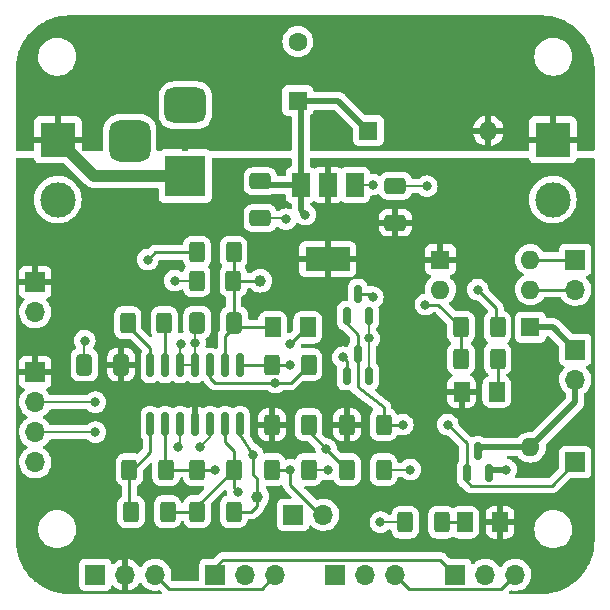
<source format=gtl>
%TF.GenerationSoftware,KiCad,Pcbnew,6.0.2+dfsg-1*%
%TF.CreationDate,2023-09-26T22:36:52+02:00*%
%TF.ProjectId,presence_sensor,70726573-656e-4636-955f-73656e736f72,rev?*%
%TF.SameCoordinates,Original*%
%TF.FileFunction,Copper,L1,Top*%
%TF.FilePolarity,Positive*%
%FSLAX46Y46*%
G04 Gerber Fmt 4.6, Leading zero omitted, Abs format (unit mm)*
G04 Created by KiCad (PCBNEW 6.0.2+dfsg-1) date 2023-09-26 22:36:52*
%MOMM*%
%LPD*%
G01*
G04 APERTURE LIST*
G04 Aperture macros list*
%AMRoundRect*
0 Rectangle with rounded corners*
0 $1 Rounding radius*
0 $2 $3 $4 $5 $6 $7 $8 $9 X,Y pos of 4 corners*
0 Add a 4 corners polygon primitive as box body*
4,1,4,$2,$3,$4,$5,$6,$7,$8,$9,$2,$3,0*
0 Add four circle primitives for the rounded corners*
1,1,$1+$1,$2,$3*
1,1,$1+$1,$4,$5*
1,1,$1+$1,$6,$7*
1,1,$1+$1,$8,$9*
0 Add four rect primitives between the rounded corners*
20,1,$1+$1,$2,$3,$4,$5,0*
20,1,$1+$1,$4,$5,$6,$7,0*
20,1,$1+$1,$6,$7,$8,$9,0*
20,1,$1+$1,$8,$9,$2,$3,0*%
G04 Aperture macros list end*
%TA.AperFunction,SMDPad,CuDef*%
%ADD10RoundRect,0.150000X0.150000X-0.587500X0.150000X0.587500X-0.150000X0.587500X-0.150000X-0.587500X0*%
%TD*%
%TA.AperFunction,SMDPad,CuDef*%
%ADD11R,1.500000X2.000000*%
%TD*%
%TA.AperFunction,SMDPad,CuDef*%
%ADD12R,3.800000X2.000000*%
%TD*%
%TA.AperFunction,ComponentPad*%
%ADD13R,1.700000X1.700000*%
%TD*%
%TA.AperFunction,ComponentPad*%
%ADD14O,1.700000X1.700000*%
%TD*%
%TA.AperFunction,ComponentPad*%
%ADD15R,3.500000X3.500000*%
%TD*%
%TA.AperFunction,ComponentPad*%
%ADD16RoundRect,0.750000X-1.000000X0.750000X-1.000000X-0.750000X1.000000X-0.750000X1.000000X0.750000X0*%
%TD*%
%TA.AperFunction,ComponentPad*%
%ADD17RoundRect,0.875000X-0.875000X0.875000X-0.875000X-0.875000X0.875000X-0.875000X0.875000X0.875000X0*%
%TD*%
%TA.AperFunction,SMDPad,CuDef*%
%ADD18RoundRect,0.250001X-0.462499X-0.624999X0.462499X-0.624999X0.462499X0.624999X-0.462499X0.624999X0*%
%TD*%
%TA.AperFunction,SMDPad,CuDef*%
%ADD19RoundRect,0.250000X-0.400000X-0.625000X0.400000X-0.625000X0.400000X0.625000X-0.400000X0.625000X0*%
%TD*%
%TA.AperFunction,ComponentPad*%
%ADD20R,3.000000X3.000000*%
%TD*%
%TA.AperFunction,ComponentPad*%
%ADD21C,3.000000*%
%TD*%
%TA.AperFunction,SMDPad,CuDef*%
%ADD22RoundRect,0.250000X0.412500X0.650000X-0.412500X0.650000X-0.412500X-0.650000X0.412500X-0.650000X0*%
%TD*%
%TA.AperFunction,SMDPad,CuDef*%
%ADD23RoundRect,0.250000X0.400000X0.625000X-0.400000X0.625000X-0.400000X-0.625000X0.400000X-0.625000X0*%
%TD*%
%TA.AperFunction,ComponentPad*%
%ADD24R,1.600000X1.600000*%
%TD*%
%TA.AperFunction,ComponentPad*%
%ADD25O,1.600000X1.600000*%
%TD*%
%TA.AperFunction,SMDPad,CuDef*%
%ADD26RoundRect,0.250000X-0.650000X0.412500X-0.650000X-0.412500X0.650000X-0.412500X0.650000X0.412500X0*%
%TD*%
%TA.AperFunction,ComponentPad*%
%ADD27C,1.600000*%
%TD*%
%TA.AperFunction,SMDPad,CuDef*%
%ADD28C,1.000000*%
%TD*%
%TA.AperFunction,SMDPad,CuDef*%
%ADD29RoundRect,0.250001X0.462499X0.624999X-0.462499X0.624999X-0.462499X-0.624999X0.462499X-0.624999X0*%
%TD*%
%TA.AperFunction,SMDPad,CuDef*%
%ADD30RoundRect,0.150000X0.150000X-0.825000X0.150000X0.825000X-0.150000X0.825000X-0.150000X-0.825000X0*%
%TD*%
%TA.AperFunction,SMDPad,CuDef*%
%ADD31RoundRect,0.250000X0.650000X-0.412500X0.650000X0.412500X-0.650000X0.412500X-0.650000X-0.412500X0*%
%TD*%
%TA.AperFunction,ViaPad*%
%ADD32C,0.800000*%
%TD*%
%TA.AperFunction,Conductor*%
%ADD33C,0.250000*%
%TD*%
%TA.AperFunction,Conductor*%
%ADD34C,0.200000*%
%TD*%
%TA.AperFunction,Conductor*%
%ADD35C,0.500000*%
%TD*%
%TA.AperFunction,Conductor*%
%ADD36C,1.000000*%
%TD*%
G04 APERTURE END LIST*
D10*
%TO.P,Q40,1,G*%
%TO.N,PRESENCE*%
X88655000Y-89272500D03*
%TO.P,Q40,2,S*%
%TO.N,E-*%
X90555000Y-89272500D03*
%TO.P,Q40,3,D*%
%TO.N,Net-(D40-Pad2)*%
X89605000Y-87397500D03*
%TD*%
D11*
%TO.P,U50,1,GND*%
%TO.N,E-*%
X79205000Y-64850000D03*
D12*
%TO.P,U50,2,VO*%
%TO.N,E+*%
X76905000Y-71150000D03*
D11*
X76905000Y-64850000D03*
%TO.P,U50,3,VI*%
%TO.N,+12V*%
X74605000Y-64850000D03*
%TD*%
D13*
%TO.P,J40,1,Pin_1*%
%TO.N,+12V*%
X97860000Y-78810000D03*
D14*
%TO.P,J40,2,Pin_2*%
%TO.N,Net-(D40-Pad2)*%
X97860000Y-81350000D03*
%TD*%
D13*
%TO.P,J31,1,Pin_1*%
%TO.N,Net-(J31-Pad1)*%
X97860000Y-71190000D03*
D14*
%TO.P,J31,2,Pin_2*%
%TO.N,Net-(J31-Pad2)*%
X97860000Y-73730000D03*
%TD*%
D15*
%TO.P,J50,1*%
%TO.N,+12VA*%
X64840000Y-64109000D03*
D16*
%TO.P,J50,2*%
%TO.N,E-*%
X64840000Y-58109000D03*
D17*
%TO.P,J50,3*%
%TO.N,N/C*%
X60140000Y-61109000D03*
%TD*%
D18*
%TO.P,D10,1,K*%
%TO.N,DEBOUNCED*%
X72242500Y-76905000D03*
%TO.P,D10,2,A*%
%TO.N,DIFF*%
X75217500Y-76905000D03*
%TD*%
D19*
%TO.P,R20,1*%
%TO.N,E+*%
X72180000Y-85160000D03*
%TO.P,R20,2*%
%TO.N,Net-(R20-Pad2)*%
X75280000Y-85160000D03*
%TD*%
D20*
%TO.P,J51,1,Pin_1*%
%TO.N,+12VA*%
X54045000Y-61030000D03*
D21*
%TO.P,J51,2,Pin_2*%
%TO.N,E-*%
X54045000Y-66110000D03*
%TD*%
D19*
%TO.P,R21,1*%
%TO.N,Net-(R20-Pad2)*%
X78530000Y-88970000D03*
%TO.P,R21,2*%
%TO.N,E-*%
X81630000Y-88970000D03*
%TD*%
D13*
%TO.P,J30,1,Pin_1*%
%TO.N,PRESENCE*%
X97860000Y-88335000D03*
%TD*%
D22*
%TO.P,C1,1*%
%TO.N,E+*%
X59417500Y-80080000D03*
%TO.P,C1,2*%
%TO.N,E-*%
X56292500Y-80080000D03*
%TD*%
D13*
%TO.P,J10,1,Pin_1*%
%TO.N,E+*%
X52140000Y-73090000D03*
D14*
%TO.P,J10,2,Pin_2*%
%TO.N,SWITCH*%
X52140000Y-75630000D03*
%TD*%
D13*
%TO.P,J2,1,Pin_1*%
%TO.N,Net-(J1-Pad1)*%
X77555000Y-97860000D03*
D14*
%TO.P,J2,2,Pin_2*%
%TO.N,S+*%
X80095000Y-97860000D03*
%TO.P,J2,3,Pin_3*%
%TO.N,Net-(J2-Pad3)*%
X82635000Y-97860000D03*
%TD*%
D19*
%TO.P,R4,1*%
%TO.N,Net-(J6-Pad1)*%
X65830000Y-92526000D03*
%TO.P,R4,2*%
%TO.N,DIFF*%
X68930000Y-92526000D03*
%TD*%
D23*
%TO.P,R30,1*%
%TO.N,Net-(D30-Pad1)*%
X91282000Y-79572000D03*
%TO.P,R30,2*%
%TO.N,Net-(Q30-Pad3)*%
X88182000Y-79572000D03*
%TD*%
D19*
%TO.P,R3,1*%
%TO.N,Net-(R2-Pad2)*%
X60242000Y-92526000D03*
%TO.P,R3,2*%
%TO.N,Net-(J6-Pad1)*%
X63342000Y-92526000D03*
%TD*%
D24*
%TO.P,D50,1,K*%
%TO.N,+12V*%
X80334000Y-60268000D03*
D25*
%TO.P,D50,2,A*%
%TO.N,+12VA*%
X90494000Y-60268000D03*
%TD*%
D10*
%TO.P,Q30,1,G*%
%TO.N,PRESENCE*%
X78495000Y-75937500D03*
%TO.P,Q30,2,S*%
%TO.N,E-*%
X80395000Y-75937500D03*
%TO.P,Q30,3,D*%
%TO.N,Net-(Q30-Pad3)*%
X79445000Y-74062500D03*
%TD*%
D26*
%TO.P,C51,1*%
%TO.N,+12V*%
X71190000Y-64547500D03*
%TO.P,C51,2*%
%TO.N,E-*%
X71190000Y-67672500D03*
%TD*%
D19*
%TO.P,R10,1*%
%TO.N,SWITCH*%
X65830000Y-70555000D03*
%TO.P,R10,2*%
%TO.N,DEBOUNCED*%
X68930000Y-70555000D03*
%TD*%
D24*
%TO.P,C50,1*%
%TO.N,+12V*%
X74365000Y-57717651D03*
D27*
%TO.P,C50,2*%
%TO.N,E-*%
X74365000Y-52717651D03*
%TD*%
D28*
%TO.P,TP3,1,1*%
%TO.N,DIFF*%
X70936000Y-91256000D03*
%TD*%
%TO.P,TP10,1,1*%
%TO.N,DEBOUNCED*%
X71190000Y-72968000D03*
%TD*%
D13*
%TO.P,J3,1,Pin_1*%
%TO.N,Net-(J3-Pad1)*%
X67395000Y-97860000D03*
D14*
%TO.P,J3,2,Pin_2*%
%TO.N,S-*%
X69935000Y-97860000D03*
%TO.P,J3,3,Pin_3*%
%TO.N,Net-(J1-Pad3)*%
X72475000Y-97860000D03*
%TD*%
D23*
%TO.P,R2,1*%
%TO.N,Net-(J6-Pad2)*%
X63215000Y-88970000D03*
%TO.P,R2,2*%
%TO.N,Net-(R2-Pad2)*%
X60115000Y-88970000D03*
%TD*%
%TO.P,R31,1*%
%TO.N,Net-(R31-Pad1)*%
X91282000Y-76905000D03*
%TO.P,R31,2*%
%TO.N,Net-(Q30-Pad3)*%
X88182000Y-76905000D03*
%TD*%
D19*
%TO.P,R1,1*%
%TO.N,Net-(J6-Pad2)*%
X72180000Y-88970000D03*
%TO.P,R1,2*%
%TO.N,E-*%
X75280000Y-88970000D03*
%TD*%
D23*
%TO.P,R100,1*%
%TO.N,Net-(R100-Pad1)*%
X63062000Y-76524000D03*
%TO.P,R100,2*%
%TO.N,Net-(R100-Pad2)*%
X59962000Y-76524000D03*
%TD*%
D19*
%TO.P,R23,1*%
%TO.N,E+*%
X78530000Y-85160000D03*
%TO.P,R23,2*%
%TO.N,PRESENCE*%
X81630000Y-85160000D03*
%TD*%
D22*
%TO.P,C10,1*%
%TO.N,DEBOUNCED*%
X68981000Y-76524000D03*
%TO.P,C10,2*%
%TO.N,E-*%
X65856000Y-76524000D03*
%TD*%
D29*
%TO.P,D30,1,K*%
%TO.N,Net-(D30-Pad1)*%
X91219500Y-82366000D03*
%TO.P,D30,2,A*%
%TO.N,E+*%
X88244500Y-82366000D03*
%TD*%
D13*
%TO.P,J1,1,Pin_1*%
%TO.N,Net-(J1-Pad1)*%
X57220000Y-97860000D03*
D14*
%TO.P,J1,2,Pin_2*%
%TO.N,E+*%
X59760000Y-97860000D03*
%TO.P,J1,3,Pin_3*%
%TO.N,Net-(J1-Pad3)*%
X62300000Y-97860000D03*
%TD*%
%TO.P,J5,4,Pin_4*%
%TO.N,E-*%
X52140000Y-88335000D03*
%TO.P,J5,3,Pin_3*%
%TO.N,S-*%
X52140000Y-85795000D03*
%TO.P,J5,2,Pin_2*%
%TO.N,S+*%
X52140000Y-83255000D03*
D13*
%TO.P,J5,1,Pin_1*%
%TO.N,E+*%
X52140000Y-80715000D03*
%TD*%
D23*
%TO.P,R5,1*%
%TO.N,Net-(J6-Pad1)*%
X68930000Y-88970000D03*
%TO.P,R5,2*%
%TO.N,Net-(J6-Pad2)*%
X65830000Y-88970000D03*
%TD*%
D30*
%TO.P,U1,1*%
%TO.N,Net-(R2-Pad2)*%
X61860000Y-85095000D03*
%TO.P,U1,2,-*%
%TO.N,Net-(J6-Pad2)*%
X63130000Y-85095000D03*
%TO.P,U1,3,+*%
%TO.N,S-*%
X64400000Y-85095000D03*
%TO.P,U1,4,V+*%
%TO.N,E+*%
X65670000Y-85095000D03*
%TO.P,U1,5,+*%
%TO.N,S+*%
X66940000Y-85095000D03*
%TO.P,U1,6,-*%
%TO.N,Net-(J6-Pad1)*%
X68210000Y-85095000D03*
%TO.P,U1,7*%
%TO.N,DIFF*%
X69480000Y-85095000D03*
%TO.P,U1,8*%
%TO.N,Net-(Q20-Pad1)*%
X69480000Y-80145000D03*
%TO.P,U1,9,-*%
%TO.N,DEBOUNCED*%
X68210000Y-80145000D03*
%TO.P,U1,10,+*%
%TO.N,Net-(R20-Pad2)*%
X66940000Y-80145000D03*
%TO.P,U1,11,V-*%
%TO.N,E-*%
X65670000Y-80145000D03*
%TO.P,U1,12,+*%
X64400000Y-80145000D03*
%TO.P,U1,13,-*%
%TO.N,Net-(R100-Pad1)*%
X63130000Y-80145000D03*
%TO.P,U1,14*%
%TO.N,Net-(R100-Pad2)*%
X61860000Y-80145000D03*
%TD*%
D25*
%TO.P,D40,2,A*%
%TO.N,Net-(D40-Pad2)*%
X94050000Y-87065000D03*
D24*
%TO.P,D40,1,K*%
%TO.N,+12V*%
X94050000Y-76905000D03*
%TD*%
D23*
%TO.P,R11,1*%
%TO.N,DEBOUNCED*%
X68904000Y-72968000D03*
%TO.P,R11,2*%
%TO.N,E-*%
X65804000Y-72968000D03*
%TD*%
D24*
%TO.P,U30,1*%
%TO.N,E+*%
X86440000Y-71185000D03*
D25*
%TO.P,U30,2*%
%TO.N,Net-(R31-Pad1)*%
X86440000Y-73725000D03*
%TO.P,U30,3*%
%TO.N,Net-(J31-Pad2)*%
X94060000Y-73725000D03*
%TO.P,U30,4*%
%TO.N,Net-(J31-Pad1)*%
X94060000Y-71185000D03*
%TD*%
D13*
%TO.P,J4,1,Pin_1*%
%TO.N,Net-(J3-Pad1)*%
X87700000Y-97860000D03*
D14*
%TO.P,J4,2,Pin_2*%
%TO.N,E-*%
X90240000Y-97860000D03*
%TO.P,J4,3,Pin_3*%
%TO.N,Net-(J2-Pad3)*%
X92780000Y-97860000D03*
%TD*%
D20*
%TO.P,J52,1,Pin_1*%
%TO.N,+12VA*%
X95955000Y-61030000D03*
D21*
%TO.P,J52,2,Pin_2*%
%TO.N,E-*%
X95955000Y-66110000D03*
%TD*%
D18*
%TO.P,D60,1,K*%
%TO.N,Net-(D60-Pad1)*%
X88512500Y-93415000D03*
%TO.P,D60,2,A*%
%TO.N,E+*%
X91487500Y-93415000D03*
%TD*%
D23*
%TO.P,R22,1*%
%TO.N,Net-(R20-Pad2)*%
X75280000Y-80080000D03*
%TO.P,R22,2*%
%TO.N,Net-(Q20-Pad1)*%
X72180000Y-80080000D03*
%TD*%
D13*
%TO.P,J6,1,Pin_1*%
%TO.N,Net-(J6-Pad1)*%
X73984000Y-92780000D03*
D14*
%TO.P,J6,2,Pin_2*%
%TO.N,Net-(J6-Pad2)*%
X76524000Y-92780000D03*
%TD*%
D10*
%TO.P,Q20,1,G*%
%TO.N,Net-(Q20-Pad1)*%
X78495000Y-81017500D03*
%TO.P,Q20,2,S*%
%TO.N,E-*%
X80395000Y-81017500D03*
%TO.P,Q20,3,D*%
%TO.N,PRESENCE*%
X79445000Y-79142500D03*
%TD*%
D23*
%TO.P,R60,1*%
%TO.N,Net-(D60-Pad1)*%
X86550000Y-93415000D03*
%TO.P,R60,2*%
%TO.N,E-*%
X83450000Y-93415000D03*
%TD*%
D31*
%TO.P,C52,1*%
%TO.N,E+*%
X82620000Y-68053500D03*
%TO.P,C52,2*%
%TO.N,E-*%
X82620000Y-64928500D03*
%TD*%
D32*
%TO.N,E-*%
X64459000Y-78302000D03*
X63951000Y-72968000D03*
X85287000Y-64967000D03*
X81350000Y-93415000D03*
%TO.N,Net-(J6-Pad2)*%
X73730000Y-88970000D03*
%TO.N,E-*%
X83890000Y-88970000D03*
X92000000Y-88970000D03*
X56331000Y-78048000D03*
X80715000Y-64840000D03*
X76905000Y-88970000D03*
X65670000Y-78234000D03*
X73349000Y-67761000D03*
X80395000Y-77860000D03*
%TO.N,+12V*%
X75000000Y-67380000D03*
%TO.N,DIFF*%
X70555000Y-87700000D03*
X73730000Y-78302000D03*
%TO.N,S+*%
X57220000Y-83255000D03*
X66110000Y-87065000D03*
%TO.N,S-*%
X64205000Y-87065000D03*
X57220000Y-85795000D03*
%TO.N,SWITCH*%
X61665000Y-71190000D03*
%TO.N,PRESENCE*%
X87065000Y-85160000D03*
X83255000Y-85160000D03*
%TO.N,Net-(Q20-Pad1)*%
X78175000Y-79445000D03*
X73730000Y-80080000D03*
%TO.N,Net-(Q30-Pad3)*%
X85160000Y-75000000D03*
X80715000Y-74365000D03*
%TO.N,Net-(J6-Pad1)*%
X69285000Y-90875000D03*
%TO.N,Net-(J6-Pad2)*%
X67380000Y-88970000D03*
%TO.N,Net-(R20-Pad2)*%
X72460000Y-81604000D03*
X76765000Y-87205000D03*
%TO.N,Net-(R31-Pad1)*%
X89605000Y-73730000D03*
%TD*%
D33*
%TO.N,Net-(D60-Pad1)*%
X86550000Y-93415000D02*
X88512500Y-93415000D01*
D34*
%TO.N,E-*%
X83450000Y-93415000D02*
X81350000Y-93415000D01*
D35*
%TO.N,+12V*%
X74365000Y-57717651D02*
X77783651Y-57717651D01*
X77783651Y-57717651D02*
X80334000Y-60268000D01*
D33*
%TO.N,Net-(D30-Pad1)*%
X91282000Y-79572000D02*
X91282000Y-82303500D01*
X91282000Y-82303500D02*
X91219500Y-82366000D01*
%TO.N,Net-(Q30-Pad3)*%
X88182000Y-76905000D02*
X88182000Y-79572000D01*
X85160000Y-75000000D02*
X86277000Y-75000000D01*
X86277000Y-75000000D02*
X88182000Y-76905000D01*
D34*
%TO.N,E-*%
X56331000Y-78048000D02*
X56292500Y-78086500D01*
X56292500Y-78086500D02*
X56292500Y-80080000D01*
X64400000Y-78361000D02*
X64459000Y-78302000D01*
X64400000Y-80145000D02*
X64400000Y-78361000D01*
X65804000Y-72968000D02*
X63951000Y-72968000D01*
X73349000Y-67761000D02*
X73260500Y-67672500D01*
X73260500Y-67672500D02*
X71190000Y-67672500D01*
X85248500Y-64928500D02*
X85287000Y-64967000D01*
X82620000Y-64928500D02*
X85248500Y-64928500D01*
D33*
%TO.N,Net-(J6-Pad2)*%
X73730000Y-88970000D02*
X73730000Y-90240000D01*
X73730000Y-90240000D02*
X76270000Y-92780000D01*
X76270000Y-92780000D02*
X76524000Y-92780000D01*
%TO.N,Net-(J6-Pad1)*%
X69285000Y-90875000D02*
X68930000Y-90520000D01*
X68930000Y-90520000D02*
X68930000Y-88970000D01*
D34*
%TO.N,E-*%
X76905000Y-88970000D02*
X75280000Y-88970000D01*
D33*
%TO.N,Net-(J3-Pad1)*%
X67395000Y-97860000D02*
X67395000Y-97210000D01*
X67395000Y-97210000D02*
X68015000Y-96590000D01*
X68015000Y-96590000D02*
X86430000Y-96590000D01*
X86430000Y-96590000D02*
X87700000Y-97860000D01*
%TO.N,Net-(R20-Pad2)*%
X73756000Y-81604000D02*
X75280000Y-80080000D01*
X72460000Y-81604000D02*
X67380000Y-81604000D01*
X67380000Y-81604000D02*
X66940000Y-81164000D01*
X66940000Y-81164000D02*
X66940000Y-80145000D01*
X72460000Y-81604000D02*
X73756000Y-81604000D01*
%TO.N,Net-(R2-Pad2)*%
X61860000Y-85095000D02*
X61860000Y-87505000D01*
X61860000Y-87505000D02*
X60395000Y-88970000D01*
X60395000Y-88970000D02*
X60115000Y-88970000D01*
%TO.N,Net-(J6-Pad2)*%
X63130000Y-85095000D02*
X63130000Y-88885000D01*
X63130000Y-88885000D02*
X63215000Y-88970000D01*
D34*
%TO.N,S-*%
X57220000Y-85795000D02*
X52140000Y-85795000D01*
X64205000Y-87065000D02*
X64400000Y-86870000D01*
X64400000Y-86870000D02*
X64400000Y-85095000D01*
D33*
%TO.N,PRESENCE*%
X88655000Y-89272500D02*
X88655000Y-89925000D01*
X88655000Y-89925000D02*
X89064520Y-90334520D01*
X89064520Y-90334520D02*
X95860480Y-90334520D01*
X95860480Y-90334520D02*
X97860000Y-88335000D01*
D35*
%TO.N,E-*%
X90555000Y-89272500D02*
X90857500Y-88970000D01*
D33*
%TO.N,PRESENCE*%
X87065000Y-85160000D02*
X88655000Y-86750000D01*
X88655000Y-86750000D02*
X88655000Y-89272500D01*
D35*
%TO.N,E-*%
X90857500Y-88970000D02*
X92000000Y-88970000D01*
%TO.N,Net-(D40-Pad2)*%
X89937500Y-87065000D02*
X94050000Y-87065000D01*
X89605000Y-87397500D02*
X89937500Y-87065000D01*
D34*
%TO.N,E-*%
X81630000Y-88970000D02*
X83890000Y-88970000D01*
X64400000Y-80145000D02*
X65670000Y-80145000D01*
X79205000Y-64850000D02*
X80705000Y-64850000D01*
X80395000Y-77860000D02*
X80395000Y-81017500D01*
X80705000Y-64850000D02*
X80715000Y-64840000D01*
X65670000Y-77052500D02*
X65817500Y-76905000D01*
X65670000Y-80145000D02*
X65670000Y-78234000D01*
X80395000Y-75937500D02*
X80395000Y-77860000D01*
X65670000Y-78234000D02*
X65670000Y-77052500D01*
D33*
%TO.N,DEBOUNCED*%
X68930000Y-72942000D02*
X68904000Y-72968000D01*
X68210000Y-77637500D02*
X68942500Y-76905000D01*
X72242500Y-76905000D02*
X68942500Y-76905000D01*
X68930000Y-70555000D02*
X68930000Y-72942000D01*
X68210000Y-80145000D02*
X68210000Y-77637500D01*
X68904000Y-72968000D02*
X71190000Y-72968000D01*
X68930000Y-76892500D02*
X68942500Y-76905000D01*
X68930000Y-73730000D02*
X68930000Y-76892500D01*
D35*
%TO.N,+12V*%
X75000000Y-67380000D02*
X74605000Y-66985000D01*
X74605000Y-64850000D02*
X71492500Y-64850000D01*
X74605000Y-66985000D02*
X74605000Y-64850000D01*
X71492500Y-64850000D02*
X71190000Y-64547500D01*
X94050000Y-76905000D02*
X95955000Y-76905000D01*
X95955000Y-76905000D02*
X97860000Y-78810000D01*
X74605000Y-64850000D02*
X74605000Y-57957651D01*
X74605000Y-57957651D02*
X74365000Y-57717651D01*
D33*
%TO.N,DIFF*%
X70555000Y-87700000D02*
X69480000Y-85990000D01*
X70428000Y-92526000D02*
X70936000Y-92018000D01*
X69480000Y-85990000D02*
X69480000Y-85095000D01*
X70555000Y-89351000D02*
X70936000Y-89732000D01*
X70936000Y-89732000D02*
X70936000Y-91256000D01*
X70936000Y-92018000D02*
X70936000Y-91256000D01*
X70555000Y-87700000D02*
X70555000Y-89351000D01*
X75217500Y-76905000D02*
X75127000Y-76905000D01*
X75127000Y-76905000D02*
X73730000Y-78302000D01*
X68930000Y-92526000D02*
X70428000Y-92526000D01*
D35*
%TO.N,Net-(D40-Pad2)*%
X97860000Y-83255000D02*
X94050000Y-87065000D01*
X97860000Y-81350000D02*
X97860000Y-83255000D01*
D36*
%TO.N,+12VA*%
X54045000Y-61030000D02*
X57124000Y-64109000D01*
X57124000Y-64109000D02*
X64840000Y-64109000D01*
D33*
%TO.N,Net-(J1-Pad3)*%
X63474511Y-99034511D02*
X71300489Y-99034511D01*
X62300000Y-97860000D02*
X63474511Y-99034511D01*
X71300489Y-99034511D02*
X72475000Y-97860000D01*
D34*
%TO.N,S+*%
X52140000Y-83255000D02*
X57220000Y-83255000D01*
X66940000Y-86235000D02*
X66110000Y-87065000D01*
X66940000Y-85095000D02*
X66940000Y-86235000D01*
D33*
%TO.N,Net-(J2-Pad3)*%
X91605489Y-99034511D02*
X83809511Y-99034511D01*
X83809511Y-99034511D02*
X82635000Y-97860000D01*
X92780000Y-97860000D02*
X91605489Y-99034511D01*
%TO.N,SWITCH*%
X62300000Y-70555000D02*
X61665000Y-71190000D01*
X65830000Y-70555000D02*
X62300000Y-70555000D01*
%TO.N,PRESENCE*%
X81630000Y-83661072D02*
X81630000Y-85160000D01*
X81630000Y-85160000D02*
X83255000Y-85160000D01*
X78495000Y-75937500D02*
X78495000Y-76590000D01*
X79445000Y-79142500D02*
X79445000Y-81985000D01*
X79445000Y-81985000D02*
X81630000Y-83661072D01*
X78495000Y-76590000D02*
X79445000Y-77540000D01*
X79445000Y-77540000D02*
X79445000Y-79142500D01*
%TO.N,Net-(J31-Pad1)*%
X97860000Y-71190000D02*
X94065000Y-71190000D01*
X94065000Y-71190000D02*
X94060000Y-71185000D01*
%TO.N,Net-(J31-Pad2)*%
X94060000Y-73725000D02*
X97855000Y-73725000D01*
X97855000Y-73725000D02*
X97860000Y-73730000D01*
%TO.N,Net-(Q20-Pad1)*%
X78495000Y-79765000D02*
X78175000Y-79445000D01*
X72115000Y-80145000D02*
X72180000Y-80080000D01*
X69480000Y-80145000D02*
X72115000Y-80145000D01*
X78495000Y-81017500D02*
X78495000Y-79765000D01*
X72180000Y-80080000D02*
X73730000Y-80080000D01*
%TO.N,Net-(Q30-Pad3)*%
X80412500Y-74062500D02*
X80715000Y-74365000D01*
X79445000Y-74062500D02*
X80412500Y-74062500D01*
%TO.N,Net-(J6-Pad1)*%
X68930000Y-87345000D02*
X68210000Y-86625000D01*
X63342000Y-92526000D02*
X65830000Y-92526000D01*
X65830000Y-92070000D02*
X65830000Y-92526000D01*
X68930000Y-88970000D02*
X68930000Y-87345000D01*
X68930000Y-88970000D02*
X65830000Y-92070000D01*
X68210000Y-86625000D02*
X68210000Y-85095000D01*
%TO.N,Net-(R2-Pad2)*%
X60115000Y-88970000D02*
X60115000Y-92399000D01*
X60115000Y-92399000D02*
X60242000Y-92526000D01*
%TO.N,Net-(J6-Pad2)*%
X72180000Y-88970000D02*
X73730000Y-88970000D01*
X63215000Y-88970000D02*
X65830000Y-88970000D01*
X65830000Y-88970000D02*
X67380000Y-88970000D01*
%TO.N,Net-(R20-Pad2)*%
X76765000Y-87205000D02*
X78530000Y-88970000D01*
X75280000Y-85160000D02*
X75280000Y-85720000D01*
X75280000Y-85720000D02*
X76765000Y-87205000D01*
%TO.N,Net-(R31-Pad1)*%
X91155000Y-76905000D02*
X91155000Y-75280000D01*
X91155000Y-75280000D02*
X89605000Y-73730000D01*
%TO.N,Net-(R100-Pad1)*%
X63130000Y-80145000D02*
X63130000Y-76990000D01*
X63130000Y-76990000D02*
X63215000Y-76905000D01*
%TO.N,Net-(R100-Pad2)*%
X61860000Y-78650000D02*
X60115000Y-76905000D01*
X61860000Y-80145000D02*
X61860000Y-78650000D01*
%TD*%
%TA.AperFunction,Conductor*%
%TO.N,E+*%
G36*
X51992551Y-62575002D02*
G01*
X52039044Y-62628658D01*
X52043072Y-62640384D01*
X52043255Y-62640316D01*
X52094385Y-62776705D01*
X52181739Y-62893261D01*
X52298295Y-62980615D01*
X52434684Y-63031745D01*
X52496866Y-63038500D01*
X54575075Y-63038500D01*
X54643196Y-63058502D01*
X54664170Y-63075405D01*
X56367145Y-64778379D01*
X56376247Y-64788522D01*
X56399968Y-64818025D01*
X56414504Y-64830222D01*
X56438421Y-64850291D01*
X56442070Y-64853473D01*
X56443883Y-64855117D01*
X56446075Y-64857309D01*
X56479276Y-64884580D01*
X56480164Y-64885318D01*
X56515437Y-64914915D01*
X56546753Y-64941193D01*
X56546756Y-64941195D01*
X56551474Y-64945154D01*
X56556147Y-64947723D01*
X56560262Y-64951103D01*
X56565691Y-64954014D01*
X56565694Y-64954016D01*
X56642180Y-64995028D01*
X56643338Y-64995657D01*
X56670156Y-65010400D01*
X56724787Y-65040433D01*
X56729865Y-65042044D01*
X56734563Y-65044563D01*
X56823498Y-65071753D01*
X56824702Y-65072128D01*
X56913306Y-65100235D01*
X56918597Y-65100828D01*
X56923698Y-65102388D01*
X57016311Y-65111795D01*
X57017431Y-65111915D01*
X57067227Y-65117500D01*
X57070756Y-65117500D01*
X57071739Y-65117555D01*
X57077426Y-65118003D01*
X57097683Y-65120060D01*
X57114336Y-65121752D01*
X57114339Y-65121752D01*
X57120463Y-65122374D01*
X57166112Y-65118059D01*
X57177969Y-65117500D01*
X62455500Y-65117500D01*
X62523621Y-65137502D01*
X62570114Y-65191158D01*
X62581500Y-65243500D01*
X62581500Y-65907134D01*
X62588255Y-65969316D01*
X62639385Y-66105705D01*
X62726739Y-66222261D01*
X62843295Y-66309615D01*
X62979684Y-66360745D01*
X63041866Y-66367500D01*
X66638134Y-66367500D01*
X66700316Y-66360745D01*
X66836705Y-66309615D01*
X66953261Y-66222261D01*
X67040615Y-66105705D01*
X67091745Y-65969316D01*
X67098500Y-65907134D01*
X67098500Y-62681000D01*
X67118502Y-62612879D01*
X67172158Y-62566386D01*
X67224500Y-62555000D01*
X73720500Y-62555000D01*
X73788621Y-62575002D01*
X73835114Y-62628658D01*
X73846500Y-62681000D01*
X73846500Y-63225507D01*
X73826498Y-63293628D01*
X73772842Y-63340121D01*
X73751237Y-63347543D01*
X73744684Y-63348255D01*
X73737289Y-63351027D01*
X73737286Y-63351028D01*
X73635015Y-63389368D01*
X73608295Y-63399385D01*
X73491739Y-63486739D01*
X73404385Y-63603295D01*
X73353255Y-63739684D01*
X73346500Y-63801866D01*
X73346500Y-63965500D01*
X73326498Y-64033621D01*
X73272842Y-64080114D01*
X73220500Y-64091500D01*
X72712782Y-64091500D01*
X72644661Y-64071498D01*
X72598168Y-64017842D01*
X72589621Y-63992098D01*
X72588238Y-63985693D01*
X72587526Y-63978834D01*
X72531550Y-63811054D01*
X72438478Y-63660652D01*
X72313303Y-63535695D01*
X72233882Y-63486739D01*
X72168968Y-63446725D01*
X72168966Y-63446724D01*
X72162738Y-63442885D01*
X72031589Y-63399385D01*
X72001389Y-63389368D01*
X72001387Y-63389368D01*
X71994861Y-63387203D01*
X71988025Y-63386503D01*
X71988022Y-63386502D01*
X71944969Y-63382091D01*
X71890400Y-63376500D01*
X70489600Y-63376500D01*
X70486354Y-63376837D01*
X70486350Y-63376837D01*
X70390692Y-63386762D01*
X70390688Y-63386763D01*
X70383834Y-63387474D01*
X70377298Y-63389655D01*
X70377296Y-63389655D01*
X70245194Y-63433728D01*
X70216054Y-63443450D01*
X70065652Y-63536522D01*
X69940695Y-63661697D01*
X69936855Y-63667927D01*
X69936854Y-63667928D01*
X69875476Y-63767502D01*
X69847885Y-63812262D01*
X69824061Y-63884089D01*
X69794805Y-63972295D01*
X69792203Y-63980139D01*
X69791503Y-63986975D01*
X69791502Y-63986978D01*
X69788340Y-64017842D01*
X69781500Y-64084600D01*
X69781500Y-65010400D01*
X69781837Y-65013646D01*
X69781837Y-65013650D01*
X69790987Y-65101830D01*
X69792474Y-65116166D01*
X69848450Y-65283946D01*
X69941522Y-65434348D01*
X70066697Y-65559305D01*
X70072927Y-65563145D01*
X70072928Y-65563146D01*
X70210090Y-65647694D01*
X70217262Y-65652115D01*
X70297005Y-65678564D01*
X70378611Y-65705632D01*
X70378613Y-65705632D01*
X70385139Y-65707797D01*
X70391975Y-65708497D01*
X70391978Y-65708498D01*
X70435031Y-65712909D01*
X70489600Y-65718500D01*
X71890400Y-65718500D01*
X71893646Y-65718163D01*
X71893650Y-65718163D01*
X71989308Y-65708238D01*
X71989312Y-65708237D01*
X71996166Y-65707526D01*
X72002702Y-65705345D01*
X72002704Y-65705345D01*
X72148231Y-65656793D01*
X72163946Y-65651550D01*
X72203043Y-65627356D01*
X72269346Y-65608500D01*
X73220500Y-65608500D01*
X73288621Y-65628502D01*
X73335114Y-65682158D01*
X73346500Y-65734500D01*
X73346500Y-65898134D01*
X73353255Y-65960316D01*
X73404385Y-66096705D01*
X73491739Y-66213261D01*
X73608295Y-66300615D01*
X73616703Y-66303767D01*
X73737286Y-66348972D01*
X73737289Y-66348973D01*
X73744684Y-66351745D01*
X73750453Y-66352372D01*
X73811291Y-66387126D01*
X73844113Y-66450081D01*
X73846500Y-66474493D01*
X73846500Y-66794001D01*
X73826498Y-66862122D01*
X73772842Y-66908615D01*
X73702568Y-66918719D01*
X73669252Y-66909108D01*
X73637323Y-66894892D01*
X73637315Y-66894889D01*
X73631288Y-66892206D01*
X73537887Y-66872353D01*
X73450944Y-66853872D01*
X73450939Y-66853872D01*
X73444487Y-66852500D01*
X73253513Y-66852500D01*
X73247061Y-66853872D01*
X73247056Y-66853872D01*
X73160113Y-66872353D01*
X73066712Y-66892206D01*
X73060682Y-66894891D01*
X73060681Y-66894891D01*
X72898278Y-66967197D01*
X72898276Y-66967198D01*
X72892248Y-66969882D01*
X72886907Y-66973762D01*
X72886906Y-66973763D01*
X72795827Y-67039936D01*
X72728959Y-67063795D01*
X72721766Y-67064000D01*
X72665027Y-67064000D01*
X72596906Y-67043998D01*
X72550413Y-66990342D01*
X72545503Y-66977876D01*
X72535889Y-66949061D01*
X72531550Y-66936054D01*
X72438478Y-66785652D01*
X72313303Y-66660695D01*
X72307072Y-66656854D01*
X72168968Y-66571725D01*
X72168966Y-66571724D01*
X72162738Y-66567885D01*
X72002254Y-66514655D01*
X72001389Y-66514368D01*
X72001387Y-66514368D01*
X71994861Y-66512203D01*
X71988025Y-66511503D01*
X71988022Y-66511502D01*
X71944969Y-66507091D01*
X71890400Y-66501500D01*
X70489600Y-66501500D01*
X70486354Y-66501837D01*
X70486350Y-66501837D01*
X70390692Y-66511762D01*
X70390688Y-66511763D01*
X70383834Y-66512474D01*
X70377298Y-66514655D01*
X70377296Y-66514655D01*
X70299806Y-66540508D01*
X70216054Y-66568450D01*
X70065652Y-66661522D01*
X69940695Y-66786697D01*
X69936855Y-66792927D01*
X69936854Y-66792928D01*
X69872982Y-66896548D01*
X69847885Y-66937262D01*
X69792203Y-67105139D01*
X69791503Y-67111975D01*
X69791502Y-67111978D01*
X69789164Y-67134799D01*
X69781500Y-67209600D01*
X69781500Y-68135400D01*
X69781837Y-68138646D01*
X69781837Y-68138650D01*
X69785485Y-68173803D01*
X69792474Y-68241166D01*
X69794655Y-68247702D01*
X69794655Y-68247704D01*
X69819125Y-68321048D01*
X69848450Y-68408946D01*
X69941522Y-68559348D01*
X70066697Y-68684305D01*
X70072927Y-68688145D01*
X70072928Y-68688146D01*
X70210090Y-68772694D01*
X70217262Y-68777115D01*
X70274084Y-68795962D01*
X70378611Y-68830632D01*
X70378613Y-68830632D01*
X70385139Y-68832797D01*
X70391975Y-68833497D01*
X70391978Y-68833498D01*
X70435031Y-68837909D01*
X70489600Y-68843500D01*
X71890400Y-68843500D01*
X71893646Y-68843163D01*
X71893650Y-68843163D01*
X71989308Y-68833238D01*
X71989312Y-68833237D01*
X71996166Y-68832526D01*
X72002702Y-68830345D01*
X72002704Y-68830345D01*
X72148881Y-68781576D01*
X72163946Y-68776550D01*
X72314348Y-68683478D01*
X72439305Y-68558303D01*
X72463186Y-68519562D01*
X72515626Y-68434488D01*
X72568398Y-68386995D01*
X72638470Y-68375571D01*
X72703594Y-68403845D01*
X72716520Y-68416291D01*
X72737747Y-68439866D01*
X72892248Y-68552118D01*
X72898276Y-68554802D01*
X72898278Y-68554803D01*
X73060681Y-68627109D01*
X73066712Y-68629794D01*
X73160112Y-68649647D01*
X73247056Y-68668128D01*
X73247061Y-68668128D01*
X73253513Y-68669500D01*
X73444487Y-68669500D01*
X73450939Y-68668128D01*
X73450944Y-68668128D01*
X73537888Y-68649647D01*
X73631288Y-68629794D01*
X73637319Y-68627109D01*
X73799722Y-68554803D01*
X73799724Y-68554802D01*
X73805752Y-68552118D01*
X73859462Y-68513095D01*
X81212001Y-68513095D01*
X81212338Y-68519614D01*
X81222257Y-68615206D01*
X81225149Y-68628600D01*
X81276588Y-68782784D01*
X81282761Y-68795962D01*
X81368063Y-68933807D01*
X81377099Y-68945208D01*
X81491829Y-69059739D01*
X81503240Y-69068751D01*
X81641243Y-69153816D01*
X81654424Y-69159963D01*
X81808710Y-69211138D01*
X81822086Y-69214005D01*
X81916438Y-69223672D01*
X81922854Y-69224000D01*
X82347885Y-69224000D01*
X82363124Y-69219525D01*
X82364329Y-69218135D01*
X82366000Y-69210452D01*
X82366000Y-69205884D01*
X82874000Y-69205884D01*
X82878475Y-69221123D01*
X82879865Y-69222328D01*
X82887548Y-69223999D01*
X83317095Y-69223999D01*
X83323614Y-69223662D01*
X83419206Y-69213743D01*
X83432600Y-69210851D01*
X83586784Y-69159412D01*
X83599962Y-69153239D01*
X83737807Y-69067937D01*
X83749208Y-69058901D01*
X83863739Y-68944171D01*
X83872751Y-68932760D01*
X83957816Y-68794757D01*
X83963963Y-68781576D01*
X84015138Y-68627290D01*
X84018005Y-68613914D01*
X84027672Y-68519562D01*
X84028000Y-68513146D01*
X84028000Y-68325615D01*
X84023525Y-68310376D01*
X84022135Y-68309171D01*
X84014452Y-68307500D01*
X82892115Y-68307500D01*
X82876876Y-68311975D01*
X82875671Y-68313365D01*
X82874000Y-68321048D01*
X82874000Y-69205884D01*
X82366000Y-69205884D01*
X82366000Y-68325615D01*
X82361525Y-68310376D01*
X82360135Y-68309171D01*
X82352452Y-68307500D01*
X81230116Y-68307500D01*
X81214877Y-68311975D01*
X81213672Y-68313365D01*
X81212001Y-68321048D01*
X81212001Y-68513095D01*
X73859462Y-68513095D01*
X73960253Y-68439866D01*
X73982484Y-68415176D01*
X74083621Y-68302852D01*
X74083622Y-68302851D01*
X74088040Y-68297944D01*
X74183527Y-68132556D01*
X74185569Y-68126272D01*
X74185571Y-68126267D01*
X74188779Y-68116394D01*
X74228853Y-68057789D01*
X74294250Y-68030153D01*
X74364207Y-68042261D01*
X74388745Y-68058869D01*
X74388747Y-68058866D01*
X74394089Y-68062747D01*
X74394091Y-68062749D01*
X74537906Y-68167237D01*
X74543248Y-68171118D01*
X74549276Y-68173802D01*
X74549278Y-68173803D01*
X74700579Y-68241166D01*
X74717712Y-68248794D01*
X74811112Y-68268647D01*
X74898056Y-68287128D01*
X74898061Y-68287128D01*
X74904513Y-68288500D01*
X75095487Y-68288500D01*
X75101939Y-68287128D01*
X75101944Y-68287128D01*
X75188888Y-68268647D01*
X75282288Y-68248794D01*
X75299421Y-68241166D01*
X75450722Y-68173803D01*
X75450724Y-68173802D01*
X75456752Y-68171118D01*
X75611253Y-68058866D01*
X75637106Y-68030153D01*
X75734621Y-67921852D01*
X75734622Y-67921851D01*
X75739040Y-67916944D01*
X75797314Y-67816010D01*
X75817305Y-67781385D01*
X81212000Y-67781385D01*
X81216475Y-67796624D01*
X81217865Y-67797829D01*
X81225548Y-67799500D01*
X82347885Y-67799500D01*
X82363124Y-67795025D01*
X82364329Y-67793635D01*
X82366000Y-67785952D01*
X82366000Y-67781385D01*
X82874000Y-67781385D01*
X82878475Y-67796624D01*
X82879865Y-67797829D01*
X82887548Y-67799500D01*
X84009884Y-67799500D01*
X84025123Y-67795025D01*
X84026328Y-67793635D01*
X84027999Y-67785952D01*
X84027999Y-67593905D01*
X84027662Y-67587386D01*
X84017743Y-67491794D01*
X84014851Y-67478400D01*
X83963412Y-67324216D01*
X83957239Y-67311038D01*
X83871937Y-67173193D01*
X83862901Y-67161792D01*
X83748171Y-67047261D01*
X83736760Y-67038249D01*
X83598757Y-66953184D01*
X83585576Y-66947037D01*
X83431290Y-66895862D01*
X83417914Y-66892995D01*
X83323562Y-66883328D01*
X83317145Y-66883000D01*
X82892115Y-66883000D01*
X82876876Y-66887475D01*
X82875671Y-66888865D01*
X82874000Y-66896548D01*
X82874000Y-67781385D01*
X82366000Y-67781385D01*
X82366000Y-66901116D01*
X82361525Y-66885877D01*
X82360135Y-66884672D01*
X82352452Y-66883001D01*
X81922905Y-66883001D01*
X81916386Y-66883338D01*
X81820794Y-66893257D01*
X81807400Y-66896149D01*
X81653216Y-66947588D01*
X81640038Y-66953761D01*
X81502193Y-67039063D01*
X81490792Y-67048099D01*
X81376261Y-67162829D01*
X81367249Y-67174240D01*
X81282184Y-67312243D01*
X81276037Y-67325424D01*
X81224862Y-67479710D01*
X81221995Y-67493086D01*
X81212328Y-67587438D01*
X81212000Y-67593855D01*
X81212000Y-67781385D01*
X75817305Y-67781385D01*
X75831223Y-67757279D01*
X75831224Y-67757278D01*
X75834527Y-67751556D01*
X75893542Y-67569928D01*
X75894600Y-67559867D01*
X75912814Y-67386565D01*
X75913504Y-67380000D01*
X75895933Y-67212817D01*
X75894232Y-67196635D01*
X75894232Y-67196633D01*
X75893542Y-67190072D01*
X75834527Y-67008444D01*
X75739040Y-66843056D01*
X75682696Y-66780479D01*
X75615675Y-66706045D01*
X75615674Y-66706044D01*
X75611253Y-66701134D01*
X75456752Y-66588882D01*
X75450720Y-66586197D01*
X75445000Y-66582894D01*
X75445705Y-66581672D01*
X75397270Y-66540508D01*
X75376617Y-66472582D01*
X75395966Y-66404273D01*
X75449174Y-66357269D01*
X75464866Y-66351794D01*
X75465316Y-66351745D01*
X75469474Y-66350186D01*
X75469489Y-66350181D01*
X75593297Y-66303767D01*
X75601705Y-66300615D01*
X75679852Y-66242047D01*
X75746358Y-66217199D01*
X75815741Y-66232252D01*
X75830982Y-66242047D01*
X75901352Y-66294786D01*
X75916946Y-66303324D01*
X76037394Y-66348478D01*
X76052649Y-66352105D01*
X76103514Y-66357631D01*
X76110328Y-66358000D01*
X76632885Y-66358000D01*
X76648124Y-66353525D01*
X76649329Y-66352135D01*
X76651000Y-66344452D01*
X76651000Y-66339884D01*
X77159000Y-66339884D01*
X77163475Y-66355123D01*
X77164865Y-66356328D01*
X77172548Y-66357999D01*
X77699669Y-66357999D01*
X77706490Y-66357629D01*
X77757352Y-66352105D01*
X77772604Y-66348479D01*
X77893054Y-66303324D01*
X77908648Y-66294786D01*
X77979018Y-66242047D01*
X78045524Y-66217199D01*
X78114907Y-66232252D01*
X78130148Y-66242047D01*
X78208295Y-66300615D01*
X78344684Y-66351745D01*
X78406866Y-66358500D01*
X80003134Y-66358500D01*
X80065316Y-66351745D01*
X80201705Y-66300615D01*
X80318261Y-66213261D01*
X80405615Y-66096705D01*
X80456745Y-65960316D01*
X80463500Y-65898134D01*
X80463500Y-65870936D01*
X80483502Y-65802815D01*
X80537158Y-65756322D01*
X80607432Y-65746218D01*
X80611797Y-65746995D01*
X80613054Y-65747127D01*
X80619513Y-65748500D01*
X80810487Y-65748500D01*
X80816939Y-65747128D01*
X80816944Y-65747128D01*
X80903888Y-65728647D01*
X80997288Y-65708794D01*
X81003315Y-65706111D01*
X81003323Y-65706108D01*
X81138490Y-65645928D01*
X81208857Y-65636494D01*
X81273154Y-65666601D01*
X81296882Y-65694732D01*
X81328743Y-65746218D01*
X81371522Y-65815348D01*
X81496697Y-65940305D01*
X81502927Y-65944145D01*
X81502928Y-65944146D01*
X81640090Y-66028694D01*
X81647262Y-66033115D01*
X81727005Y-66059564D01*
X81808611Y-66086632D01*
X81808613Y-66086632D01*
X81815139Y-66088797D01*
X81821975Y-66089497D01*
X81821978Y-66089498D01*
X81865031Y-66093909D01*
X81919600Y-66099500D01*
X83320400Y-66099500D01*
X83323646Y-66099163D01*
X83323650Y-66099163D01*
X83419308Y-66089238D01*
X83419312Y-66089237D01*
X83422387Y-66088918D01*
X93941917Y-66088918D01*
X93957682Y-66362320D01*
X93958507Y-66366525D01*
X93958508Y-66366533D01*
X93969127Y-66420657D01*
X94010405Y-66631053D01*
X94011792Y-66635103D01*
X94011793Y-66635108D01*
X94097651Y-66885877D01*
X94099112Y-66890144D01*
X94139216Y-66969882D01*
X94207243Y-67105139D01*
X94222160Y-67134799D01*
X94224586Y-67138328D01*
X94224589Y-67138334D01*
X94352343Y-67324216D01*
X94377274Y-67360490D01*
X94561582Y-67563043D01*
X94771675Y-67738707D01*
X94775316Y-67740991D01*
X95000024Y-67881951D01*
X95000028Y-67881953D01*
X95003664Y-67884234D01*
X95128460Y-67940582D01*
X95249345Y-67995164D01*
X95249349Y-67995166D01*
X95253257Y-67996930D01*
X95257377Y-67998150D01*
X95257376Y-67998150D01*
X95511723Y-68073491D01*
X95511727Y-68073492D01*
X95515836Y-68074709D01*
X95520070Y-68075357D01*
X95520075Y-68075358D01*
X95782298Y-68115483D01*
X95782300Y-68115483D01*
X95786540Y-68116132D01*
X95925912Y-68118322D01*
X96056071Y-68120367D01*
X96056077Y-68120367D01*
X96060362Y-68120434D01*
X96332235Y-68087534D01*
X96597127Y-68018041D01*
X96601087Y-68016401D01*
X96601092Y-68016399D01*
X96723631Y-67965641D01*
X96850136Y-67913241D01*
X97067965Y-67785952D01*
X97082879Y-67777237D01*
X97082880Y-67777236D01*
X97086582Y-67775073D01*
X97302089Y-67606094D01*
X97313950Y-67593855D01*
X97489686Y-67412509D01*
X97492669Y-67409431D01*
X97495202Y-67405983D01*
X97495206Y-67405978D01*
X97652257Y-67192178D01*
X97654795Y-67188723D01*
X97668854Y-67162829D01*
X97783418Y-66951830D01*
X97783419Y-66951828D01*
X97785468Y-66948054D01*
X97846440Y-66786697D01*
X97880751Y-66695895D01*
X97880752Y-66695891D01*
X97882269Y-66691877D01*
X97911068Y-66566132D01*
X97942449Y-66429117D01*
X97942450Y-66429113D01*
X97943407Y-66424933D01*
X97949060Y-66361598D01*
X97967531Y-66154627D01*
X97967531Y-66154625D01*
X97967751Y-66152161D01*
X97968193Y-66110000D01*
X97966729Y-66088526D01*
X97949859Y-65841055D01*
X97949858Y-65841049D01*
X97949567Y-65836778D01*
X97894032Y-65568612D01*
X97802617Y-65310465D01*
X97677013Y-65067112D01*
X97667040Y-65052921D01*
X97522008Y-64846562D01*
X97519545Y-64843057D01*
X97333125Y-64642445D01*
X97329810Y-64639731D01*
X97329806Y-64639728D01*
X97124523Y-64471706D01*
X97121205Y-64468990D01*
X96887704Y-64325901D01*
X96883768Y-64324173D01*
X96640873Y-64217549D01*
X96640869Y-64217548D01*
X96636945Y-64215825D01*
X96373566Y-64140800D01*
X96369324Y-64140196D01*
X96369318Y-64140195D01*
X96168834Y-64111662D01*
X96102443Y-64102213D01*
X95958589Y-64101460D01*
X95832877Y-64100802D01*
X95832871Y-64100802D01*
X95828591Y-64100780D01*
X95824347Y-64101339D01*
X95824343Y-64101339D01*
X95705302Y-64117011D01*
X95557078Y-64136525D01*
X95552938Y-64137658D01*
X95552936Y-64137658D01*
X95519519Y-64146800D01*
X95292928Y-64208788D01*
X95288980Y-64210472D01*
X95044982Y-64314546D01*
X95044978Y-64314548D01*
X95041030Y-64316232D01*
X95021125Y-64328145D01*
X94809725Y-64454664D01*
X94809721Y-64454667D01*
X94806043Y-64456868D01*
X94592318Y-64628094D01*
X94575717Y-64645588D01*
X94408316Y-64821992D01*
X94403808Y-64826742D01*
X94244002Y-65049136D01*
X94115857Y-65291161D01*
X94114385Y-65295184D01*
X94114383Y-65295188D01*
X94025892Y-65537000D01*
X94021743Y-65548337D01*
X93963404Y-65815907D01*
X93941917Y-66088918D01*
X83422387Y-66088918D01*
X83426166Y-66088526D01*
X83432702Y-66086345D01*
X83432704Y-66086345D01*
X83564806Y-66042272D01*
X83593946Y-66032550D01*
X83744348Y-65939478D01*
X83869305Y-65814303D01*
X83905045Y-65756322D01*
X83958275Y-65669968D01*
X83958276Y-65669966D01*
X83962115Y-65663738D01*
X83975517Y-65623332D01*
X84015948Y-65564972D01*
X84081513Y-65537736D01*
X84095110Y-65537000D01*
X84521626Y-65537000D01*
X84589747Y-65557002D01*
X84615257Y-65578685D01*
X84675747Y-65645866D01*
X84758008Y-65705632D01*
X84815122Y-65747128D01*
X84830248Y-65758118D01*
X84836276Y-65760802D01*
X84836278Y-65760803D01*
X84969635Y-65820177D01*
X85004712Y-65835794D01*
X85098112Y-65855647D01*
X85185056Y-65874128D01*
X85185061Y-65874128D01*
X85191513Y-65875500D01*
X85382487Y-65875500D01*
X85388939Y-65874128D01*
X85388944Y-65874128D01*
X85475888Y-65855647D01*
X85569288Y-65835794D01*
X85604365Y-65820177D01*
X85737722Y-65760803D01*
X85737724Y-65760802D01*
X85743752Y-65758118D01*
X85758879Y-65747128D01*
X85815992Y-65705632D01*
X85898253Y-65645866D01*
X85913888Y-65628502D01*
X86021621Y-65508852D01*
X86021622Y-65508851D01*
X86026040Y-65503944D01*
X86121527Y-65338556D01*
X86180542Y-65156928D01*
X86185280Y-65111854D01*
X86199814Y-64973565D01*
X86200504Y-64967000D01*
X86186128Y-64830222D01*
X86181232Y-64783635D01*
X86181232Y-64783633D01*
X86180542Y-64777072D01*
X86121527Y-64595444D01*
X86026040Y-64430056D01*
X85922035Y-64314546D01*
X85902675Y-64293045D01*
X85902674Y-64293044D01*
X85898253Y-64288134D01*
X85743752Y-64175882D01*
X85737724Y-64173198D01*
X85737722Y-64173197D01*
X85575319Y-64100891D01*
X85575318Y-64100891D01*
X85569288Y-64098206D01*
X85475888Y-64078353D01*
X85388944Y-64059872D01*
X85388939Y-64059872D01*
X85382487Y-64058500D01*
X85191513Y-64058500D01*
X85185061Y-64059872D01*
X85185056Y-64059872D01*
X85098112Y-64078353D01*
X85004712Y-64098206D01*
X84998682Y-64100891D01*
X84998681Y-64100891D01*
X84836278Y-64173197D01*
X84836276Y-64173198D01*
X84830248Y-64175882D01*
X84824907Y-64179762D01*
X84824906Y-64179763D01*
X84697329Y-64272454D01*
X84675747Y-64288134D01*
X84675331Y-64288596D01*
X84613324Y-64318353D01*
X84593021Y-64320000D01*
X84095027Y-64320000D01*
X84026906Y-64299998D01*
X83980413Y-64246342D01*
X83975503Y-64233876D01*
X83963868Y-64199002D01*
X83961550Y-64192054D01*
X83868478Y-64041652D01*
X83743303Y-63916695D01*
X83690407Y-63884089D01*
X83598968Y-63827725D01*
X83598966Y-63827724D01*
X83592738Y-63823885D01*
X83432254Y-63770655D01*
X83431389Y-63770368D01*
X83431387Y-63770368D01*
X83424861Y-63768203D01*
X83418025Y-63767503D01*
X83418022Y-63767502D01*
X83374969Y-63763091D01*
X83320400Y-63757500D01*
X81919600Y-63757500D01*
X81916354Y-63757837D01*
X81916350Y-63757837D01*
X81820692Y-63767762D01*
X81820688Y-63767763D01*
X81813834Y-63768474D01*
X81807298Y-63770655D01*
X81807296Y-63770655D01*
X81723928Y-63798469D01*
X81646054Y-63824450D01*
X81495652Y-63917522D01*
X81490479Y-63922704D01*
X81480329Y-63932872D01*
X81370695Y-64042697D01*
X81369239Y-64045058D01*
X81312850Y-64085040D01*
X81241927Y-64088273D01*
X81197822Y-64067823D01*
X81177092Y-64052762D01*
X81171752Y-64048882D01*
X81165724Y-64046198D01*
X81165722Y-64046197D01*
X81003319Y-63973891D01*
X81003318Y-63973891D01*
X80997288Y-63971206D01*
X80903888Y-63951353D01*
X80816944Y-63932872D01*
X80816939Y-63932872D01*
X80810487Y-63931500D01*
X80619513Y-63931500D01*
X80613056Y-63932872D01*
X80606485Y-63933563D01*
X80606278Y-63931592D01*
X80544903Y-63926907D01*
X80488271Y-63884089D01*
X80463779Y-63817451D01*
X80463500Y-63809064D01*
X80463500Y-63801866D01*
X80456745Y-63739684D01*
X80405615Y-63603295D01*
X80318261Y-63486739D01*
X80201705Y-63399385D01*
X80065316Y-63348255D01*
X80003134Y-63341500D01*
X78406866Y-63341500D01*
X78344684Y-63348255D01*
X78208295Y-63399385D01*
X78144354Y-63447306D01*
X78130148Y-63457953D01*
X78063642Y-63482801D01*
X77994259Y-63467748D01*
X77979018Y-63457953D01*
X77908648Y-63405214D01*
X77893054Y-63396676D01*
X77772606Y-63351522D01*
X77757351Y-63347895D01*
X77706486Y-63342369D01*
X77699672Y-63342000D01*
X77177115Y-63342000D01*
X77161876Y-63346475D01*
X77160671Y-63347865D01*
X77159000Y-63355548D01*
X77159000Y-66339884D01*
X76651000Y-66339884D01*
X76651000Y-63360116D01*
X76646525Y-63344877D01*
X76645135Y-63343672D01*
X76637452Y-63342001D01*
X76110331Y-63342001D01*
X76103510Y-63342371D01*
X76052648Y-63347895D01*
X76037396Y-63351521D01*
X75916946Y-63396676D01*
X75901352Y-63405214D01*
X75830982Y-63457953D01*
X75764476Y-63482801D01*
X75695093Y-63467748D01*
X75679852Y-63457953D01*
X75665646Y-63447306D01*
X75601705Y-63399385D01*
X75574985Y-63389368D01*
X75472714Y-63351028D01*
X75472711Y-63351027D01*
X75465316Y-63348255D01*
X75459547Y-63347628D01*
X75398709Y-63312874D01*
X75365887Y-63249919D01*
X75363500Y-63225507D01*
X75363500Y-62681000D01*
X75383502Y-62612879D01*
X75437158Y-62566386D01*
X75489500Y-62555000D01*
X93834430Y-62555000D01*
X93902551Y-62575002D01*
X93949044Y-62628658D01*
X93953072Y-62640384D01*
X93953255Y-62640316D01*
X94004385Y-62776705D01*
X94091739Y-62893261D01*
X94208295Y-62980615D01*
X94344684Y-63031745D01*
X94406866Y-63038500D01*
X97503134Y-63038500D01*
X97565316Y-63031745D01*
X97701705Y-62980615D01*
X97818261Y-62893261D01*
X97905615Y-62776705D01*
X97956745Y-62640316D01*
X97959079Y-62641191D01*
X97988202Y-62590210D01*
X98051156Y-62557388D01*
X98075570Y-62555000D01*
X99366000Y-62555000D01*
X99434121Y-62575002D01*
X99480614Y-62628658D01*
X99492000Y-62681000D01*
X99492000Y-94950672D01*
X99490500Y-94970056D01*
X99486814Y-94993730D01*
X99489485Y-95014158D01*
X99490429Y-95035983D01*
X99485708Y-95144106D01*
X99475147Y-95386007D01*
X99474189Y-95396958D01*
X99424473Y-95774579D01*
X99422564Y-95785403D01*
X99340130Y-96157243D01*
X99337285Y-96167860D01*
X99222967Y-96530432D01*
X99222755Y-96531103D01*
X99218999Y-96541425D01*
X99073669Y-96892285D01*
X99073238Y-96893325D01*
X99068601Y-96903269D01*
X98892722Y-97241128D01*
X98887232Y-97250637D01*
X98682590Y-97571860D01*
X98676286Y-97580864D01*
X98444417Y-97883043D01*
X98437353Y-97891460D01*
X98197676Y-98153023D01*
X98180041Y-98172268D01*
X98172272Y-98180037D01*
X97947529Y-98385976D01*
X97891463Y-98437351D01*
X97883046Y-98444414D01*
X97801294Y-98507145D01*
X97580864Y-98676286D01*
X97571860Y-98682590D01*
X97429747Y-98773126D01*
X97326585Y-98838848D01*
X97250637Y-98887232D01*
X97241128Y-98892722D01*
X96903269Y-99068601D01*
X96893334Y-99073234D01*
X96541425Y-99218999D01*
X96531110Y-99222752D01*
X96167861Y-99337285D01*
X96157243Y-99340130D01*
X95785403Y-99422564D01*
X95774579Y-99424473D01*
X95396958Y-99474189D01*
X95386007Y-99475147D01*
X95043417Y-99490104D01*
X95018539Y-99488724D01*
X95018160Y-99488665D01*
X95006270Y-99486814D01*
X94974749Y-99490936D01*
X94958411Y-99492000D01*
X92348094Y-99492000D01*
X92279973Y-99471998D01*
X92233480Y-99418342D01*
X92223376Y-99348068D01*
X92252870Y-99283488D01*
X92258999Y-99276905D01*
X92324549Y-99211355D01*
X92386861Y-99177329D01*
X92438762Y-99176979D01*
X92618597Y-99213567D01*
X92623772Y-99213757D01*
X92623774Y-99213757D01*
X92836673Y-99221564D01*
X92836677Y-99221564D01*
X92841837Y-99221753D01*
X92846957Y-99221097D01*
X92846959Y-99221097D01*
X93058288Y-99194025D01*
X93058289Y-99194025D01*
X93063416Y-99193368D01*
X93068369Y-99191882D01*
X93272429Y-99130661D01*
X93272434Y-99130659D01*
X93277384Y-99129174D01*
X93477994Y-99030896D01*
X93659860Y-98901173D01*
X93670886Y-98890186D01*
X93804152Y-98757384D01*
X93818096Y-98743489D01*
X93948453Y-98562077D01*
X93961995Y-98534678D01*
X94045136Y-98366453D01*
X94045137Y-98366451D01*
X94047430Y-98361811D01*
X94102656Y-98180041D01*
X94110865Y-98153023D01*
X94110865Y-98153021D01*
X94112370Y-98148069D01*
X94141529Y-97926590D01*
X94142387Y-97891463D01*
X94143074Y-97863365D01*
X94143074Y-97863361D01*
X94143156Y-97860000D01*
X94124852Y-97637361D01*
X94070431Y-97420702D01*
X93981354Y-97215840D01*
X93860014Y-97028277D01*
X93709670Y-96863051D01*
X93705619Y-96859852D01*
X93705615Y-96859848D01*
X93538414Y-96727800D01*
X93538410Y-96727798D01*
X93534359Y-96724598D01*
X93498028Y-96704542D01*
X93482136Y-96695769D01*
X93338789Y-96616638D01*
X93333920Y-96614914D01*
X93333916Y-96614912D01*
X93133087Y-96543795D01*
X93133083Y-96543794D01*
X93128212Y-96542069D01*
X93123119Y-96541162D01*
X93123116Y-96541161D01*
X92913373Y-96503800D01*
X92913367Y-96503799D01*
X92908284Y-96502894D01*
X92834452Y-96501992D01*
X92690081Y-96500228D01*
X92690079Y-96500228D01*
X92684911Y-96500165D01*
X92464091Y-96533955D01*
X92251756Y-96603357D01*
X92053607Y-96706507D01*
X92049474Y-96709610D01*
X92049471Y-96709612D01*
X91942439Y-96789974D01*
X91874965Y-96840635D01*
X91871393Y-96844373D01*
X91763729Y-96957037D01*
X91720629Y-97002138D01*
X91613201Y-97159621D01*
X91558293Y-97204621D01*
X91487768Y-97212792D01*
X91424021Y-97181538D01*
X91403324Y-97157054D01*
X91322822Y-97032617D01*
X91322820Y-97032614D01*
X91320014Y-97028277D01*
X91169670Y-96863051D01*
X91165619Y-96859852D01*
X91165615Y-96859848D01*
X90998414Y-96727800D01*
X90998410Y-96727798D01*
X90994359Y-96724598D01*
X90958028Y-96704542D01*
X90942136Y-96695769D01*
X90798789Y-96616638D01*
X90793920Y-96614914D01*
X90793916Y-96614912D01*
X90593087Y-96543795D01*
X90593083Y-96543794D01*
X90588212Y-96542069D01*
X90583119Y-96541162D01*
X90583116Y-96541161D01*
X90373373Y-96503800D01*
X90373367Y-96503799D01*
X90368284Y-96502894D01*
X90294452Y-96501992D01*
X90150081Y-96500228D01*
X90150079Y-96500228D01*
X90144911Y-96500165D01*
X89924091Y-96533955D01*
X89711756Y-96603357D01*
X89513607Y-96706507D01*
X89509474Y-96709610D01*
X89509471Y-96709612D01*
X89402439Y-96789974D01*
X89334965Y-96840635D01*
X89262648Y-96916311D01*
X89254283Y-96925064D01*
X89192759Y-96960494D01*
X89121846Y-96957037D01*
X89064060Y-96915791D01*
X89045207Y-96882243D01*
X89003767Y-96771703D01*
X89000615Y-96763295D01*
X88913261Y-96646739D01*
X88796705Y-96559385D01*
X88660316Y-96508255D01*
X88598134Y-96501500D01*
X87289595Y-96501500D01*
X87221474Y-96481498D01*
X87200500Y-96464595D01*
X86933652Y-96197747D01*
X86926112Y-96189461D01*
X86922000Y-96182982D01*
X86872348Y-96136356D01*
X86869507Y-96133602D01*
X86849770Y-96113865D01*
X86846573Y-96111385D01*
X86837551Y-96103680D01*
X86824116Y-96091064D01*
X86805321Y-96073414D01*
X86798375Y-96069595D01*
X86798372Y-96069593D01*
X86787566Y-96063652D01*
X86771047Y-96052801D01*
X86770583Y-96052441D01*
X86755041Y-96040386D01*
X86747772Y-96037241D01*
X86747768Y-96037238D01*
X86714463Y-96022826D01*
X86703813Y-96017609D01*
X86665060Y-95996305D01*
X86645437Y-95991267D01*
X86626734Y-95984863D01*
X86615420Y-95979967D01*
X86615419Y-95979967D01*
X86608145Y-95976819D01*
X86600322Y-95975580D01*
X86600312Y-95975577D01*
X86564476Y-95969901D01*
X86552856Y-95967495D01*
X86517711Y-95958472D01*
X86517710Y-95958472D01*
X86510030Y-95956500D01*
X86489776Y-95956500D01*
X86470065Y-95954949D01*
X86467534Y-95954548D01*
X86450057Y-95951780D01*
X86442165Y-95952526D01*
X86406039Y-95955941D01*
X86394181Y-95956500D01*
X68093763Y-95956500D01*
X68082579Y-95955973D01*
X68075091Y-95954299D01*
X68067168Y-95954548D01*
X68007033Y-95956438D01*
X68003075Y-95956500D01*
X67975144Y-95956500D01*
X67971229Y-95956995D01*
X67971225Y-95956995D01*
X67971167Y-95957003D01*
X67971138Y-95957006D01*
X67959296Y-95957939D01*
X67915110Y-95959327D01*
X67897744Y-95964372D01*
X67895658Y-95964978D01*
X67876306Y-95968986D01*
X67864068Y-95970532D01*
X67864066Y-95970533D01*
X67856203Y-95971526D01*
X67815086Y-95987806D01*
X67803885Y-95991641D01*
X67761406Y-96003982D01*
X67754587Y-96008015D01*
X67754582Y-96008017D01*
X67743971Y-96014293D01*
X67726221Y-96022990D01*
X67707383Y-96030448D01*
X67700967Y-96035109D01*
X67700966Y-96035110D01*
X67671625Y-96056428D01*
X67661701Y-96062947D01*
X67630460Y-96081422D01*
X67630455Y-96081426D01*
X67623637Y-96085458D01*
X67609313Y-96099782D01*
X67594281Y-96112621D01*
X67577893Y-96124528D01*
X67550829Y-96157243D01*
X67549712Y-96158593D01*
X67541722Y-96167373D01*
X67244500Y-96464595D01*
X67182188Y-96498621D01*
X67155405Y-96501500D01*
X66496866Y-96501500D01*
X66434684Y-96508255D01*
X66298295Y-96559385D01*
X66181739Y-96646739D01*
X66094385Y-96763295D01*
X66043255Y-96899684D01*
X66036500Y-96961866D01*
X66036500Y-98275011D01*
X66016498Y-98343132D01*
X65962842Y-98389625D01*
X65910500Y-98401011D01*
X63789106Y-98401011D01*
X63720985Y-98381009D01*
X63700011Y-98364106D01*
X63651218Y-98315313D01*
X63617192Y-98253001D01*
X63619755Y-98189589D01*
X63630865Y-98153022D01*
X63632370Y-98148069D01*
X63661529Y-97926590D01*
X63662387Y-97891463D01*
X63663074Y-97863365D01*
X63663074Y-97863361D01*
X63663156Y-97860000D01*
X63644852Y-97637361D01*
X63590431Y-97420702D01*
X63501354Y-97215840D01*
X63380014Y-97028277D01*
X63229670Y-96863051D01*
X63225619Y-96859852D01*
X63225615Y-96859848D01*
X63058414Y-96727800D01*
X63058410Y-96727798D01*
X63054359Y-96724598D01*
X63018028Y-96704542D01*
X63002136Y-96695769D01*
X62858789Y-96616638D01*
X62853920Y-96614914D01*
X62853916Y-96614912D01*
X62653087Y-96543795D01*
X62653083Y-96543794D01*
X62648212Y-96542069D01*
X62643119Y-96541162D01*
X62643116Y-96541161D01*
X62433373Y-96503800D01*
X62433367Y-96503799D01*
X62428284Y-96502894D01*
X62354452Y-96501992D01*
X62210081Y-96500228D01*
X62210079Y-96500228D01*
X62204911Y-96500165D01*
X61984091Y-96533955D01*
X61771756Y-96603357D01*
X61573607Y-96706507D01*
X61569474Y-96709610D01*
X61569471Y-96709612D01*
X61462439Y-96789974D01*
X61394965Y-96840635D01*
X61391393Y-96844373D01*
X61283729Y-96957037D01*
X61240629Y-97002138D01*
X61133204Y-97159618D01*
X61132898Y-97160066D01*
X61077987Y-97205069D01*
X61007462Y-97213240D01*
X60943715Y-97181986D01*
X60923018Y-97157502D01*
X60842426Y-97032926D01*
X60836136Y-97024757D01*
X60692806Y-96867240D01*
X60685273Y-96860215D01*
X60518139Y-96728222D01*
X60509552Y-96722517D01*
X60323117Y-96619599D01*
X60313705Y-96615369D01*
X60112959Y-96544280D01*
X60102988Y-96541646D01*
X60031837Y-96528972D01*
X60018540Y-96530432D01*
X60014000Y-96544989D01*
X60014000Y-99178517D01*
X60018064Y-99192359D01*
X60031478Y-99194393D01*
X60038184Y-99193534D01*
X60048262Y-99191392D01*
X60252255Y-99130191D01*
X60261842Y-99126433D01*
X60453095Y-99032739D01*
X60461945Y-99027464D01*
X60635328Y-98903792D01*
X60643200Y-98897139D01*
X60794052Y-98746812D01*
X60800730Y-98738965D01*
X60928022Y-98561819D01*
X60929279Y-98562722D01*
X60976373Y-98519362D01*
X61046311Y-98507145D01*
X61111751Y-98534678D01*
X61139579Y-98566511D01*
X61199987Y-98665088D01*
X61346250Y-98833938D01*
X61518126Y-98976632D01*
X61711000Y-99089338D01*
X61919692Y-99169030D01*
X61924760Y-99170061D01*
X61924763Y-99170062D01*
X62019862Y-99189410D01*
X62138597Y-99213567D01*
X62143772Y-99213757D01*
X62143774Y-99213757D01*
X62356673Y-99221564D01*
X62356677Y-99221564D01*
X62361837Y-99221753D01*
X62366957Y-99221097D01*
X62366959Y-99221097D01*
X62578288Y-99194025D01*
X62578289Y-99194025D01*
X62583416Y-99193368D01*
X62588367Y-99191883D01*
X62588370Y-99191882D01*
X62629829Y-99179444D01*
X62700825Y-99179028D01*
X62755131Y-99211035D01*
X62821001Y-99276905D01*
X62855027Y-99339217D01*
X62849962Y-99410032D01*
X62807415Y-99466868D01*
X62740895Y-99491679D01*
X62731906Y-99492000D01*
X55049328Y-99492000D01*
X55029943Y-99490500D01*
X55015142Y-99488195D01*
X55015139Y-99488195D01*
X55006270Y-99486814D01*
X54985842Y-99489485D01*
X54964017Y-99490429D01*
X54613993Y-99475147D01*
X54603042Y-99474189D01*
X54225421Y-99424473D01*
X54214597Y-99422564D01*
X53842757Y-99340130D01*
X53832139Y-99337285D01*
X53468890Y-99222752D01*
X53458575Y-99218999D01*
X53106666Y-99073234D01*
X53096731Y-99068601D01*
X52758872Y-98892722D01*
X52749363Y-98887232D01*
X52673416Y-98838848D01*
X52570253Y-98773126D01*
X52546720Y-98758134D01*
X55861500Y-98758134D01*
X55868255Y-98820316D01*
X55919385Y-98956705D01*
X56006739Y-99073261D01*
X56123295Y-99160615D01*
X56259684Y-99211745D01*
X56321866Y-99218500D01*
X58118134Y-99218500D01*
X58180316Y-99211745D01*
X58316705Y-99160615D01*
X58433261Y-99073261D01*
X58520615Y-98956705D01*
X58546659Y-98887232D01*
X58564798Y-98838848D01*
X58607440Y-98782084D01*
X58674001Y-98757384D01*
X58743350Y-98772592D01*
X58778017Y-98800580D01*
X58803218Y-98829673D01*
X58810580Y-98836883D01*
X58974434Y-98972916D01*
X58982881Y-98978831D01*
X59166756Y-99086279D01*
X59176042Y-99090729D01*
X59375001Y-99166703D01*
X59384899Y-99169579D01*
X59488250Y-99190606D01*
X59502299Y-99189410D01*
X59506000Y-99179065D01*
X59506000Y-96543102D01*
X59502082Y-96529758D01*
X59487806Y-96527771D01*
X59449324Y-96533660D01*
X59439288Y-96536051D01*
X59236868Y-96602212D01*
X59227359Y-96606209D01*
X59038463Y-96704542D01*
X59029738Y-96710036D01*
X58859433Y-96837905D01*
X58851726Y-96844748D01*
X58774478Y-96925584D01*
X58712954Y-96961014D01*
X58642042Y-96957557D01*
X58584255Y-96916311D01*
X58565402Y-96882763D01*
X58523767Y-96771703D01*
X58520615Y-96763295D01*
X58433261Y-96646739D01*
X58316705Y-96559385D01*
X58180316Y-96508255D01*
X58118134Y-96501500D01*
X56321866Y-96501500D01*
X56259684Y-96508255D01*
X56123295Y-96559385D01*
X56006739Y-96646739D01*
X55919385Y-96763295D01*
X55868255Y-96899684D01*
X55861500Y-96961866D01*
X55861500Y-98758134D01*
X52546720Y-98758134D01*
X52428140Y-98682590D01*
X52419136Y-98676286D01*
X52198706Y-98507145D01*
X52116954Y-98444414D01*
X52108537Y-98437351D01*
X52052471Y-98385976D01*
X51827728Y-98180037D01*
X51819959Y-98172268D01*
X51802325Y-98153023D01*
X51562647Y-97891460D01*
X51555583Y-97883043D01*
X51323714Y-97580864D01*
X51317410Y-97571860D01*
X51112768Y-97250637D01*
X51107278Y-97241128D01*
X50931399Y-96903269D01*
X50926762Y-96893325D01*
X50926332Y-96892285D01*
X50781001Y-96541425D01*
X50777245Y-96531103D01*
X50777034Y-96530432D01*
X50662715Y-96167860D01*
X50659870Y-96157243D01*
X50577436Y-95785403D01*
X50575527Y-95774579D01*
X50525811Y-95396957D01*
X50524853Y-95386006D01*
X50510059Y-95047173D01*
X50511686Y-95020769D01*
X50512263Y-95017342D01*
X50512263Y-95017340D01*
X50513071Y-95012539D01*
X50513224Y-95000000D01*
X50509273Y-94972412D01*
X50508000Y-94954549D01*
X50508000Y-94000000D01*
X52386526Y-94000000D01*
X52406391Y-94252403D01*
X52407545Y-94257210D01*
X52407546Y-94257216D01*
X52445179Y-94413968D01*
X52465495Y-94498591D01*
X52467388Y-94503162D01*
X52467389Y-94503164D01*
X52560444Y-94727818D01*
X52562384Y-94732502D01*
X52694672Y-94948376D01*
X52859102Y-95140898D01*
X53051624Y-95305328D01*
X53267498Y-95437616D01*
X53272068Y-95439509D01*
X53272072Y-95439511D01*
X53310036Y-95455236D01*
X53501409Y-95534505D01*
X53586032Y-95554821D01*
X53742784Y-95592454D01*
X53742790Y-95592455D01*
X53747597Y-95593609D01*
X53847416Y-95601465D01*
X53934345Y-95608307D01*
X53934352Y-95608307D01*
X53936801Y-95608500D01*
X54063199Y-95608500D01*
X54065648Y-95608307D01*
X54065655Y-95608307D01*
X54152584Y-95601465D01*
X54252403Y-95593609D01*
X54257210Y-95592455D01*
X54257216Y-95592454D01*
X54413968Y-95554821D01*
X54498591Y-95534505D01*
X54689964Y-95455236D01*
X54727928Y-95439511D01*
X54727932Y-95439509D01*
X54732502Y-95437616D01*
X54948376Y-95305328D01*
X55140898Y-95140898D01*
X55305328Y-94948376D01*
X55437616Y-94732502D01*
X55439557Y-94727818D01*
X55532611Y-94503164D01*
X55532612Y-94503162D01*
X55534505Y-94498591D01*
X55554821Y-94413968D01*
X55592454Y-94257216D01*
X55592455Y-94257210D01*
X55593609Y-94252403D01*
X55613474Y-94000000D01*
X55593609Y-93747597D01*
X55587252Y-93721115D01*
X55535660Y-93506221D01*
X55534505Y-93501409D01*
X55528237Y-93486277D01*
X55439511Y-93272072D01*
X55439509Y-93272068D01*
X55437616Y-93267498D01*
X55305328Y-93051624D01*
X55140898Y-92859102D01*
X54948376Y-92694672D01*
X54732502Y-92562384D01*
X54727932Y-92560491D01*
X54727928Y-92560489D01*
X54503164Y-92467389D01*
X54503162Y-92467388D01*
X54498591Y-92465495D01*
X54413968Y-92445179D01*
X54257216Y-92407546D01*
X54257210Y-92407545D01*
X54252403Y-92406391D01*
X54152584Y-92398535D01*
X54065655Y-92391693D01*
X54065648Y-92391693D01*
X54063199Y-92391500D01*
X53936801Y-92391500D01*
X53934352Y-92391693D01*
X53934345Y-92391693D01*
X53847416Y-92398535D01*
X53747597Y-92406391D01*
X53742790Y-92407545D01*
X53742784Y-92407546D01*
X53586032Y-92445179D01*
X53501409Y-92465495D01*
X53496838Y-92467388D01*
X53496836Y-92467389D01*
X53272072Y-92560489D01*
X53272068Y-92560491D01*
X53267498Y-92562384D01*
X53051624Y-92694672D01*
X52859102Y-92859102D01*
X52694672Y-93051624D01*
X52562384Y-93267498D01*
X52560491Y-93272068D01*
X52560489Y-93272072D01*
X52471763Y-93486277D01*
X52465495Y-93501409D01*
X52464340Y-93506221D01*
X52412749Y-93721115D01*
X52406391Y-93747597D01*
X52386526Y-94000000D01*
X50508000Y-94000000D01*
X50508000Y-88301695D01*
X50777251Y-88301695D01*
X50777548Y-88306848D01*
X50777548Y-88306851D01*
X50783011Y-88401590D01*
X50790110Y-88524715D01*
X50791247Y-88529761D01*
X50791248Y-88529767D01*
X50804277Y-88587579D01*
X50839222Y-88742639D01*
X50923266Y-88949616D01*
X51039987Y-89140088D01*
X51186250Y-89308938D01*
X51358126Y-89451632D01*
X51551000Y-89564338D01*
X51759692Y-89644030D01*
X51764760Y-89645061D01*
X51764763Y-89645062D01*
X51858412Y-89664115D01*
X51978597Y-89688567D01*
X51983772Y-89688757D01*
X51983774Y-89688757D01*
X52196673Y-89696564D01*
X52196677Y-89696564D01*
X52201837Y-89696753D01*
X52206957Y-89696097D01*
X52206959Y-89696097D01*
X52418288Y-89669025D01*
X52418289Y-89669025D01*
X52423416Y-89668368D01*
X52437592Y-89664115D01*
X52499972Y-89645400D01*
X58956500Y-89645400D01*
X58956837Y-89648646D01*
X58956837Y-89648650D01*
X58966629Y-89743021D01*
X58967474Y-89751166D01*
X58969655Y-89757702D01*
X58969655Y-89757704D01*
X58992235Y-89825385D01*
X59023450Y-89918946D01*
X59116522Y-90069348D01*
X59241697Y-90194305D01*
X59247927Y-90198145D01*
X59247928Y-90198146D01*
X59385090Y-90282694D01*
X59392262Y-90287115D01*
X59399209Y-90289419D01*
X59405844Y-90292513D01*
X59404801Y-90294749D01*
X59453538Y-90328523D01*
X59480766Y-90394091D01*
X59481500Y-90407672D01*
X59481500Y-91161868D01*
X59461498Y-91229989D01*
X59421803Y-91269012D01*
X59367652Y-91302522D01*
X59242695Y-91427697D01*
X59238855Y-91433927D01*
X59238854Y-91433928D01*
X59165477Y-91552968D01*
X59149885Y-91578262D01*
X59147581Y-91585209D01*
X59112259Y-91691703D01*
X59094203Y-91746139D01*
X59083500Y-91850600D01*
X59083500Y-93201400D01*
X59083837Y-93204646D01*
X59083837Y-93204650D01*
X59093629Y-93299021D01*
X59094474Y-93307166D01*
X59150450Y-93474946D01*
X59243522Y-93625348D01*
X59368697Y-93750305D01*
X59374927Y-93754145D01*
X59374928Y-93754146D01*
X59512090Y-93838694D01*
X59519262Y-93843115D01*
X59595184Y-93868297D01*
X59680611Y-93896632D01*
X59680613Y-93896632D01*
X59687139Y-93898797D01*
X59693975Y-93899497D01*
X59693978Y-93899498D01*
X59737031Y-93903909D01*
X59791600Y-93909500D01*
X60692400Y-93909500D01*
X60695646Y-93909163D01*
X60695650Y-93909163D01*
X60791308Y-93899238D01*
X60791312Y-93899237D01*
X60798166Y-93898526D01*
X60804702Y-93896345D01*
X60804704Y-93896345D01*
X60936806Y-93852272D01*
X60965946Y-93842550D01*
X61116348Y-93749478D01*
X61241305Y-93624303D01*
X61253248Y-93604928D01*
X61330275Y-93479968D01*
X61330276Y-93479966D01*
X61334115Y-93473738D01*
X61389797Y-93305861D01*
X61400500Y-93201400D01*
X61400500Y-91850600D01*
X61398859Y-91834784D01*
X61390238Y-91751692D01*
X61390237Y-91751688D01*
X61389526Y-91744834D01*
X61366598Y-91676109D01*
X61335868Y-91584002D01*
X61333550Y-91577054D01*
X61240478Y-91426652D01*
X61115303Y-91301695D01*
X61046888Y-91259523D01*
X60970968Y-91212725D01*
X60970966Y-91212724D01*
X60964738Y-91208885D01*
X60834832Y-91165797D01*
X60776473Y-91125368D01*
X60749236Y-91059804D01*
X60748500Y-91046205D01*
X60748500Y-90407516D01*
X60768502Y-90339395D01*
X60822158Y-90292902D01*
X60829874Y-90289863D01*
X60831997Y-90288868D01*
X60838946Y-90286550D01*
X60989348Y-90193478D01*
X61114305Y-90068303D01*
X61200199Y-89928958D01*
X61203275Y-89923968D01*
X61203276Y-89923966D01*
X61207115Y-89917738D01*
X61234190Y-89836108D01*
X61260632Y-89756389D01*
X61260632Y-89756387D01*
X61262797Y-89749861D01*
X61264791Y-89730405D01*
X61268572Y-89693500D01*
X61273500Y-89645400D01*
X61273500Y-89039595D01*
X61293502Y-88971474D01*
X61310405Y-88950499D01*
X61841405Y-88419500D01*
X61903717Y-88385475D01*
X61974533Y-88390540D01*
X62031368Y-88433087D01*
X62056179Y-88499607D01*
X62056500Y-88508596D01*
X62056500Y-89645400D01*
X62056837Y-89648646D01*
X62056837Y-89648650D01*
X62066629Y-89743021D01*
X62067474Y-89751166D01*
X62069655Y-89757702D01*
X62069655Y-89757704D01*
X62092235Y-89825385D01*
X62123450Y-89918946D01*
X62216522Y-90069348D01*
X62341697Y-90194305D01*
X62347927Y-90198145D01*
X62347928Y-90198146D01*
X62485090Y-90282694D01*
X62492262Y-90287115D01*
X62515278Y-90294749D01*
X62653611Y-90340632D01*
X62653613Y-90340632D01*
X62660139Y-90342797D01*
X62666975Y-90343497D01*
X62666978Y-90343498D01*
X62710031Y-90347909D01*
X62764600Y-90353500D01*
X63665400Y-90353500D01*
X63668646Y-90353163D01*
X63668650Y-90353163D01*
X63764308Y-90343238D01*
X63764312Y-90343237D01*
X63771166Y-90342526D01*
X63777702Y-90340345D01*
X63777704Y-90340345D01*
X63929324Y-90289760D01*
X63938946Y-90286550D01*
X64089348Y-90193478D01*
X64214305Y-90068303D01*
X64300199Y-89928958D01*
X64303275Y-89923968D01*
X64303276Y-89923966D01*
X64307115Y-89917738D01*
X64334190Y-89836108D01*
X64360632Y-89756389D01*
X64360632Y-89756387D01*
X64362797Y-89749861D01*
X64364791Y-89730405D01*
X64366199Y-89716658D01*
X64393040Y-89650930D01*
X64451155Y-89610148D01*
X64491543Y-89603500D01*
X64553550Y-89603500D01*
X64621671Y-89623502D01*
X64668164Y-89677158D01*
X64678877Y-89716497D01*
X64681629Y-89743021D01*
X64682474Y-89751166D01*
X64684655Y-89757702D01*
X64684655Y-89757704D01*
X64707235Y-89825385D01*
X64738450Y-89918946D01*
X64831522Y-90069348D01*
X64956697Y-90194305D01*
X64962927Y-90198145D01*
X64962928Y-90198146D01*
X65100090Y-90282694D01*
X65107262Y-90287115D01*
X65130278Y-90294749D01*
X65268611Y-90340632D01*
X65268613Y-90340632D01*
X65275139Y-90342797D01*
X65281975Y-90343497D01*
X65281978Y-90343498D01*
X65325031Y-90347909D01*
X65379600Y-90353500D01*
X66280400Y-90353500D01*
X66283646Y-90353163D01*
X66283650Y-90353163D01*
X66314259Y-90349987D01*
X66340289Y-90347286D01*
X66410109Y-90360151D01*
X66461892Y-90408721D01*
X66479194Y-90477577D01*
X66456524Y-90544857D01*
X66442387Y-90561708D01*
X65898500Y-91105595D01*
X65836188Y-91139621D01*
X65809405Y-91142500D01*
X65379600Y-91142500D01*
X65376354Y-91142837D01*
X65376350Y-91142837D01*
X65280692Y-91152762D01*
X65280688Y-91152763D01*
X65273834Y-91153474D01*
X65267298Y-91155655D01*
X65267296Y-91155655D01*
X65135194Y-91199728D01*
X65106054Y-91209450D01*
X64955652Y-91302522D01*
X64830695Y-91427697D01*
X64826855Y-91433927D01*
X64826854Y-91433928D01*
X64753477Y-91552968D01*
X64737885Y-91578262D01*
X64710002Y-91662326D01*
X64705607Y-91675578D01*
X64665177Y-91733938D01*
X64599612Y-91761175D01*
X64529731Y-91748642D01*
X64477719Y-91700317D01*
X64466490Y-91675787D01*
X64457153Y-91647800D01*
X64433550Y-91577054D01*
X64340478Y-91426652D01*
X64215303Y-91301695D01*
X64146888Y-91259523D01*
X64070968Y-91212725D01*
X64070966Y-91212724D01*
X64064738Y-91208885D01*
X63968080Y-91176825D01*
X63903389Y-91155368D01*
X63903387Y-91155368D01*
X63896861Y-91153203D01*
X63890025Y-91152503D01*
X63890022Y-91152502D01*
X63846969Y-91148091D01*
X63792400Y-91142500D01*
X62891600Y-91142500D01*
X62888354Y-91142837D01*
X62888350Y-91142837D01*
X62792692Y-91152762D01*
X62792688Y-91152763D01*
X62785834Y-91153474D01*
X62779298Y-91155655D01*
X62779296Y-91155655D01*
X62647194Y-91199728D01*
X62618054Y-91209450D01*
X62467652Y-91302522D01*
X62342695Y-91427697D01*
X62338855Y-91433927D01*
X62338854Y-91433928D01*
X62265477Y-91552968D01*
X62249885Y-91578262D01*
X62247581Y-91585209D01*
X62212259Y-91691703D01*
X62194203Y-91746139D01*
X62183500Y-91850600D01*
X62183500Y-93201400D01*
X62183837Y-93204646D01*
X62183837Y-93204650D01*
X62193629Y-93299021D01*
X62194474Y-93307166D01*
X62250450Y-93474946D01*
X62343522Y-93625348D01*
X62468697Y-93750305D01*
X62474927Y-93754145D01*
X62474928Y-93754146D01*
X62612090Y-93838694D01*
X62619262Y-93843115D01*
X62695184Y-93868297D01*
X62780611Y-93896632D01*
X62780613Y-93896632D01*
X62787139Y-93898797D01*
X62793975Y-93899497D01*
X62793978Y-93899498D01*
X62837031Y-93903909D01*
X62891600Y-93909500D01*
X63792400Y-93909500D01*
X63795646Y-93909163D01*
X63795650Y-93909163D01*
X63891308Y-93899238D01*
X63891312Y-93899237D01*
X63898166Y-93898526D01*
X63904702Y-93896345D01*
X63904704Y-93896345D01*
X64036806Y-93852272D01*
X64065946Y-93842550D01*
X64216348Y-93749478D01*
X64341305Y-93624303D01*
X64353248Y-93604928D01*
X64430275Y-93479968D01*
X64430276Y-93479966D01*
X64434115Y-93473738D01*
X64466393Y-93376422D01*
X64506823Y-93318062D01*
X64572388Y-93290825D01*
X64642269Y-93303358D01*
X64694281Y-93351683D01*
X64705510Y-93376213D01*
X64738450Y-93474946D01*
X64831522Y-93625348D01*
X64956697Y-93750305D01*
X64962927Y-93754145D01*
X64962928Y-93754146D01*
X65100090Y-93838694D01*
X65107262Y-93843115D01*
X65183184Y-93868297D01*
X65268611Y-93896632D01*
X65268613Y-93896632D01*
X65275139Y-93898797D01*
X65281975Y-93899497D01*
X65281978Y-93899498D01*
X65325031Y-93903909D01*
X65379600Y-93909500D01*
X66280400Y-93909500D01*
X66283646Y-93909163D01*
X66283650Y-93909163D01*
X66379308Y-93899238D01*
X66379312Y-93899237D01*
X66386166Y-93898526D01*
X66392702Y-93896345D01*
X66392704Y-93896345D01*
X66524806Y-93852272D01*
X66553946Y-93842550D01*
X66704348Y-93749478D01*
X66829305Y-93624303D01*
X66841248Y-93604928D01*
X66918275Y-93479968D01*
X66918276Y-93479966D01*
X66922115Y-93473738D01*
X66977797Y-93305861D01*
X66988500Y-93201400D01*
X66988500Y-91859594D01*
X67008502Y-91791473D01*
X67025405Y-91770499D01*
X68120748Y-90675157D01*
X68183060Y-90641131D01*
X68253876Y-90646196D01*
X68310711Y-90688743D01*
X68326992Y-90717862D01*
X68327801Y-90719905D01*
X68331649Y-90731142D01*
X68343982Y-90773593D01*
X68348015Y-90780412D01*
X68348017Y-90780417D01*
X68354293Y-90791028D01*
X68362989Y-90808776D01*
X68363817Y-90810869D01*
X68370799Y-90861831D01*
X68372186Y-90861831D01*
X68372186Y-90868435D01*
X68371496Y-90875000D01*
X68372186Y-90881565D01*
X68389272Y-91044132D01*
X68376500Y-91113970D01*
X68327998Y-91165817D01*
X68303839Y-91176825D01*
X68213007Y-91207130D01*
X68213005Y-91207131D01*
X68206054Y-91209450D01*
X68055652Y-91302522D01*
X67930695Y-91427697D01*
X67926855Y-91433927D01*
X67926854Y-91433928D01*
X67853477Y-91552968D01*
X67837885Y-91578262D01*
X67835581Y-91585209D01*
X67800259Y-91691703D01*
X67782203Y-91746139D01*
X67771500Y-91850600D01*
X67771500Y-93201400D01*
X67771837Y-93204646D01*
X67771837Y-93204650D01*
X67781629Y-93299021D01*
X67782474Y-93307166D01*
X67838450Y-93474946D01*
X67931522Y-93625348D01*
X68056697Y-93750305D01*
X68062927Y-93754145D01*
X68062928Y-93754146D01*
X68200090Y-93838694D01*
X68207262Y-93843115D01*
X68283184Y-93868297D01*
X68368611Y-93896632D01*
X68368613Y-93896632D01*
X68375139Y-93898797D01*
X68381975Y-93899497D01*
X68381978Y-93899498D01*
X68425031Y-93903909D01*
X68479600Y-93909500D01*
X69380400Y-93909500D01*
X69383646Y-93909163D01*
X69383650Y-93909163D01*
X69479308Y-93899238D01*
X69479312Y-93899237D01*
X69486166Y-93898526D01*
X69492702Y-93896345D01*
X69492704Y-93896345D01*
X69624806Y-93852272D01*
X69653946Y-93842550D01*
X69804348Y-93749478D01*
X69929305Y-93624303D01*
X69941248Y-93604928D01*
X70018275Y-93479968D01*
X70018276Y-93479966D01*
X70022115Y-93473738D01*
X70077797Y-93305861D01*
X70081199Y-93272658D01*
X70108040Y-93206930D01*
X70166155Y-93166148D01*
X70206543Y-93159500D01*
X70349233Y-93159500D01*
X70360416Y-93160027D01*
X70367909Y-93161702D01*
X70375835Y-93161453D01*
X70375836Y-93161453D01*
X70435986Y-93159562D01*
X70439945Y-93159500D01*
X70467856Y-93159500D01*
X70471791Y-93159003D01*
X70471856Y-93158995D01*
X70483693Y-93158062D01*
X70515951Y-93157048D01*
X70519970Y-93156922D01*
X70527889Y-93156673D01*
X70547343Y-93151021D01*
X70566700Y-93147013D01*
X70578930Y-93145468D01*
X70578931Y-93145468D01*
X70586797Y-93144474D01*
X70594168Y-93141555D01*
X70594170Y-93141555D01*
X70627912Y-93128196D01*
X70639142Y-93124351D01*
X70673983Y-93114229D01*
X70673984Y-93114229D01*
X70681593Y-93112018D01*
X70688412Y-93107985D01*
X70688417Y-93107983D01*
X70699028Y-93101707D01*
X70716776Y-93093012D01*
X70735617Y-93085552D01*
X70771387Y-93059564D01*
X70781307Y-93053048D01*
X70812535Y-93034580D01*
X70812538Y-93034578D01*
X70819362Y-93030542D01*
X70833683Y-93016221D01*
X70848717Y-93003380D01*
X70858694Y-92996131D01*
X70865107Y-92991472D01*
X70893298Y-92957395D01*
X70901288Y-92948616D01*
X71328247Y-92521657D01*
X71336537Y-92514113D01*
X71343018Y-92510000D01*
X71389659Y-92460332D01*
X71392413Y-92457491D01*
X71412134Y-92437770D01*
X71414612Y-92434575D01*
X71422318Y-92425553D01*
X71447158Y-92399101D01*
X71452586Y-92393321D01*
X71462346Y-92375568D01*
X71473199Y-92359045D01*
X71480753Y-92349306D01*
X71485613Y-92343041D01*
X71503176Y-92302457D01*
X71508383Y-92291827D01*
X71529695Y-92253060D01*
X71531666Y-92245383D01*
X71531668Y-92245378D01*
X71534732Y-92233442D01*
X71541138Y-92214730D01*
X71546034Y-92203417D01*
X71549181Y-92196145D01*
X71550653Y-92186855D01*
X71556097Y-92152481D01*
X71558504Y-92140860D01*
X71567528Y-92105711D01*
X71567528Y-92105710D01*
X71569500Y-92098030D01*
X71569500Y-92090101D01*
X71569885Y-92087054D01*
X71598267Y-92021977D01*
X71617317Y-92003557D01*
X71634847Y-91989861D01*
X71747290Y-91859594D01*
X71760049Y-91844813D01*
X71760050Y-91844811D01*
X71764078Y-91840145D01*
X71861769Y-91668179D01*
X71924197Y-91480513D01*
X71948985Y-91284295D01*
X71949380Y-91256000D01*
X71930080Y-91059167D01*
X71872916Y-90869831D01*
X71780066Y-90695204D01*
X71765307Y-90677107D01*
X71715724Y-90616313D01*
X71669091Y-90559135D01*
X71641537Y-90493704D01*
X71653732Y-90423763D01*
X71701805Y-90371518D01*
X71766734Y-90353500D01*
X72630400Y-90353500D01*
X72633646Y-90353163D01*
X72633650Y-90353163D01*
X72729308Y-90343238D01*
X72729312Y-90343237D01*
X72736166Y-90342526D01*
X72742702Y-90340345D01*
X72742704Y-90340345D01*
X72894324Y-90289760D01*
X72903946Y-90286550D01*
X72915391Y-90279468D01*
X72983842Y-90260631D01*
X73051612Y-90281793D01*
X73097182Y-90336234D01*
X73102689Y-90351461D01*
X73104978Y-90359340D01*
X73108987Y-90378700D01*
X73111526Y-90398797D01*
X73114445Y-90406168D01*
X73114445Y-90406170D01*
X73127804Y-90439912D01*
X73131649Y-90451142D01*
X73141771Y-90485983D01*
X73143982Y-90493593D01*
X73148015Y-90500412D01*
X73148017Y-90500417D01*
X73154293Y-90511028D01*
X73162988Y-90528776D01*
X73170448Y-90547617D01*
X73175110Y-90554033D01*
X73175110Y-90554034D01*
X73196436Y-90583387D01*
X73202952Y-90593307D01*
X73218673Y-90619889D01*
X73225458Y-90631362D01*
X73239779Y-90645683D01*
X73252619Y-90660716D01*
X73264528Y-90677107D01*
X73298605Y-90705298D01*
X73307384Y-90713288D01*
X73800501Y-91206405D01*
X73834527Y-91268717D01*
X73829462Y-91339532D01*
X73786915Y-91396368D01*
X73720395Y-91421179D01*
X73711406Y-91421500D01*
X73085866Y-91421500D01*
X73023684Y-91428255D01*
X72887295Y-91479385D01*
X72770739Y-91566739D01*
X72683385Y-91683295D01*
X72632255Y-91819684D01*
X72625500Y-91881866D01*
X72625500Y-93678134D01*
X72625869Y-93681531D01*
X72626185Y-93684440D01*
X72632255Y-93740316D01*
X72683385Y-93876705D01*
X72770739Y-93993261D01*
X72887295Y-94080615D01*
X73023684Y-94131745D01*
X73085866Y-94138500D01*
X74882134Y-94138500D01*
X74944316Y-94131745D01*
X75080705Y-94080615D01*
X75197261Y-93993261D01*
X75284615Y-93876705D01*
X75316265Y-93792279D01*
X75328598Y-93759382D01*
X75371240Y-93702618D01*
X75437802Y-93677918D01*
X75507150Y-93693126D01*
X75541817Y-93721114D01*
X75570250Y-93753938D01*
X75742126Y-93896632D01*
X75935000Y-94009338D01*
X76143692Y-94089030D01*
X76148760Y-94090061D01*
X76148763Y-94090062D01*
X76256017Y-94111883D01*
X76362597Y-94133567D01*
X76367772Y-94133757D01*
X76367774Y-94133757D01*
X76580673Y-94141564D01*
X76580677Y-94141564D01*
X76585837Y-94141753D01*
X76590957Y-94141097D01*
X76590959Y-94141097D01*
X76802288Y-94114025D01*
X76802289Y-94114025D01*
X76807416Y-94113368D01*
X76812366Y-94111883D01*
X77016429Y-94050661D01*
X77016434Y-94050659D01*
X77021384Y-94049174D01*
X77221994Y-93950896D01*
X77403860Y-93821173D01*
X77471939Y-93753332D01*
X77550680Y-93674865D01*
X77562096Y-93663489D01*
X77692453Y-93482077D01*
X77695978Y-93474946D01*
X77725605Y-93415000D01*
X80436496Y-93415000D01*
X80437186Y-93421565D01*
X80446084Y-93506221D01*
X80456458Y-93604928D01*
X80515473Y-93786556D01*
X80518776Y-93792278D01*
X80518777Y-93792279D01*
X80549458Y-93845419D01*
X80610960Y-93951944D01*
X80615378Y-93956851D01*
X80615379Y-93956852D01*
X80732731Y-94087185D01*
X80738747Y-94093866D01*
X80804658Y-94141753D01*
X80886595Y-94201284D01*
X80893248Y-94206118D01*
X80899276Y-94208802D01*
X80899278Y-94208803D01*
X81061681Y-94281109D01*
X81067712Y-94283794D01*
X81161112Y-94303647D01*
X81248056Y-94322128D01*
X81248061Y-94322128D01*
X81254513Y-94323500D01*
X81445487Y-94323500D01*
X81451939Y-94322128D01*
X81451944Y-94322128D01*
X81538888Y-94303647D01*
X81632288Y-94283794D01*
X81638319Y-94281109D01*
X81800722Y-94208803D01*
X81800724Y-94208802D01*
X81806752Y-94206118D01*
X81813406Y-94201284D01*
X81939671Y-94109546D01*
X81961253Y-94093866D01*
X81967271Y-94087183D01*
X81987074Y-94065189D01*
X82047520Y-94027950D01*
X82080710Y-94023500D01*
X82170956Y-94023500D01*
X82239077Y-94043502D01*
X82285570Y-94097158D01*
X82296283Y-94136496D01*
X82296491Y-94138500D01*
X82301752Y-94189203D01*
X82302474Y-94196166D01*
X82358450Y-94363946D01*
X82451522Y-94514348D01*
X82576697Y-94639305D01*
X82582927Y-94643145D01*
X82582928Y-94643146D01*
X82720090Y-94727694D01*
X82727262Y-94732115D01*
X82741152Y-94736722D01*
X82888611Y-94785632D01*
X82888613Y-94785632D01*
X82895139Y-94787797D01*
X82901975Y-94788497D01*
X82901978Y-94788498D01*
X82945031Y-94792909D01*
X82999600Y-94798500D01*
X83900400Y-94798500D01*
X83903646Y-94798163D01*
X83903650Y-94798163D01*
X83999308Y-94788238D01*
X83999312Y-94788237D01*
X84006166Y-94787526D01*
X84012702Y-94785345D01*
X84012704Y-94785345D01*
X84158444Y-94736722D01*
X84173946Y-94731550D01*
X84324348Y-94638478D01*
X84449305Y-94513303D01*
X84542115Y-94362738D01*
X84595196Y-94202704D01*
X84595632Y-94201389D01*
X84595632Y-94201387D01*
X84597797Y-94194861D01*
X84598509Y-94187919D01*
X84603572Y-94138500D01*
X84608500Y-94090400D01*
X85391500Y-94090400D01*
X85391837Y-94093646D01*
X85391837Y-94093650D01*
X85401752Y-94189203D01*
X85402474Y-94196166D01*
X85458450Y-94363946D01*
X85551522Y-94514348D01*
X85676697Y-94639305D01*
X85682927Y-94643145D01*
X85682928Y-94643146D01*
X85820090Y-94727694D01*
X85827262Y-94732115D01*
X85841152Y-94736722D01*
X85988611Y-94785632D01*
X85988613Y-94785632D01*
X85995139Y-94787797D01*
X86001975Y-94788497D01*
X86001978Y-94788498D01*
X86045031Y-94792909D01*
X86099600Y-94798500D01*
X87000400Y-94798500D01*
X87003646Y-94798163D01*
X87003650Y-94798163D01*
X87099308Y-94788238D01*
X87099312Y-94788237D01*
X87106166Y-94787526D01*
X87112702Y-94785345D01*
X87112704Y-94785345D01*
X87258444Y-94736722D01*
X87273946Y-94731550D01*
X87424348Y-94638478D01*
X87424464Y-94638362D01*
X87487543Y-94612827D01*
X87557308Y-94625996D01*
X87574251Y-94636864D01*
X87576697Y-94639305D01*
X87651979Y-94685710D01*
X87720090Y-94727694D01*
X87727262Y-94732115D01*
X87741152Y-94736722D01*
X87888611Y-94785632D01*
X87888613Y-94785632D01*
X87895139Y-94787797D01*
X87901975Y-94788497D01*
X87901978Y-94788498D01*
X87945031Y-94792909D01*
X87999600Y-94798500D01*
X89025400Y-94798500D01*
X89028646Y-94798163D01*
X89028650Y-94798163D01*
X89124307Y-94788238D01*
X89124311Y-94788237D01*
X89131165Y-94787526D01*
X89137701Y-94785345D01*
X89137703Y-94785345D01*
X89283443Y-94736722D01*
X89298945Y-94731550D01*
X89449348Y-94638478D01*
X89574305Y-94513303D01*
X89667115Y-94362738D01*
X89720196Y-94202704D01*
X89720632Y-94201389D01*
X89720632Y-94201387D01*
X89722797Y-94194861D01*
X89723509Y-94187919D01*
X89728572Y-94138500D01*
X89733500Y-94090400D01*
X89733500Y-94087096D01*
X90267000Y-94087096D01*
X90267337Y-94093611D01*
X90277256Y-94189203D01*
X90280150Y-94202602D01*
X90331588Y-94356783D01*
X90337762Y-94369962D01*
X90423063Y-94507807D01*
X90432099Y-94519208D01*
X90546830Y-94633739D01*
X90558241Y-94642751D01*
X90696245Y-94727818D01*
X90709423Y-94733962D01*
X90863716Y-94785139D01*
X90877081Y-94788005D01*
X90971439Y-94797672D01*
X90977855Y-94798000D01*
X91215385Y-94798000D01*
X91230624Y-94793525D01*
X91231829Y-94792135D01*
X91233500Y-94784452D01*
X91233500Y-94779885D01*
X91741500Y-94779885D01*
X91745975Y-94795124D01*
X91747365Y-94796329D01*
X91755048Y-94798000D01*
X91997096Y-94798000D01*
X92003611Y-94797663D01*
X92099203Y-94787744D01*
X92112602Y-94784850D01*
X92266783Y-94733412D01*
X92279962Y-94727238D01*
X92417807Y-94641937D01*
X92429208Y-94632901D01*
X92543739Y-94518170D01*
X92552751Y-94506759D01*
X92637818Y-94368755D01*
X92643962Y-94355577D01*
X92695139Y-94201284D01*
X92698005Y-94187919D01*
X92707672Y-94093561D01*
X92708000Y-94087145D01*
X92708000Y-94000000D01*
X94386526Y-94000000D01*
X94406391Y-94252403D01*
X94407545Y-94257210D01*
X94407546Y-94257216D01*
X94445179Y-94413968D01*
X94465495Y-94498591D01*
X94467388Y-94503162D01*
X94467389Y-94503164D01*
X94560444Y-94727818D01*
X94562384Y-94732502D01*
X94694672Y-94948376D01*
X94859102Y-95140898D01*
X95051624Y-95305328D01*
X95267498Y-95437616D01*
X95272068Y-95439509D01*
X95272072Y-95439511D01*
X95310036Y-95455236D01*
X95501409Y-95534505D01*
X95586032Y-95554821D01*
X95742784Y-95592454D01*
X95742790Y-95592455D01*
X95747597Y-95593609D01*
X95847416Y-95601465D01*
X95934345Y-95608307D01*
X95934352Y-95608307D01*
X95936801Y-95608500D01*
X96063199Y-95608500D01*
X96065648Y-95608307D01*
X96065655Y-95608307D01*
X96152584Y-95601465D01*
X96252403Y-95593609D01*
X96257210Y-95592455D01*
X96257216Y-95592454D01*
X96413968Y-95554821D01*
X96498591Y-95534505D01*
X96689964Y-95455236D01*
X96727928Y-95439511D01*
X96727932Y-95439509D01*
X96732502Y-95437616D01*
X96948376Y-95305328D01*
X97140898Y-95140898D01*
X97305328Y-94948376D01*
X97437616Y-94732502D01*
X97439557Y-94727818D01*
X97532611Y-94503164D01*
X97532612Y-94503162D01*
X97534505Y-94498591D01*
X97554821Y-94413968D01*
X97592454Y-94257216D01*
X97592455Y-94257210D01*
X97593609Y-94252403D01*
X97613474Y-94000000D01*
X97593609Y-93747597D01*
X97587252Y-93721115D01*
X97535660Y-93506221D01*
X97534505Y-93501409D01*
X97528237Y-93486277D01*
X97439511Y-93272072D01*
X97439509Y-93272068D01*
X97437616Y-93267498D01*
X97305328Y-93051624D01*
X97140898Y-92859102D01*
X96948376Y-92694672D01*
X96732502Y-92562384D01*
X96727932Y-92560491D01*
X96727928Y-92560489D01*
X96503164Y-92467389D01*
X96503162Y-92467388D01*
X96498591Y-92465495D01*
X96413968Y-92445179D01*
X96257216Y-92407546D01*
X96257210Y-92407545D01*
X96252403Y-92406391D01*
X96152584Y-92398535D01*
X96065655Y-92391693D01*
X96065648Y-92391693D01*
X96063199Y-92391500D01*
X95936801Y-92391500D01*
X95934352Y-92391693D01*
X95934345Y-92391693D01*
X95847416Y-92398535D01*
X95747597Y-92406391D01*
X95742790Y-92407545D01*
X95742784Y-92407546D01*
X95586032Y-92445179D01*
X95501409Y-92465495D01*
X95496838Y-92467388D01*
X95496836Y-92467389D01*
X95272072Y-92560489D01*
X95272068Y-92560491D01*
X95267498Y-92562384D01*
X95051624Y-92694672D01*
X94859102Y-92859102D01*
X94694672Y-93051624D01*
X94562384Y-93267498D01*
X94560491Y-93272068D01*
X94560489Y-93272072D01*
X94471763Y-93486277D01*
X94465495Y-93501409D01*
X94464340Y-93506221D01*
X94412749Y-93721115D01*
X94406391Y-93747597D01*
X94386526Y-94000000D01*
X92708000Y-94000000D01*
X92708000Y-93687115D01*
X92703525Y-93671876D01*
X92702135Y-93670671D01*
X92694452Y-93669000D01*
X91759615Y-93669000D01*
X91744376Y-93673475D01*
X91743171Y-93674865D01*
X91741500Y-93682548D01*
X91741500Y-94779885D01*
X91233500Y-94779885D01*
X91233500Y-93687115D01*
X91229025Y-93671876D01*
X91227635Y-93670671D01*
X91219952Y-93669000D01*
X90285115Y-93669000D01*
X90269876Y-93673475D01*
X90268671Y-93674865D01*
X90267000Y-93682548D01*
X90267000Y-94087096D01*
X89733500Y-94087096D01*
X89733500Y-93142885D01*
X90267000Y-93142885D01*
X90271475Y-93158124D01*
X90272865Y-93159329D01*
X90280548Y-93161000D01*
X91215385Y-93161000D01*
X91230624Y-93156525D01*
X91231829Y-93155135D01*
X91233500Y-93147452D01*
X91233500Y-93142885D01*
X91741500Y-93142885D01*
X91745975Y-93158124D01*
X91747365Y-93159329D01*
X91755048Y-93161000D01*
X92689885Y-93161000D01*
X92705124Y-93156525D01*
X92706329Y-93155135D01*
X92708000Y-93147452D01*
X92708000Y-92742904D01*
X92707663Y-92736389D01*
X92697744Y-92640797D01*
X92694850Y-92627398D01*
X92643412Y-92473217D01*
X92637238Y-92460038D01*
X92551937Y-92322193D01*
X92542901Y-92310792D01*
X92428170Y-92196261D01*
X92416759Y-92187249D01*
X92278755Y-92102182D01*
X92265577Y-92096038D01*
X92111284Y-92044861D01*
X92097919Y-92041995D01*
X92003561Y-92032328D01*
X91997144Y-92032000D01*
X91759615Y-92032000D01*
X91744376Y-92036475D01*
X91743171Y-92037865D01*
X91741500Y-92045548D01*
X91741500Y-93142885D01*
X91233500Y-93142885D01*
X91233500Y-92050115D01*
X91229025Y-92034876D01*
X91227635Y-92033671D01*
X91219952Y-92032000D01*
X90977904Y-92032000D01*
X90971389Y-92032337D01*
X90875797Y-92042256D01*
X90862398Y-92045150D01*
X90708217Y-92096588D01*
X90695038Y-92102762D01*
X90557193Y-92188063D01*
X90545792Y-92197099D01*
X90431261Y-92311830D01*
X90422249Y-92323241D01*
X90337182Y-92461245D01*
X90331038Y-92474423D01*
X90279861Y-92628716D01*
X90276995Y-92642081D01*
X90267328Y-92736439D01*
X90267000Y-92742856D01*
X90267000Y-93142885D01*
X89733500Y-93142885D01*
X89733500Y-92739600D01*
X89733163Y-92736350D01*
X89723238Y-92640693D01*
X89723237Y-92640689D01*
X89722526Y-92633835D01*
X89720345Y-92627296D01*
X89668868Y-92473003D01*
X89668868Y-92473002D01*
X89666550Y-92466055D01*
X89573478Y-92315652D01*
X89554811Y-92297017D01*
X89453879Y-92196261D01*
X89448303Y-92190695D01*
X89359312Y-92135840D01*
X89303968Y-92101725D01*
X89303966Y-92101724D01*
X89297738Y-92097885D01*
X89207191Y-92067852D01*
X89136389Y-92044368D01*
X89136387Y-92044368D01*
X89129861Y-92042203D01*
X89123025Y-92041503D01*
X89123022Y-92041502D01*
X89079969Y-92037091D01*
X89025400Y-92031500D01*
X87999600Y-92031500D01*
X87996354Y-92031837D01*
X87996350Y-92031837D01*
X87900693Y-92041762D01*
X87900689Y-92041763D01*
X87893835Y-92042474D01*
X87887299Y-92044655D01*
X87887297Y-92044655D01*
X87870932Y-92050115D01*
X87726055Y-92098450D01*
X87575652Y-92191522D01*
X87575536Y-92191638D01*
X87512457Y-92217173D01*
X87442692Y-92204004D01*
X87425749Y-92193136D01*
X87423303Y-92190695D01*
X87334312Y-92135840D01*
X87278968Y-92101725D01*
X87278966Y-92101724D01*
X87272738Y-92097885D01*
X87182191Y-92067852D01*
X87111389Y-92044368D01*
X87111387Y-92044368D01*
X87104861Y-92042203D01*
X87098025Y-92041503D01*
X87098022Y-92041502D01*
X87054969Y-92037091D01*
X87000400Y-92031500D01*
X86099600Y-92031500D01*
X86096354Y-92031837D01*
X86096350Y-92031837D01*
X86000692Y-92041762D01*
X86000688Y-92041763D01*
X85993834Y-92042474D01*
X85987298Y-92044655D01*
X85987296Y-92044655D01*
X85970931Y-92050115D01*
X85826054Y-92098450D01*
X85675652Y-92191522D01*
X85550695Y-92316697D01*
X85546855Y-92322927D01*
X85546854Y-92322928D01*
X85494695Y-92407546D01*
X85457885Y-92467262D01*
X85439843Y-92521657D01*
X85404771Y-92627398D01*
X85402203Y-92635139D01*
X85401503Y-92641975D01*
X85401502Y-92641978D01*
X85397091Y-92685031D01*
X85391500Y-92739600D01*
X85391500Y-94090400D01*
X84608500Y-94090400D01*
X84608500Y-92739600D01*
X84608163Y-92736350D01*
X84598238Y-92640692D01*
X84598237Y-92640688D01*
X84597526Y-92633834D01*
X84541550Y-92466054D01*
X84448478Y-92315652D01*
X84429811Y-92297017D01*
X84328879Y-92196261D01*
X84323303Y-92190695D01*
X84234312Y-92135840D01*
X84178968Y-92101725D01*
X84178966Y-92101724D01*
X84172738Y-92097885D01*
X84082191Y-92067852D01*
X84011389Y-92044368D01*
X84011387Y-92044368D01*
X84004861Y-92042203D01*
X83998025Y-92041503D01*
X83998022Y-92041502D01*
X83954969Y-92037091D01*
X83900400Y-92031500D01*
X82999600Y-92031500D01*
X82996354Y-92031837D01*
X82996350Y-92031837D01*
X82900692Y-92041762D01*
X82900688Y-92041763D01*
X82893834Y-92042474D01*
X82887298Y-92044655D01*
X82887296Y-92044655D01*
X82870931Y-92050115D01*
X82726054Y-92098450D01*
X82575652Y-92191522D01*
X82450695Y-92316697D01*
X82446855Y-92322927D01*
X82446854Y-92322928D01*
X82394695Y-92407546D01*
X82357885Y-92467262D01*
X82339843Y-92521657D01*
X82304771Y-92627398D01*
X82302203Y-92635139D01*
X82301503Y-92641975D01*
X82301502Y-92641978D01*
X82296239Y-92693344D01*
X82269397Y-92759071D01*
X82211282Y-92799852D01*
X82170895Y-92806500D01*
X82080710Y-92806500D01*
X82012589Y-92786498D01*
X81987074Y-92764811D01*
X81965668Y-92741037D01*
X81965666Y-92741036D01*
X81961253Y-92736134D01*
X81831659Y-92641978D01*
X81812094Y-92627763D01*
X81812093Y-92627762D01*
X81806752Y-92623882D01*
X81800724Y-92621198D01*
X81800722Y-92621197D01*
X81638319Y-92548891D01*
X81638318Y-92548891D01*
X81632288Y-92546206D01*
X81516795Y-92521657D01*
X81451944Y-92507872D01*
X81451939Y-92507872D01*
X81445487Y-92506500D01*
X81254513Y-92506500D01*
X81248061Y-92507872D01*
X81248056Y-92507872D01*
X81183205Y-92521657D01*
X81067712Y-92546206D01*
X81061682Y-92548891D01*
X81061681Y-92548891D01*
X80899278Y-92621197D01*
X80899276Y-92621198D01*
X80893248Y-92623882D01*
X80887907Y-92627762D01*
X80887906Y-92627763D01*
X80868341Y-92641978D01*
X80738747Y-92736134D01*
X80734326Y-92741044D01*
X80734325Y-92741045D01*
X80636305Y-92849908D01*
X80610960Y-92878056D01*
X80607659Y-92883774D01*
X80520591Y-93034580D01*
X80515473Y-93043444D01*
X80456458Y-93225072D01*
X80455768Y-93231633D01*
X80455768Y-93231635D01*
X80446684Y-93318062D01*
X80436496Y-93415000D01*
X77725605Y-93415000D01*
X77789136Y-93286453D01*
X77789137Y-93286451D01*
X77791430Y-93281811D01*
X77828742Y-93159003D01*
X77854865Y-93073023D01*
X77854865Y-93073021D01*
X77856370Y-93068069D01*
X77885529Y-92846590D01*
X77887156Y-92780000D01*
X77868852Y-92557361D01*
X77814431Y-92340702D01*
X77725354Y-92135840D01*
X77669896Y-92050115D01*
X77606822Y-91952617D01*
X77606820Y-91952614D01*
X77604014Y-91948277D01*
X77453670Y-91783051D01*
X77449619Y-91779852D01*
X77449615Y-91779848D01*
X77282414Y-91647800D01*
X77282410Y-91647798D01*
X77278359Y-91644598D01*
X77082789Y-91536638D01*
X77077920Y-91534914D01*
X77077916Y-91534912D01*
X76877087Y-91463795D01*
X76877083Y-91463794D01*
X76872212Y-91462069D01*
X76867119Y-91461162D01*
X76867116Y-91461161D01*
X76657373Y-91423800D01*
X76657367Y-91423799D01*
X76652284Y-91422894D01*
X76578452Y-91421992D01*
X76434081Y-91420228D01*
X76434079Y-91420228D01*
X76428911Y-91420165D01*
X76208091Y-91453955D01*
X76004102Y-91520629D01*
X75933141Y-91522780D01*
X75875864Y-91489959D01*
X74954500Y-90568595D01*
X74920474Y-90506283D01*
X74925539Y-90435468D01*
X74968086Y-90378632D01*
X75034606Y-90353821D01*
X75043595Y-90353500D01*
X75730400Y-90353500D01*
X75733646Y-90353163D01*
X75733650Y-90353163D01*
X75829308Y-90343238D01*
X75829312Y-90343237D01*
X75836166Y-90342526D01*
X75842702Y-90340345D01*
X75842704Y-90340345D01*
X75994324Y-90289760D01*
X76003946Y-90286550D01*
X76154348Y-90193478D01*
X76279305Y-90068303D01*
X76365199Y-89928958D01*
X76368275Y-89923968D01*
X76368276Y-89923966D01*
X76372115Y-89917738D01*
X76383390Y-89883745D01*
X76423821Y-89825385D01*
X76489385Y-89798148D01*
X76554231Y-89808305D01*
X76616677Y-89836108D01*
X76616685Y-89836111D01*
X76622712Y-89838794D01*
X76716113Y-89858647D01*
X76803056Y-89877128D01*
X76803061Y-89877128D01*
X76809513Y-89878500D01*
X77000487Y-89878500D01*
X77006939Y-89877128D01*
X77006944Y-89877128D01*
X77093887Y-89858647D01*
X77187288Y-89838794D01*
X77209419Y-89828941D01*
X77255851Y-89808268D01*
X77326218Y-89798834D01*
X77390515Y-89828941D01*
X77426624Y-89883499D01*
X77438450Y-89918946D01*
X77531522Y-90069348D01*
X77656697Y-90194305D01*
X77662927Y-90198145D01*
X77662928Y-90198146D01*
X77800090Y-90282694D01*
X77807262Y-90287115D01*
X77830278Y-90294749D01*
X77968611Y-90340632D01*
X77968613Y-90340632D01*
X77975139Y-90342797D01*
X77981975Y-90343497D01*
X77981978Y-90343498D01*
X78025031Y-90347909D01*
X78079600Y-90353500D01*
X78980400Y-90353500D01*
X78983646Y-90353163D01*
X78983650Y-90353163D01*
X79079308Y-90343238D01*
X79079312Y-90343237D01*
X79086166Y-90342526D01*
X79092702Y-90340345D01*
X79092704Y-90340345D01*
X79244324Y-90289760D01*
X79253946Y-90286550D01*
X79404348Y-90193478D01*
X79529305Y-90068303D01*
X79615199Y-89928958D01*
X79618275Y-89923968D01*
X79618276Y-89923966D01*
X79622115Y-89917738D01*
X79649190Y-89836108D01*
X79675632Y-89756389D01*
X79675632Y-89756387D01*
X79677797Y-89749861D01*
X79679791Y-89730405D01*
X79683572Y-89693500D01*
X79688500Y-89645400D01*
X80471500Y-89645400D01*
X80471837Y-89648646D01*
X80471837Y-89648650D01*
X80481629Y-89743021D01*
X80482474Y-89751166D01*
X80484655Y-89757702D01*
X80484655Y-89757704D01*
X80507235Y-89825385D01*
X80538450Y-89918946D01*
X80631522Y-90069348D01*
X80756697Y-90194305D01*
X80762927Y-90198145D01*
X80762928Y-90198146D01*
X80900090Y-90282694D01*
X80907262Y-90287115D01*
X80930278Y-90294749D01*
X81068611Y-90340632D01*
X81068613Y-90340632D01*
X81075139Y-90342797D01*
X81081975Y-90343497D01*
X81081978Y-90343498D01*
X81125031Y-90347909D01*
X81179600Y-90353500D01*
X82080400Y-90353500D01*
X82083646Y-90353163D01*
X82083650Y-90353163D01*
X82179308Y-90343238D01*
X82179312Y-90343237D01*
X82186166Y-90342526D01*
X82192702Y-90340345D01*
X82192704Y-90340345D01*
X82344324Y-90289760D01*
X82353946Y-90286550D01*
X82504348Y-90193478D01*
X82629305Y-90068303D01*
X82715199Y-89928958D01*
X82718275Y-89923968D01*
X82718276Y-89923966D01*
X82722115Y-89917738D01*
X82749190Y-89836108D01*
X82775632Y-89756389D01*
X82775632Y-89756387D01*
X82777797Y-89749861D01*
X82778498Y-89743021D01*
X82783761Y-89691656D01*
X82810603Y-89625929D01*
X82868718Y-89585148D01*
X82909105Y-89578500D01*
X83159290Y-89578500D01*
X83227411Y-89598502D01*
X83252926Y-89620189D01*
X83272730Y-89642183D01*
X83278747Y-89648866D01*
X83299735Y-89664115D01*
X83413141Y-89746509D01*
X83433248Y-89761118D01*
X83439276Y-89763802D01*
X83439278Y-89763803D01*
X83601679Y-89836108D01*
X83607712Y-89838794D01*
X83701113Y-89858647D01*
X83788056Y-89877128D01*
X83788061Y-89877128D01*
X83794513Y-89878500D01*
X83985487Y-89878500D01*
X83991939Y-89877128D01*
X83991944Y-89877128D01*
X84078887Y-89858647D01*
X84172288Y-89838794D01*
X84178321Y-89836108D01*
X84340722Y-89763803D01*
X84340724Y-89763802D01*
X84346752Y-89761118D01*
X84366860Y-89746509D01*
X84435342Y-89696753D01*
X84501253Y-89648866D01*
X84507269Y-89642185D01*
X84624621Y-89511852D01*
X84624622Y-89511851D01*
X84629040Y-89506944D01*
X84724527Y-89341556D01*
X84783542Y-89159928D01*
X84803504Y-88970000D01*
X84789993Y-88841453D01*
X84784232Y-88786635D01*
X84784232Y-88786633D01*
X84783542Y-88780072D01*
X84724527Y-88598444D01*
X84629040Y-88433056D01*
X84603696Y-88404908D01*
X84505675Y-88296045D01*
X84505674Y-88296044D01*
X84501253Y-88291134D01*
X84366982Y-88193580D01*
X84352094Y-88182763D01*
X84352093Y-88182762D01*
X84346752Y-88178882D01*
X84340724Y-88176198D01*
X84340722Y-88176197D01*
X84178319Y-88103891D01*
X84178318Y-88103891D01*
X84172288Y-88101206D01*
X84053022Y-88075855D01*
X83991944Y-88062872D01*
X83991939Y-88062872D01*
X83985487Y-88061500D01*
X83794513Y-88061500D01*
X83788061Y-88062872D01*
X83788056Y-88062872D01*
X83726978Y-88075855D01*
X83607712Y-88101206D01*
X83601682Y-88103891D01*
X83601681Y-88103891D01*
X83439278Y-88176197D01*
X83439276Y-88176198D01*
X83433248Y-88178882D01*
X83427907Y-88182762D01*
X83427906Y-88182763D01*
X83300329Y-88275454D01*
X83278747Y-88291134D01*
X83274334Y-88296036D01*
X83274332Y-88296037D01*
X83252926Y-88319811D01*
X83192480Y-88357050D01*
X83159290Y-88361500D01*
X82909044Y-88361500D01*
X82840923Y-88341498D01*
X82794430Y-88287842D01*
X82783717Y-88248503D01*
X82778238Y-88195693D01*
X82778237Y-88195690D01*
X82777526Y-88188834D01*
X82772776Y-88174595D01*
X82723868Y-88028002D01*
X82721550Y-88021054D01*
X82628478Y-87870652D01*
X82503303Y-87745695D01*
X82414312Y-87690840D01*
X82358968Y-87656725D01*
X82358966Y-87656724D01*
X82352738Y-87652885D01*
X82262782Y-87623048D01*
X82191389Y-87599368D01*
X82191387Y-87599368D01*
X82184861Y-87597203D01*
X82178025Y-87596503D01*
X82178022Y-87596502D01*
X82134969Y-87592091D01*
X82080400Y-87586500D01*
X81179600Y-87586500D01*
X81176354Y-87586837D01*
X81176350Y-87586837D01*
X81080692Y-87596762D01*
X81080688Y-87596763D01*
X81073834Y-87597474D01*
X81067298Y-87599655D01*
X81067296Y-87599655D01*
X80942418Y-87641318D01*
X80906054Y-87653450D01*
X80755652Y-87746522D01*
X80630695Y-87871697D01*
X80626855Y-87877927D01*
X80626854Y-87877928D01*
X80561235Y-87984382D01*
X80537885Y-88022262D01*
X80524415Y-88062872D01*
X80487359Y-88174595D01*
X80482203Y-88190139D01*
X80481503Y-88196975D01*
X80481502Y-88196978D01*
X80477377Y-88237240D01*
X80471500Y-88294600D01*
X80471500Y-89645400D01*
X79688500Y-89645400D01*
X79688500Y-88294600D01*
X79688163Y-88291350D01*
X79678238Y-88195692D01*
X79678237Y-88195688D01*
X79677526Y-88188834D01*
X79672776Y-88174595D01*
X79623868Y-88028002D01*
X79621550Y-88021054D01*
X79528478Y-87870652D01*
X79403303Y-87745695D01*
X79314312Y-87690840D01*
X79258968Y-87656725D01*
X79258966Y-87656724D01*
X79252738Y-87652885D01*
X79162782Y-87623048D01*
X79091389Y-87599368D01*
X79091387Y-87599368D01*
X79084861Y-87597203D01*
X79078025Y-87596503D01*
X79078022Y-87596502D01*
X79034969Y-87592091D01*
X78980400Y-87586500D01*
X78094595Y-87586500D01*
X78026474Y-87566498D01*
X78005499Y-87549595D01*
X77860997Y-87405092D01*
X77712121Y-87256216D01*
X77678096Y-87193904D01*
X77675907Y-87180291D01*
X77659232Y-87021635D01*
X77659232Y-87021633D01*
X77658542Y-87015072D01*
X77599527Y-86833444D01*
X77504040Y-86668056D01*
X77474239Y-86634958D01*
X77380675Y-86531045D01*
X77380674Y-86531044D01*
X77376253Y-86526134D01*
X77221752Y-86413882D01*
X77215724Y-86411198D01*
X77215722Y-86411197D01*
X77053319Y-86338891D01*
X77053318Y-86338891D01*
X77047288Y-86336206D01*
X76953888Y-86316353D01*
X76866944Y-86297872D01*
X76866939Y-86297872D01*
X76860487Y-86296500D01*
X76804595Y-86296500D01*
X76736474Y-86276498D01*
X76715499Y-86259595D01*
X76467173Y-86011268D01*
X76433148Y-85948956D01*
X76430925Y-85909330D01*
X76438167Y-85838650D01*
X76438500Y-85835400D01*
X76438500Y-85832095D01*
X77372001Y-85832095D01*
X77372338Y-85838614D01*
X77382257Y-85934206D01*
X77385149Y-85947600D01*
X77436588Y-86101784D01*
X77442761Y-86114962D01*
X77528063Y-86252807D01*
X77537099Y-86264208D01*
X77651829Y-86378739D01*
X77663240Y-86387751D01*
X77801243Y-86472816D01*
X77814424Y-86478963D01*
X77968710Y-86530138D01*
X77982086Y-86533005D01*
X78076438Y-86542672D01*
X78082854Y-86543000D01*
X78257885Y-86543000D01*
X78273124Y-86538525D01*
X78274329Y-86537135D01*
X78276000Y-86529452D01*
X78276000Y-86524884D01*
X78784000Y-86524884D01*
X78788475Y-86540123D01*
X78789865Y-86541328D01*
X78797548Y-86542999D01*
X78977095Y-86542999D01*
X78983614Y-86542662D01*
X79079206Y-86532743D01*
X79092600Y-86529851D01*
X79246784Y-86478412D01*
X79259962Y-86472239D01*
X79397807Y-86386937D01*
X79409208Y-86377901D01*
X79523739Y-86263171D01*
X79532751Y-86251760D01*
X79617816Y-86113757D01*
X79623963Y-86100576D01*
X79675138Y-85946290D01*
X79678005Y-85932914D01*
X79687672Y-85838562D01*
X79688000Y-85832146D01*
X79688000Y-85432115D01*
X79683525Y-85416876D01*
X79682135Y-85415671D01*
X79674452Y-85414000D01*
X78802115Y-85414000D01*
X78786876Y-85418475D01*
X78785671Y-85419865D01*
X78784000Y-85427548D01*
X78784000Y-86524884D01*
X78276000Y-86524884D01*
X78276000Y-85432115D01*
X78271525Y-85416876D01*
X78270135Y-85415671D01*
X78262452Y-85414000D01*
X77390116Y-85414000D01*
X77374877Y-85418475D01*
X77373672Y-85419865D01*
X77372001Y-85427548D01*
X77372001Y-85832095D01*
X76438500Y-85832095D01*
X76438500Y-84887885D01*
X77372000Y-84887885D01*
X77376475Y-84903124D01*
X77377865Y-84904329D01*
X77385548Y-84906000D01*
X78257885Y-84906000D01*
X78273124Y-84901525D01*
X78274329Y-84900135D01*
X78276000Y-84892452D01*
X78276000Y-84887885D01*
X78784000Y-84887885D01*
X78788475Y-84903124D01*
X78789865Y-84904329D01*
X78797548Y-84906000D01*
X79669884Y-84906000D01*
X79685123Y-84901525D01*
X79686328Y-84900135D01*
X79687999Y-84892452D01*
X79687999Y-84487905D01*
X79687662Y-84481386D01*
X79677743Y-84385794D01*
X79674851Y-84372400D01*
X79623412Y-84218216D01*
X79617239Y-84205038D01*
X79531937Y-84067193D01*
X79522901Y-84055792D01*
X79408171Y-83941261D01*
X79396760Y-83932249D01*
X79258757Y-83847184D01*
X79245576Y-83841037D01*
X79091290Y-83789862D01*
X79077914Y-83786995D01*
X78983562Y-83777328D01*
X78977145Y-83777000D01*
X78802115Y-83777000D01*
X78786876Y-83781475D01*
X78785671Y-83782865D01*
X78784000Y-83790548D01*
X78784000Y-84887885D01*
X78276000Y-84887885D01*
X78276000Y-83795116D01*
X78271525Y-83779877D01*
X78270135Y-83778672D01*
X78262452Y-83777001D01*
X78082905Y-83777001D01*
X78076386Y-83777338D01*
X77980794Y-83787257D01*
X77967400Y-83790149D01*
X77813216Y-83841588D01*
X77800038Y-83847761D01*
X77662193Y-83933063D01*
X77650792Y-83942099D01*
X77536261Y-84056829D01*
X77527249Y-84068240D01*
X77442184Y-84206243D01*
X77436037Y-84219424D01*
X77384862Y-84373710D01*
X77381995Y-84387086D01*
X77372328Y-84481438D01*
X77372000Y-84487855D01*
X77372000Y-84887885D01*
X76438500Y-84887885D01*
X76438500Y-84484600D01*
X76438163Y-84481350D01*
X76428238Y-84385692D01*
X76428237Y-84385688D01*
X76427526Y-84378834D01*
X76371550Y-84211054D01*
X76278478Y-84060652D01*
X76153303Y-83935695D01*
X76142369Y-83928955D01*
X76008968Y-83846725D01*
X76008966Y-83846724D01*
X76002738Y-83842885D01*
X75913499Y-83813286D01*
X75841389Y-83789368D01*
X75841387Y-83789368D01*
X75834861Y-83787203D01*
X75828025Y-83786503D01*
X75828022Y-83786502D01*
X75784969Y-83782091D01*
X75730400Y-83776500D01*
X74829600Y-83776500D01*
X74826354Y-83776837D01*
X74826350Y-83776837D01*
X74730692Y-83786762D01*
X74730688Y-83786763D01*
X74723834Y-83787474D01*
X74717298Y-83789655D01*
X74717296Y-83789655D01*
X74632783Y-83817851D01*
X74556054Y-83843450D01*
X74405652Y-83936522D01*
X74280695Y-84061697D01*
X74276855Y-84067927D01*
X74276854Y-84067928D01*
X74191765Y-84205968D01*
X74187885Y-84212262D01*
X74174415Y-84252872D01*
X74135025Y-84371632D01*
X74132203Y-84380139D01*
X74121500Y-84484600D01*
X74121500Y-85835400D01*
X74121837Y-85838646D01*
X74121837Y-85838650D01*
X74131752Y-85934206D01*
X74132474Y-85941166D01*
X74134655Y-85947702D01*
X74134655Y-85947704D01*
X74149169Y-85991206D01*
X74188450Y-86108946D01*
X74281522Y-86259348D01*
X74406697Y-86384305D01*
X74412927Y-86388145D01*
X74412928Y-86388146D01*
X74550288Y-86472816D01*
X74557262Y-86477115D01*
X74590815Y-86488244D01*
X74718611Y-86530632D01*
X74718613Y-86530632D01*
X74725139Y-86532797D01*
X74731975Y-86533497D01*
X74731978Y-86533498D01*
X74775031Y-86537909D01*
X74829600Y-86543500D01*
X75155406Y-86543500D01*
X75223527Y-86563502D01*
X75244501Y-86580405D01*
X75817878Y-87153782D01*
X75851904Y-87216094D01*
X75854092Y-87229703D01*
X75859326Y-87279501D01*
X75869293Y-87374325D01*
X75871458Y-87394928D01*
X75880920Y-87424049D01*
X75882948Y-87495014D01*
X75846286Y-87555812D01*
X75782574Y-87587138D01*
X75748246Y-87588328D01*
X75733603Y-87586828D01*
X75733600Y-87586828D01*
X75730400Y-87586500D01*
X74829600Y-87586500D01*
X74826354Y-87586837D01*
X74826350Y-87586837D01*
X74730692Y-87596762D01*
X74730688Y-87596763D01*
X74723834Y-87597474D01*
X74717298Y-87599655D01*
X74717296Y-87599655D01*
X74592418Y-87641318D01*
X74556054Y-87653450D01*
X74405652Y-87746522D01*
X74280695Y-87871697D01*
X74276855Y-87877927D01*
X74276854Y-87877928D01*
X74211235Y-87984382D01*
X74187885Y-88022262D01*
X74185581Y-88029209D01*
X74182487Y-88035844D01*
X74180793Y-88035054D01*
X74145822Y-88085526D01*
X74080256Y-88112758D01*
X74025186Y-88104127D01*
X74024600Y-88105932D01*
X74018320Y-88103892D01*
X74012288Y-88101206D01*
X73893022Y-88075855D01*
X73831944Y-88062872D01*
X73831939Y-88062872D01*
X73825487Y-88061500D01*
X73634513Y-88061500D01*
X73628061Y-88062872D01*
X73628056Y-88062872D01*
X73525333Y-88084707D01*
X73447712Y-88101206D01*
X73441676Y-88103893D01*
X73435402Y-88105932D01*
X73434760Y-88103956D01*
X73374090Y-88112094D01*
X73309791Y-88081991D01*
X73278094Y-88034105D01*
X73276973Y-88034630D01*
X73273868Y-88028002D01*
X73271550Y-88021054D01*
X73178478Y-87870652D01*
X73053303Y-87745695D01*
X72964312Y-87690840D01*
X72908968Y-87656725D01*
X72908966Y-87656724D01*
X72902738Y-87652885D01*
X72812782Y-87623048D01*
X72741389Y-87599368D01*
X72741387Y-87599368D01*
X72734861Y-87597203D01*
X72728025Y-87596503D01*
X72728022Y-87596502D01*
X72684969Y-87592091D01*
X72630400Y-87586500D01*
X71729600Y-87586500D01*
X71726354Y-87586837D01*
X71726350Y-87586837D01*
X71630692Y-87596762D01*
X71630688Y-87596763D01*
X71623834Y-87597474D01*
X71617299Y-87599654D01*
X71617291Y-87599656D01*
X71610631Y-87601878D01*
X71539681Y-87604460D01*
X71478599Y-87568274D01*
X71448602Y-87510641D01*
X71448542Y-87510072D01*
X71389527Y-87328444D01*
X71380678Y-87313116D01*
X71342334Y-87246703D01*
X71294040Y-87163056D01*
X71261003Y-87126364D01*
X71170675Y-87026045D01*
X71170674Y-87026044D01*
X71166253Y-87021134D01*
X71034275Y-86925246D01*
X71017094Y-86912763D01*
X71017093Y-86912762D01*
X71011752Y-86908882D01*
X71005724Y-86906198D01*
X71005722Y-86906197D01*
X70843321Y-86833892D01*
X70837288Y-86831206D01*
X70830830Y-86829833D01*
X70830826Y-86829832D01*
X70796863Y-86822613D01*
X70734390Y-86788885D01*
X70716389Y-86766427D01*
X70303021Y-86108885D01*
X70283699Y-86040568D01*
X70285171Y-86025177D01*
X70285562Y-86023831D01*
X70288500Y-85986502D01*
X70288500Y-85832095D01*
X71022001Y-85832095D01*
X71022338Y-85838614D01*
X71032257Y-85934206D01*
X71035149Y-85947600D01*
X71086588Y-86101784D01*
X71092761Y-86114962D01*
X71178063Y-86252807D01*
X71187099Y-86264208D01*
X71301829Y-86378739D01*
X71313240Y-86387751D01*
X71451243Y-86472816D01*
X71464424Y-86478963D01*
X71618710Y-86530138D01*
X71632086Y-86533005D01*
X71726438Y-86542672D01*
X71732854Y-86543000D01*
X71907885Y-86543000D01*
X71923124Y-86538525D01*
X71924329Y-86537135D01*
X71926000Y-86529452D01*
X71926000Y-86524884D01*
X72434000Y-86524884D01*
X72438475Y-86540123D01*
X72439865Y-86541328D01*
X72447548Y-86542999D01*
X72627095Y-86542999D01*
X72633614Y-86542662D01*
X72729206Y-86532743D01*
X72742600Y-86529851D01*
X72896784Y-86478412D01*
X72909962Y-86472239D01*
X73047807Y-86386937D01*
X73059208Y-86377901D01*
X73173739Y-86263171D01*
X73182751Y-86251760D01*
X73267816Y-86113757D01*
X73273963Y-86100576D01*
X73325138Y-85946290D01*
X73328005Y-85932914D01*
X73337672Y-85838562D01*
X73338000Y-85832146D01*
X73338000Y-85432115D01*
X73333525Y-85416876D01*
X73332135Y-85415671D01*
X73324452Y-85414000D01*
X72452115Y-85414000D01*
X72436876Y-85418475D01*
X72435671Y-85419865D01*
X72434000Y-85427548D01*
X72434000Y-86524884D01*
X71926000Y-86524884D01*
X71926000Y-85432115D01*
X71921525Y-85416876D01*
X71920135Y-85415671D01*
X71912452Y-85414000D01*
X71040116Y-85414000D01*
X71024877Y-85418475D01*
X71023672Y-85419865D01*
X71022001Y-85427548D01*
X71022001Y-85832095D01*
X70288500Y-85832095D01*
X70288500Y-84887885D01*
X71022000Y-84887885D01*
X71026475Y-84903124D01*
X71027865Y-84904329D01*
X71035548Y-84906000D01*
X71907885Y-84906000D01*
X71923124Y-84901525D01*
X71924329Y-84900135D01*
X71926000Y-84892452D01*
X71926000Y-84887885D01*
X72434000Y-84887885D01*
X72438475Y-84903124D01*
X72439865Y-84904329D01*
X72447548Y-84906000D01*
X73319884Y-84906000D01*
X73335123Y-84901525D01*
X73336328Y-84900135D01*
X73337999Y-84892452D01*
X73337999Y-84487905D01*
X73337662Y-84481386D01*
X73327743Y-84385794D01*
X73324851Y-84372400D01*
X73273412Y-84218216D01*
X73267239Y-84205038D01*
X73181937Y-84067193D01*
X73172901Y-84055792D01*
X73058171Y-83941261D01*
X73046760Y-83932249D01*
X72908757Y-83847184D01*
X72895576Y-83841037D01*
X72741290Y-83789862D01*
X72727914Y-83786995D01*
X72633562Y-83777328D01*
X72627145Y-83777000D01*
X72452115Y-83777000D01*
X72436876Y-83781475D01*
X72435671Y-83782865D01*
X72434000Y-83790548D01*
X72434000Y-84887885D01*
X71926000Y-84887885D01*
X71926000Y-83795116D01*
X71921525Y-83779877D01*
X71920135Y-83778672D01*
X71912452Y-83777001D01*
X71732905Y-83777001D01*
X71726386Y-83777338D01*
X71630794Y-83787257D01*
X71617400Y-83790149D01*
X71463216Y-83841588D01*
X71450038Y-83847761D01*
X71312193Y-83933063D01*
X71300792Y-83942099D01*
X71186261Y-84056829D01*
X71177249Y-84068240D01*
X71092184Y-84206243D01*
X71086037Y-84219424D01*
X71034862Y-84373710D01*
X71031995Y-84387086D01*
X71022328Y-84481438D01*
X71022000Y-84487855D01*
X71022000Y-84887885D01*
X70288500Y-84887885D01*
X70288500Y-84203498D01*
X70285562Y-84166169D01*
X70253796Y-84056829D01*
X70241357Y-84014012D01*
X70241356Y-84014010D01*
X70239145Y-84006399D01*
X70201118Y-83942099D01*
X70158491Y-83870020D01*
X70158489Y-83870017D01*
X70154453Y-83863193D01*
X70036807Y-83745547D01*
X70029983Y-83741511D01*
X70029980Y-83741509D01*
X69900427Y-83664892D01*
X69900428Y-83664892D01*
X69893601Y-83660855D01*
X69885990Y-83658644D01*
X69885988Y-83658643D01*
X69798142Y-83633122D01*
X69733831Y-83614438D01*
X69727426Y-83613934D01*
X69727421Y-83613933D01*
X69698958Y-83611693D01*
X69698950Y-83611693D01*
X69696502Y-83611500D01*
X69263498Y-83611500D01*
X69261050Y-83611693D01*
X69261042Y-83611693D01*
X69232579Y-83613933D01*
X69232574Y-83613934D01*
X69226169Y-83614438D01*
X69161858Y-83633122D01*
X69074012Y-83658643D01*
X69074010Y-83658644D01*
X69066399Y-83660855D01*
X68923193Y-83745547D01*
X68920511Y-83748229D01*
X68856139Y-83773502D01*
X68786516Y-83759600D01*
X68770688Y-83749428D01*
X68766807Y-83745547D01*
X68623601Y-83660855D01*
X68615990Y-83658644D01*
X68615988Y-83658643D01*
X68528142Y-83633122D01*
X68463831Y-83614438D01*
X68457426Y-83613934D01*
X68457421Y-83613933D01*
X68428958Y-83611693D01*
X68428950Y-83611693D01*
X68426502Y-83611500D01*
X67993498Y-83611500D01*
X67991050Y-83611693D01*
X67991042Y-83611693D01*
X67962579Y-83613933D01*
X67962574Y-83613934D01*
X67956169Y-83614438D01*
X67891858Y-83633122D01*
X67804012Y-83658643D01*
X67804010Y-83658644D01*
X67796399Y-83660855D01*
X67653193Y-83745547D01*
X67650511Y-83748229D01*
X67586139Y-83773502D01*
X67516516Y-83759600D01*
X67500688Y-83749428D01*
X67496807Y-83745547D01*
X67353601Y-83660855D01*
X67345990Y-83658644D01*
X67345988Y-83658643D01*
X67258142Y-83633122D01*
X67193831Y-83614438D01*
X67187426Y-83613934D01*
X67187421Y-83613933D01*
X67158958Y-83611693D01*
X67158950Y-83611693D01*
X67156502Y-83611500D01*
X66723498Y-83611500D01*
X66721050Y-83611693D01*
X66721042Y-83611693D01*
X66692579Y-83613933D01*
X66692574Y-83613934D01*
X66686169Y-83614438D01*
X66621858Y-83633122D01*
X66534012Y-83658643D01*
X66534010Y-83658644D01*
X66526399Y-83660855D01*
X66383193Y-83745547D01*
X66380253Y-83748487D01*
X66315729Y-83773821D01*
X66246106Y-83759920D01*
X66227360Y-83747871D01*
X66219677Y-83741911D01*
X66090221Y-83665352D01*
X66075790Y-83659107D01*
X65941395Y-83620061D01*
X65927294Y-83620101D01*
X65924000Y-83627370D01*
X65924000Y-85223000D01*
X65903998Y-85291121D01*
X65850342Y-85337614D01*
X65798000Y-85349000D01*
X65542000Y-85349000D01*
X65473879Y-85328998D01*
X65427386Y-85275342D01*
X65416000Y-85223000D01*
X65416000Y-83633122D01*
X65412027Y-83619591D01*
X65404129Y-83618456D01*
X65264210Y-83659107D01*
X65249779Y-83665352D01*
X65120324Y-83741910D01*
X65112636Y-83747874D01*
X65046551Y-83773821D01*
X64976928Y-83759920D01*
X64960842Y-83749582D01*
X64956807Y-83745547D01*
X64945394Y-83738797D01*
X64852165Y-83683662D01*
X64813601Y-83660855D01*
X64805990Y-83658644D01*
X64805988Y-83658643D01*
X64718142Y-83633122D01*
X64653831Y-83614438D01*
X64647426Y-83613934D01*
X64647421Y-83613933D01*
X64618958Y-83611693D01*
X64618950Y-83611693D01*
X64616502Y-83611500D01*
X64183498Y-83611500D01*
X64181050Y-83611693D01*
X64181042Y-83611693D01*
X64152579Y-83613933D01*
X64152574Y-83613934D01*
X64146169Y-83614438D01*
X64081858Y-83633122D01*
X63994012Y-83658643D01*
X63994010Y-83658644D01*
X63986399Y-83660855D01*
X63843193Y-83745547D01*
X63840511Y-83748229D01*
X63776139Y-83773502D01*
X63706516Y-83759600D01*
X63690688Y-83749428D01*
X63686807Y-83745547D01*
X63543601Y-83660855D01*
X63535990Y-83658644D01*
X63535988Y-83658643D01*
X63448142Y-83633122D01*
X63383831Y-83614438D01*
X63377426Y-83613934D01*
X63377421Y-83613933D01*
X63348958Y-83611693D01*
X63348950Y-83611693D01*
X63346502Y-83611500D01*
X62913498Y-83611500D01*
X62911050Y-83611693D01*
X62911042Y-83611693D01*
X62882579Y-83613933D01*
X62882574Y-83613934D01*
X62876169Y-83614438D01*
X62811858Y-83633122D01*
X62724012Y-83658643D01*
X62724010Y-83658644D01*
X62716399Y-83660855D01*
X62573193Y-83745547D01*
X62570511Y-83748229D01*
X62506139Y-83773502D01*
X62436516Y-83759600D01*
X62420688Y-83749428D01*
X62416807Y-83745547D01*
X62273601Y-83660855D01*
X62265990Y-83658644D01*
X62265988Y-83658643D01*
X62178142Y-83633122D01*
X62113831Y-83614438D01*
X62107426Y-83613934D01*
X62107421Y-83613933D01*
X62078958Y-83611693D01*
X62078950Y-83611693D01*
X62076502Y-83611500D01*
X61643498Y-83611500D01*
X61641050Y-83611693D01*
X61641042Y-83611693D01*
X61612579Y-83613933D01*
X61612574Y-83613934D01*
X61606169Y-83614438D01*
X61541858Y-83633122D01*
X61454012Y-83658643D01*
X61454010Y-83658644D01*
X61446399Y-83660855D01*
X61439572Y-83664892D01*
X61439573Y-83664892D01*
X61310020Y-83741509D01*
X61310017Y-83741511D01*
X61303193Y-83745547D01*
X61185547Y-83863193D01*
X61181511Y-83870017D01*
X61181509Y-83870020D01*
X61138882Y-83942099D01*
X61100855Y-84006399D01*
X61098644Y-84014010D01*
X61098643Y-84014012D01*
X61086204Y-84056829D01*
X61054438Y-84166169D01*
X61051500Y-84203498D01*
X61051500Y-85986502D01*
X61054438Y-86023831D01*
X61077085Y-86101784D01*
X61097566Y-86172279D01*
X61100855Y-86183601D01*
X61114945Y-86207425D01*
X61181509Y-86319980D01*
X61181511Y-86319983D01*
X61185547Y-86326807D01*
X61191155Y-86332415D01*
X61196011Y-86338675D01*
X61194504Y-86339844D01*
X61223621Y-86393167D01*
X61226500Y-86419950D01*
X61226500Y-87190405D01*
X61206498Y-87258526D01*
X61189595Y-87279501D01*
X60876544Y-87592551D01*
X60814232Y-87626576D01*
X60747782Y-87623048D01*
X60676389Y-87599368D01*
X60676387Y-87599368D01*
X60669861Y-87597203D01*
X60663025Y-87596503D01*
X60663022Y-87596502D01*
X60619969Y-87592091D01*
X60565400Y-87586500D01*
X59664600Y-87586500D01*
X59661354Y-87586837D01*
X59661350Y-87586837D01*
X59565692Y-87596762D01*
X59565688Y-87596763D01*
X59558834Y-87597474D01*
X59552298Y-87599655D01*
X59552296Y-87599655D01*
X59427418Y-87641318D01*
X59391054Y-87653450D01*
X59240652Y-87746522D01*
X59115695Y-87871697D01*
X59111855Y-87877927D01*
X59111854Y-87877928D01*
X59046235Y-87984382D01*
X59022885Y-88022262D01*
X59009415Y-88062872D01*
X58972359Y-88174595D01*
X58967203Y-88190139D01*
X58966503Y-88196975D01*
X58966502Y-88196978D01*
X58962377Y-88237240D01*
X58956500Y-88294600D01*
X58956500Y-89645400D01*
X52499972Y-89645400D01*
X52632429Y-89605661D01*
X52632434Y-89605659D01*
X52637384Y-89604174D01*
X52837994Y-89505896D01*
X53019860Y-89376173D01*
X53178096Y-89218489D01*
X53237594Y-89135689D01*
X53305435Y-89041277D01*
X53308453Y-89037077D01*
X53341605Y-88970000D01*
X53405136Y-88841453D01*
X53405137Y-88841451D01*
X53407430Y-88836811D01*
X53448578Y-88701379D01*
X53470865Y-88628023D01*
X53470865Y-88628021D01*
X53472370Y-88623069D01*
X53501529Y-88401590D01*
X53503156Y-88335000D01*
X53484852Y-88112361D01*
X53430431Y-87895702D01*
X53341354Y-87690840D01*
X53293795Y-87617325D01*
X53222822Y-87507617D01*
X53222820Y-87507614D01*
X53220014Y-87503277D01*
X53069670Y-87338051D01*
X53065619Y-87334852D01*
X53065615Y-87334848D01*
X52898414Y-87202800D01*
X52898410Y-87202798D01*
X52894359Y-87199598D01*
X52853053Y-87176796D01*
X52803084Y-87126364D01*
X52788312Y-87056921D01*
X52813428Y-86990516D01*
X52840780Y-86963909D01*
X52884650Y-86932617D01*
X53019860Y-86836173D01*
X53024845Y-86831206D01*
X53130545Y-86725874D01*
X53178096Y-86678489D01*
X53187670Y-86665166D01*
X53305435Y-86501277D01*
X53308453Y-86497077D01*
X53318598Y-86476550D01*
X53320019Y-86473675D01*
X53368132Y-86421467D01*
X53432977Y-86403500D01*
X56489290Y-86403500D01*
X56557411Y-86423502D01*
X56582926Y-86445189D01*
X56608747Y-86473866D01*
X56614630Y-86478140D01*
X56755385Y-86580405D01*
X56763248Y-86586118D01*
X56769276Y-86588802D01*
X56769278Y-86588803D01*
X56931681Y-86661109D01*
X56937712Y-86663794D01*
X57024009Y-86682137D01*
X57118056Y-86702128D01*
X57118061Y-86702128D01*
X57124513Y-86703500D01*
X57315487Y-86703500D01*
X57321939Y-86702128D01*
X57321944Y-86702128D01*
X57415991Y-86682137D01*
X57502288Y-86663794D01*
X57508319Y-86661109D01*
X57670722Y-86588803D01*
X57670724Y-86588802D01*
X57676752Y-86586118D01*
X57684616Y-86580405D01*
X57753517Y-86530345D01*
X57831253Y-86473866D01*
X57885263Y-86413882D01*
X57954621Y-86336852D01*
X57954622Y-86336851D01*
X57959040Y-86331944D01*
X58032395Y-86204890D01*
X58051223Y-86172279D01*
X58051224Y-86172278D01*
X58054527Y-86166556D01*
X58113542Y-85984928D01*
X58116814Y-85953803D01*
X58132814Y-85801565D01*
X58133504Y-85795000D01*
X58130979Y-85770978D01*
X58114232Y-85611635D01*
X58114232Y-85611633D01*
X58113542Y-85605072D01*
X58054527Y-85423444D01*
X58049075Y-85414000D01*
X57962341Y-85263774D01*
X57959040Y-85258056D01*
X57927476Y-85223000D01*
X57835675Y-85121045D01*
X57835674Y-85121044D01*
X57831253Y-85116134D01*
X57676752Y-85003882D01*
X57670724Y-85001198D01*
X57670722Y-85001197D01*
X57508319Y-84928891D01*
X57508318Y-84928891D01*
X57502288Y-84926206D01*
X57407227Y-84906000D01*
X57321944Y-84887872D01*
X57321939Y-84887872D01*
X57315487Y-84886500D01*
X57124513Y-84886500D01*
X57118061Y-84887872D01*
X57118056Y-84887872D01*
X57032773Y-84906000D01*
X56937712Y-84926206D01*
X56931682Y-84928891D01*
X56931681Y-84928891D01*
X56769278Y-85001197D01*
X56769276Y-85001198D01*
X56763248Y-85003882D01*
X56608747Y-85116134D01*
X56604334Y-85121036D01*
X56604332Y-85121037D01*
X56582926Y-85144811D01*
X56522480Y-85182050D01*
X56489290Y-85186500D01*
X53432978Y-85186500D01*
X53364857Y-85166498D01*
X53327186Y-85128940D01*
X53322490Y-85121680D01*
X53220014Y-84963277D01*
X53069670Y-84798051D01*
X53065619Y-84794852D01*
X53065615Y-84794848D01*
X52898414Y-84662800D01*
X52898410Y-84662798D01*
X52894359Y-84659598D01*
X52853053Y-84636796D01*
X52803084Y-84586364D01*
X52788312Y-84516921D01*
X52813428Y-84450516D01*
X52840780Y-84423909D01*
X52903973Y-84378834D01*
X53019860Y-84296173D01*
X53024845Y-84291206D01*
X53174435Y-84142137D01*
X53178096Y-84138489D01*
X53187670Y-84125166D01*
X53305435Y-83961277D01*
X53308453Y-83957077D01*
X53318612Y-83936522D01*
X53320019Y-83933675D01*
X53368132Y-83881467D01*
X53432977Y-83863500D01*
X56489290Y-83863500D01*
X56557411Y-83883502D01*
X56582926Y-83905189D01*
X56608747Y-83933866D01*
X56618382Y-83940866D01*
X56699185Y-83999573D01*
X56763248Y-84046118D01*
X56769276Y-84048802D01*
X56769278Y-84048803D01*
X56798239Y-84061697D01*
X56937712Y-84123794D01*
X57024009Y-84142137D01*
X57118056Y-84162128D01*
X57118061Y-84162128D01*
X57124513Y-84163500D01*
X57315487Y-84163500D01*
X57321939Y-84162128D01*
X57321944Y-84162128D01*
X57415991Y-84142137D01*
X57502288Y-84123794D01*
X57641761Y-84061697D01*
X57670722Y-84048803D01*
X57670724Y-84048802D01*
X57676752Y-84046118D01*
X57831253Y-83933866D01*
X57913173Y-83842885D01*
X57954621Y-83796852D01*
X57954622Y-83796851D01*
X57959040Y-83791944D01*
X58020806Y-83684962D01*
X58051223Y-83632279D01*
X58051224Y-83632278D01*
X58054527Y-83626556D01*
X58113542Y-83444928D01*
X58116133Y-83420282D01*
X58132814Y-83261565D01*
X58133504Y-83255000D01*
X58122033Y-83145861D01*
X58114232Y-83071635D01*
X58114232Y-83071633D01*
X58113542Y-83065072D01*
X58054527Y-82883444D01*
X57959040Y-82718056D01*
X57874780Y-82624475D01*
X57835675Y-82581045D01*
X57835674Y-82581044D01*
X57831253Y-82576134D01*
X57690907Y-82474166D01*
X57682094Y-82467763D01*
X57682093Y-82467762D01*
X57676752Y-82463882D01*
X57670724Y-82461198D01*
X57670722Y-82461197D01*
X57508319Y-82388891D01*
X57508318Y-82388891D01*
X57502288Y-82386206D01*
X57402409Y-82364976D01*
X57321944Y-82347872D01*
X57321939Y-82347872D01*
X57315487Y-82346500D01*
X57124513Y-82346500D01*
X57118061Y-82347872D01*
X57118056Y-82347872D01*
X57037591Y-82364976D01*
X56937712Y-82386206D01*
X56931682Y-82388891D01*
X56931681Y-82388891D01*
X56769278Y-82461197D01*
X56769276Y-82461198D01*
X56763248Y-82463882D01*
X56757907Y-82467762D01*
X56757906Y-82467763D01*
X56749093Y-82474166D01*
X56608747Y-82576134D01*
X56604334Y-82581036D01*
X56604332Y-82581037D01*
X56582926Y-82604811D01*
X56522480Y-82642050D01*
X56489290Y-82646500D01*
X53432978Y-82646500D01*
X53364857Y-82626498D01*
X53327186Y-82588940D01*
X53322490Y-82581680D01*
X53256161Y-82479151D01*
X53222822Y-82427617D01*
X53222820Y-82427614D01*
X53220014Y-82423277D01*
X53216540Y-82419459D01*
X53216533Y-82419450D01*
X53072435Y-82261088D01*
X53041383Y-82197242D01*
X53049779Y-82126744D01*
X53094956Y-82071976D01*
X53121400Y-82058307D01*
X53228052Y-82018325D01*
X53243649Y-82009786D01*
X53345724Y-81933285D01*
X53358285Y-81920724D01*
X53434786Y-81818649D01*
X53443324Y-81803054D01*
X53488478Y-81682606D01*
X53492105Y-81667351D01*
X53497631Y-81616486D01*
X53498000Y-81609672D01*
X53498000Y-80987115D01*
X53493525Y-80971876D01*
X53492135Y-80970671D01*
X53484452Y-80969000D01*
X50800116Y-80969000D01*
X50784877Y-80973475D01*
X50783672Y-80974865D01*
X50782001Y-80982548D01*
X50782001Y-81609669D01*
X50782371Y-81616490D01*
X50787895Y-81667352D01*
X50791521Y-81682604D01*
X50836676Y-81803054D01*
X50845214Y-81818649D01*
X50921715Y-81920724D01*
X50934276Y-81933285D01*
X51036351Y-82009786D01*
X51051946Y-82018324D01*
X51160827Y-82059142D01*
X51217591Y-82101784D01*
X51242291Y-82168345D01*
X51227083Y-82237694D01*
X51207691Y-82264175D01*
X51088510Y-82388891D01*
X51080629Y-82397138D01*
X51077715Y-82401410D01*
X51077714Y-82401411D01*
X51023906Y-82480291D01*
X50954743Y-82581680D01*
X50860688Y-82784305D01*
X50800989Y-82999570D01*
X50777251Y-83221695D01*
X50777548Y-83226848D01*
X50777548Y-83226851D01*
X50789744Y-83438365D01*
X50790110Y-83444715D01*
X50791247Y-83449761D01*
X50791248Y-83449767D01*
X50800606Y-83491289D01*
X50839222Y-83662639D01*
X50890882Y-83789862D01*
X50920783Y-83863500D01*
X50923266Y-83869616D01*
X50974017Y-83952435D01*
X51037163Y-84055479D01*
X51039987Y-84060088D01*
X51043367Y-84063990D01*
X51054352Y-84076671D01*
X51186250Y-84228938D01*
X51333610Y-84351279D01*
X51351580Y-84366197D01*
X51358126Y-84371632D01*
X51428595Y-84412811D01*
X51431445Y-84414476D01*
X51480169Y-84466114D01*
X51493240Y-84535897D01*
X51466509Y-84601669D01*
X51426055Y-84635027D01*
X51413607Y-84641507D01*
X51409474Y-84644610D01*
X51409471Y-84644612D01*
X51385247Y-84662800D01*
X51234965Y-84775635D01*
X51216718Y-84794729D01*
X51113134Y-84903124D01*
X51080629Y-84937138D01*
X51077715Y-84941410D01*
X51077714Y-84941411D01*
X51059838Y-84967617D01*
X50954743Y-85121680D01*
X50860688Y-85324305D01*
X50800989Y-85539570D01*
X50777251Y-85761695D01*
X50777548Y-85766848D01*
X50777548Y-85766851D01*
X50787524Y-85939861D01*
X50790110Y-85984715D01*
X50791247Y-85989761D01*
X50791248Y-85989767D01*
X50806806Y-86058802D01*
X50839222Y-86202639D01*
X50877335Y-86296500D01*
X50920783Y-86403500D01*
X50923266Y-86409616D01*
X50945065Y-86445189D01*
X51033072Y-86588803D01*
X51039987Y-86600088D01*
X51186250Y-86768938D01*
X51276129Y-86843557D01*
X51351580Y-86906197D01*
X51358126Y-86911632D01*
X51381424Y-86925246D01*
X51431445Y-86954476D01*
X51480169Y-87006114D01*
X51493240Y-87075897D01*
X51466509Y-87141669D01*
X51426055Y-87175027D01*
X51413607Y-87181507D01*
X51409474Y-87184610D01*
X51409471Y-87184612D01*
X51264996Y-87293087D01*
X51234965Y-87315635D01*
X51216718Y-87334729D01*
X51108182Y-87448306D01*
X51080629Y-87477138D01*
X51077715Y-87481410D01*
X51077714Y-87481411D01*
X51060705Y-87506346D01*
X50954743Y-87661680D01*
X50916594Y-87743866D01*
X50879460Y-87823865D01*
X50860688Y-87864305D01*
X50800989Y-88079570D01*
X50777251Y-88301695D01*
X50508000Y-88301695D01*
X50508000Y-80780400D01*
X55121500Y-80780400D01*
X55121837Y-80783646D01*
X55121837Y-80783650D01*
X55129966Y-80861996D01*
X55132474Y-80886166D01*
X55134655Y-80892702D01*
X55134655Y-80892704D01*
X55147535Y-80931310D01*
X55188450Y-81053946D01*
X55281522Y-81204348D01*
X55406697Y-81329305D01*
X55412927Y-81333145D01*
X55412928Y-81333146D01*
X55550288Y-81417816D01*
X55557262Y-81422115D01*
X55637005Y-81448564D01*
X55718611Y-81475632D01*
X55718613Y-81475632D01*
X55725139Y-81477797D01*
X55731975Y-81478497D01*
X55731978Y-81478498D01*
X55775031Y-81482909D01*
X55829600Y-81488500D01*
X56755400Y-81488500D01*
X56758646Y-81488163D01*
X56758650Y-81488163D01*
X56854308Y-81478238D01*
X56854312Y-81478237D01*
X56861166Y-81477526D01*
X56867702Y-81475345D01*
X56867704Y-81475345D01*
X57017979Y-81425209D01*
X57028946Y-81421550D01*
X57179348Y-81328478D01*
X57191111Y-81316695D01*
X57274060Y-81233601D01*
X57304305Y-81203303D01*
X57323556Y-81172072D01*
X57393275Y-81058968D01*
X57393276Y-81058966D01*
X57397115Y-81052738D01*
X57424392Y-80970500D01*
X57450632Y-80891389D01*
X57450632Y-80891387D01*
X57452797Y-80884861D01*
X57453848Y-80874610D01*
X57457909Y-80834969D01*
X57463500Y-80780400D01*
X57463500Y-80777095D01*
X58247001Y-80777095D01*
X58247338Y-80783614D01*
X58257257Y-80879206D01*
X58260149Y-80892600D01*
X58311588Y-81046784D01*
X58317761Y-81059962D01*
X58403063Y-81197807D01*
X58412099Y-81209208D01*
X58526829Y-81323739D01*
X58538240Y-81332751D01*
X58676243Y-81417816D01*
X58689424Y-81423963D01*
X58843710Y-81475138D01*
X58857086Y-81478005D01*
X58951438Y-81487672D01*
X58957854Y-81488000D01*
X59145385Y-81488000D01*
X59160624Y-81483525D01*
X59161829Y-81482135D01*
X59163500Y-81474452D01*
X59163500Y-81469884D01*
X59671500Y-81469884D01*
X59675975Y-81485123D01*
X59677365Y-81486328D01*
X59685048Y-81487999D01*
X59877095Y-81487999D01*
X59883614Y-81487662D01*
X59979206Y-81477743D01*
X59992600Y-81474851D01*
X60146784Y-81423412D01*
X60159962Y-81417239D01*
X60297807Y-81331937D01*
X60309208Y-81322901D01*
X60423739Y-81208171D01*
X60432751Y-81196760D01*
X60517816Y-81058757D01*
X60523963Y-81045576D01*
X60575138Y-80891290D01*
X60578005Y-80877914D01*
X60587672Y-80783562D01*
X60588000Y-80777146D01*
X60588000Y-80352115D01*
X60583525Y-80336876D01*
X60582135Y-80335671D01*
X60574452Y-80334000D01*
X59689615Y-80334000D01*
X59674376Y-80338475D01*
X59673171Y-80339865D01*
X59671500Y-80347548D01*
X59671500Y-81469884D01*
X59163500Y-81469884D01*
X59163500Y-80352115D01*
X59159025Y-80336876D01*
X59157635Y-80335671D01*
X59149952Y-80334000D01*
X58265116Y-80334000D01*
X58249877Y-80338475D01*
X58248672Y-80339865D01*
X58247001Y-80347548D01*
X58247001Y-80777095D01*
X57463500Y-80777095D01*
X57463500Y-79807885D01*
X58247000Y-79807885D01*
X58251475Y-79823124D01*
X58252865Y-79824329D01*
X58260548Y-79826000D01*
X59145385Y-79826000D01*
X59160624Y-79821525D01*
X59161829Y-79820135D01*
X59163500Y-79812452D01*
X59163500Y-79807885D01*
X59671500Y-79807885D01*
X59675975Y-79823124D01*
X59677365Y-79824329D01*
X59685048Y-79826000D01*
X60569884Y-79826000D01*
X60585123Y-79821525D01*
X60586328Y-79820135D01*
X60587999Y-79812452D01*
X60587999Y-79382905D01*
X60587662Y-79376386D01*
X60577743Y-79280794D01*
X60574851Y-79267400D01*
X60523412Y-79113216D01*
X60517239Y-79100038D01*
X60431937Y-78962193D01*
X60422901Y-78950792D01*
X60308171Y-78836261D01*
X60296760Y-78827249D01*
X60158757Y-78742184D01*
X60145576Y-78736037D01*
X59991290Y-78684862D01*
X59977914Y-78681995D01*
X59883562Y-78672328D01*
X59877145Y-78672000D01*
X59689615Y-78672000D01*
X59674376Y-78676475D01*
X59673171Y-78677865D01*
X59671500Y-78685548D01*
X59671500Y-79807885D01*
X59163500Y-79807885D01*
X59163500Y-78690116D01*
X59159025Y-78674877D01*
X59157635Y-78673672D01*
X59149952Y-78672001D01*
X58957905Y-78672001D01*
X58951386Y-78672338D01*
X58855794Y-78682257D01*
X58842400Y-78685149D01*
X58688216Y-78736588D01*
X58675038Y-78742761D01*
X58537193Y-78828063D01*
X58525792Y-78837099D01*
X58411261Y-78951829D01*
X58402249Y-78963240D01*
X58317184Y-79101243D01*
X58311037Y-79114424D01*
X58259862Y-79268710D01*
X58256995Y-79282086D01*
X58247328Y-79376438D01*
X58247000Y-79382855D01*
X58247000Y-79807885D01*
X57463500Y-79807885D01*
X57463500Y-79379600D01*
X57461764Y-79362865D01*
X57453238Y-79280692D01*
X57453237Y-79280688D01*
X57452526Y-79273834D01*
X57446566Y-79255968D01*
X57398868Y-79113002D01*
X57396550Y-79106054D01*
X57303478Y-78955652D01*
X57178303Y-78830695D01*
X57095006Y-78779349D01*
X57047513Y-78726578D01*
X57036089Y-78656506D01*
X57063514Y-78596480D01*
X57061741Y-78595192D01*
X57065620Y-78589853D01*
X57070040Y-78584944D01*
X57147275Y-78451169D01*
X57162223Y-78425279D01*
X57162224Y-78425278D01*
X57165527Y-78419556D01*
X57224542Y-78237928D01*
X57226264Y-78221550D01*
X57243814Y-78054565D01*
X57244504Y-78048000D01*
X57239806Y-78003303D01*
X57225232Y-77864635D01*
X57225232Y-77864633D01*
X57224542Y-77858072D01*
X57165527Y-77676444D01*
X57148703Y-77647303D01*
X57108531Y-77577724D01*
X57070040Y-77511056D01*
X56965429Y-77394873D01*
X56946675Y-77374045D01*
X56946674Y-77374044D01*
X56942253Y-77369134D01*
X56787752Y-77256882D01*
X56781724Y-77254198D01*
X56781722Y-77254197D01*
X56658645Y-77199400D01*
X58803500Y-77199400D01*
X58803837Y-77202646D01*
X58803837Y-77202650D01*
X58812137Y-77282639D01*
X58814474Y-77305166D01*
X58816655Y-77311702D01*
X58816655Y-77311704D01*
X58853474Y-77422062D01*
X58870450Y-77472946D01*
X58963522Y-77623348D01*
X59088697Y-77748305D01*
X59094927Y-77752145D01*
X59094928Y-77752146D01*
X59217681Y-77827812D01*
X59239262Y-77841115D01*
X59301306Y-77861694D01*
X59400611Y-77894632D01*
X59400613Y-77894632D01*
X59407139Y-77896797D01*
X59413975Y-77897497D01*
X59413978Y-77897498D01*
X59457031Y-77901909D01*
X59511600Y-77907500D01*
X60169406Y-77907500D01*
X60237527Y-77927502D01*
X60258501Y-77944405D01*
X61131950Y-78817854D01*
X61165976Y-78880166D01*
X61160911Y-78950981D01*
X61151308Y-78971087D01*
X61100855Y-79056399D01*
X61098644Y-79064010D01*
X61098643Y-79064012D01*
X61095903Y-79073444D01*
X61054438Y-79216169D01*
X61051500Y-79253498D01*
X61051500Y-81036502D01*
X61051693Y-81038950D01*
X61051693Y-81038958D01*
X61053252Y-81058757D01*
X61054438Y-81073831D01*
X61075771Y-81147261D01*
X61093558Y-81208483D01*
X61100855Y-81233601D01*
X61104892Y-81240427D01*
X61181509Y-81369980D01*
X61181511Y-81369983D01*
X61185547Y-81376807D01*
X61303193Y-81494453D01*
X61310017Y-81498489D01*
X61310020Y-81498491D01*
X61388269Y-81544767D01*
X61446399Y-81579145D01*
X61454010Y-81581356D01*
X61454012Y-81581357D01*
X61499916Y-81594693D01*
X61606169Y-81625562D01*
X61612574Y-81626066D01*
X61612579Y-81626067D01*
X61641042Y-81628307D01*
X61641050Y-81628307D01*
X61643498Y-81628500D01*
X62076502Y-81628500D01*
X62078950Y-81628307D01*
X62078958Y-81628307D01*
X62107421Y-81626067D01*
X62107426Y-81626066D01*
X62113831Y-81625562D01*
X62220084Y-81594693D01*
X62265988Y-81581357D01*
X62265990Y-81581356D01*
X62273601Y-81579145D01*
X62416807Y-81494453D01*
X62419489Y-81491771D01*
X62483861Y-81466498D01*
X62553484Y-81480400D01*
X62569312Y-81490572D01*
X62573193Y-81494453D01*
X62716399Y-81579145D01*
X62724010Y-81581356D01*
X62724012Y-81581357D01*
X62769916Y-81594693D01*
X62876169Y-81625562D01*
X62882574Y-81626066D01*
X62882579Y-81626067D01*
X62911042Y-81628307D01*
X62911050Y-81628307D01*
X62913498Y-81628500D01*
X63346502Y-81628500D01*
X63348950Y-81628307D01*
X63348958Y-81628307D01*
X63377421Y-81626067D01*
X63377426Y-81626066D01*
X63383831Y-81625562D01*
X63490084Y-81594693D01*
X63535988Y-81581357D01*
X63535990Y-81581356D01*
X63543601Y-81579145D01*
X63686807Y-81494453D01*
X63689489Y-81491771D01*
X63753861Y-81466498D01*
X63823484Y-81480400D01*
X63839312Y-81490572D01*
X63843193Y-81494453D01*
X63986399Y-81579145D01*
X63994010Y-81581356D01*
X63994012Y-81581357D01*
X64039916Y-81594693D01*
X64146169Y-81625562D01*
X64152574Y-81626066D01*
X64152579Y-81626067D01*
X64181042Y-81628307D01*
X64181050Y-81628307D01*
X64183498Y-81628500D01*
X64616502Y-81628500D01*
X64618950Y-81628307D01*
X64618958Y-81628307D01*
X64647421Y-81626067D01*
X64647426Y-81626066D01*
X64653831Y-81625562D01*
X64760084Y-81594693D01*
X64805988Y-81581357D01*
X64805990Y-81581356D01*
X64813601Y-81579145D01*
X64956807Y-81494453D01*
X64959489Y-81491771D01*
X65023861Y-81466498D01*
X65093484Y-81480400D01*
X65109312Y-81490572D01*
X65113193Y-81494453D01*
X65256399Y-81579145D01*
X65264010Y-81581356D01*
X65264012Y-81581357D01*
X65309916Y-81594693D01*
X65416169Y-81625562D01*
X65422574Y-81626066D01*
X65422579Y-81626067D01*
X65451042Y-81628307D01*
X65451050Y-81628307D01*
X65453498Y-81628500D01*
X65886502Y-81628500D01*
X65888950Y-81628307D01*
X65888958Y-81628307D01*
X65917421Y-81626067D01*
X65917426Y-81626066D01*
X65923831Y-81625562D01*
X66030084Y-81594693D01*
X66075988Y-81581357D01*
X66075990Y-81581356D01*
X66083601Y-81579145D01*
X66226807Y-81494453D01*
X66229489Y-81491771D01*
X66293861Y-81466498D01*
X66363484Y-81480400D01*
X66379314Y-81490574D01*
X66383193Y-81494453D01*
X66390018Y-81498489D01*
X66392837Y-81500676D01*
X66424062Y-81536094D01*
X66431418Y-81548532D01*
X66431421Y-81548536D01*
X66435458Y-81555362D01*
X66449779Y-81569683D01*
X66462619Y-81584716D01*
X66474528Y-81601107D01*
X66493123Y-81616490D01*
X66508593Y-81629288D01*
X66517374Y-81637278D01*
X66876354Y-81996259D01*
X66883887Y-82004537D01*
X66888000Y-82011018D01*
X66893779Y-82016445D01*
X66893781Y-82016447D01*
X66937635Y-82057627D01*
X66940481Y-82060385D01*
X66949568Y-82069472D01*
X66960230Y-82080135D01*
X66963427Y-82082615D01*
X66972447Y-82090318D01*
X67004679Y-82120586D01*
X67011625Y-82124405D01*
X67011628Y-82124407D01*
X67022434Y-82130348D01*
X67038953Y-82141199D01*
X67054959Y-82153614D01*
X67062228Y-82156759D01*
X67062232Y-82156762D01*
X67095537Y-82171174D01*
X67106187Y-82176391D01*
X67144940Y-82197695D01*
X67152615Y-82199666D01*
X67152616Y-82199666D01*
X67164562Y-82202733D01*
X67183267Y-82209137D01*
X67201855Y-82217181D01*
X67209678Y-82218420D01*
X67209688Y-82218423D01*
X67245524Y-82224099D01*
X67257144Y-82226505D01*
X67288959Y-82234673D01*
X67299970Y-82237500D01*
X67320224Y-82237500D01*
X67339934Y-82239051D01*
X67359943Y-82242220D01*
X67367835Y-82241474D01*
X67386580Y-82239702D01*
X67403962Y-82238059D01*
X67415819Y-82237500D01*
X71751800Y-82237500D01*
X71819921Y-82257502D01*
X71839147Y-82273843D01*
X71839420Y-82273540D01*
X71844332Y-82277963D01*
X71848747Y-82282866D01*
X71854086Y-82286745D01*
X71992803Y-82387529D01*
X72003248Y-82395118D01*
X72009276Y-82397802D01*
X72009278Y-82397803D01*
X72166412Y-82467763D01*
X72177712Y-82472794D01*
X72271113Y-82492647D01*
X72358056Y-82511128D01*
X72358061Y-82511128D01*
X72364513Y-82512500D01*
X72555487Y-82512500D01*
X72561939Y-82511128D01*
X72561944Y-82511128D01*
X72648887Y-82492647D01*
X72742288Y-82472794D01*
X72753588Y-82467763D01*
X72910722Y-82397803D01*
X72910724Y-82397802D01*
X72916752Y-82395118D01*
X72927198Y-82387529D01*
X73065914Y-82286745D01*
X73071253Y-82282866D01*
X73075668Y-82277963D01*
X73080580Y-82273540D01*
X73081705Y-82274789D01*
X73135014Y-82241949D01*
X73168200Y-82237500D01*
X73677233Y-82237500D01*
X73688416Y-82238027D01*
X73695909Y-82239702D01*
X73703835Y-82239453D01*
X73703836Y-82239453D01*
X73763986Y-82237562D01*
X73767945Y-82237500D01*
X73795856Y-82237500D01*
X73799791Y-82237003D01*
X73799856Y-82236995D01*
X73811693Y-82236062D01*
X73843951Y-82235048D01*
X73847970Y-82234922D01*
X73855889Y-82234673D01*
X73875343Y-82229021D01*
X73894700Y-82225013D01*
X73906930Y-82223468D01*
X73906931Y-82223468D01*
X73914797Y-82222474D01*
X73922168Y-82219555D01*
X73922170Y-82219555D01*
X73955912Y-82206196D01*
X73967142Y-82202351D01*
X74001983Y-82192229D01*
X74001984Y-82192229D01*
X74009593Y-82190018D01*
X74016412Y-82185985D01*
X74016417Y-82185983D01*
X74027028Y-82179707D01*
X74044776Y-82171012D01*
X74063617Y-82163552D01*
X74099387Y-82137564D01*
X74109307Y-82131048D01*
X74140535Y-82112580D01*
X74140538Y-82112578D01*
X74147362Y-82108542D01*
X74161683Y-82094221D01*
X74176717Y-82081380D01*
X74186694Y-82074131D01*
X74193107Y-82069472D01*
X74221298Y-82035395D01*
X74229288Y-82026616D01*
X74755499Y-81500405D01*
X74817811Y-81466379D01*
X74844594Y-81463500D01*
X75730400Y-81463500D01*
X75733646Y-81463163D01*
X75733650Y-81463163D01*
X75829308Y-81453238D01*
X75829312Y-81453237D01*
X75836166Y-81452526D01*
X75842702Y-81450345D01*
X75842704Y-81450345D01*
X75996998Y-81398868D01*
X76003946Y-81396550D01*
X76154348Y-81303478D01*
X76279305Y-81178303D01*
X76303493Y-81139063D01*
X76368275Y-81033968D01*
X76368276Y-81033966D01*
X76372115Y-81027738D01*
X76408273Y-80918725D01*
X76425632Y-80866389D01*
X76425632Y-80866387D01*
X76427797Y-80859861D01*
X76438500Y-80755400D01*
X76438500Y-79445000D01*
X77261496Y-79445000D01*
X77281458Y-79634928D01*
X77340473Y-79816556D01*
X77343776Y-79822278D01*
X77343777Y-79822279D01*
X77377686Y-79881010D01*
X77435960Y-79981944D01*
X77563747Y-80123866D01*
X77604818Y-80153706D01*
X77644420Y-80182479D01*
X77687774Y-80238702D01*
X77693849Y-80309438D01*
X77691356Y-80319567D01*
X77691233Y-80319989D01*
X77691232Y-80319993D01*
X77689438Y-80326169D01*
X77688933Y-80332579D01*
X77688933Y-80332582D01*
X77686799Y-80359704D01*
X77686500Y-80363498D01*
X77686500Y-81671502D01*
X77686693Y-81673950D01*
X77686693Y-81673958D01*
X77687374Y-81682604D01*
X77689438Y-81708831D01*
X77716812Y-81803054D01*
X77732326Y-81856453D01*
X77735855Y-81868601D01*
X77739892Y-81875427D01*
X77816509Y-82004980D01*
X77816511Y-82004983D01*
X77820547Y-82011807D01*
X77938193Y-82129453D01*
X77945017Y-82133489D01*
X77945020Y-82133491D01*
X78044341Y-82192229D01*
X78081399Y-82214145D01*
X78089010Y-82216356D01*
X78089012Y-82216357D01*
X78123943Y-82226505D01*
X78241169Y-82260562D01*
X78247574Y-82261066D01*
X78247579Y-82261067D01*
X78276042Y-82263307D01*
X78276050Y-82263307D01*
X78278498Y-82263500D01*
X78711502Y-82263500D01*
X78713950Y-82263307D01*
X78713958Y-82263307D01*
X78742421Y-82261067D01*
X78742426Y-82261066D01*
X78748831Y-82260562D01*
X78755004Y-82258769D01*
X78755007Y-82258768D01*
X78755785Y-82258542D01*
X78756076Y-82258457D01*
X78756698Y-82258459D01*
X78761345Y-82257610D01*
X78761502Y-82258472D01*
X78827072Y-82258656D01*
X78886691Y-82297207D01*
X78895680Y-82309658D01*
X78897147Y-82312999D01*
X78902037Y-82319233D01*
X78902039Y-82319237D01*
X78937915Y-82364976D01*
X78940709Y-82368677D01*
X78964492Y-82401411D01*
X78979528Y-82422107D01*
X78985630Y-82427156D01*
X78988197Y-82429889D01*
X78988275Y-82429980D01*
X78988378Y-82430073D01*
X78991032Y-82432699D01*
X78995928Y-82438940D01*
X79040062Y-82472794D01*
X79048349Y-82479151D01*
X79051977Y-82482042D01*
X79102856Y-82524133D01*
X79110028Y-82527508D01*
X79113184Y-82529511D01*
X79122356Y-82535921D01*
X79567942Y-82877721D01*
X80718016Y-83759920D01*
X80725255Y-83765473D01*
X80767132Y-83822804D01*
X80771364Y-83893674D01*
X80737740Y-83954465D01*
X80630695Y-84061697D01*
X80626855Y-84067927D01*
X80626854Y-84067928D01*
X80541765Y-84205968D01*
X80537885Y-84212262D01*
X80524415Y-84252872D01*
X80485025Y-84371632D01*
X80482203Y-84380139D01*
X80471500Y-84484600D01*
X80471500Y-85835400D01*
X80471837Y-85838646D01*
X80471837Y-85838650D01*
X80481752Y-85934206D01*
X80482474Y-85941166D01*
X80484655Y-85947702D01*
X80484655Y-85947704D01*
X80499169Y-85991206D01*
X80538450Y-86108946D01*
X80631522Y-86259348D01*
X80756697Y-86384305D01*
X80762927Y-86388145D01*
X80762928Y-86388146D01*
X80900288Y-86472816D01*
X80907262Y-86477115D01*
X80940815Y-86488244D01*
X81068611Y-86530632D01*
X81068613Y-86530632D01*
X81075139Y-86532797D01*
X81081975Y-86533497D01*
X81081978Y-86533498D01*
X81125031Y-86537909D01*
X81179600Y-86543500D01*
X82080400Y-86543500D01*
X82083646Y-86543163D01*
X82083650Y-86543163D01*
X82179308Y-86533238D01*
X82179312Y-86533237D01*
X82186166Y-86532526D01*
X82192702Y-86530345D01*
X82192704Y-86530345D01*
X82324806Y-86486272D01*
X82353946Y-86476550D01*
X82504348Y-86383478D01*
X82629305Y-86258303D01*
X82662228Y-86204892D01*
X82718275Y-86113968D01*
X82718276Y-86113966D01*
X82722115Y-86107738D01*
X82733390Y-86073745D01*
X82773821Y-86015385D01*
X82839385Y-85988148D01*
X82904231Y-85998305D01*
X82966677Y-86026108D01*
X82966685Y-86026111D01*
X82972712Y-86028794D01*
X83066113Y-86048647D01*
X83153056Y-86067128D01*
X83153061Y-86067128D01*
X83159513Y-86068500D01*
X83350487Y-86068500D01*
X83356939Y-86067128D01*
X83356944Y-86067128D01*
X83443887Y-86048647D01*
X83537288Y-86028794D01*
X83543321Y-86026108D01*
X83705722Y-85953803D01*
X83705724Y-85953802D01*
X83711752Y-85951118D01*
X83731860Y-85936509D01*
X83769268Y-85909330D01*
X83866253Y-85838866D01*
X83871500Y-85833039D01*
X83989621Y-85701852D01*
X83989622Y-85701851D01*
X83994040Y-85696944D01*
X84089527Y-85531556D01*
X84148542Y-85349928D01*
X84150711Y-85329297D01*
X84167814Y-85166565D01*
X84168504Y-85160000D01*
X86151496Y-85160000D01*
X86152186Y-85166565D01*
X86169290Y-85329297D01*
X86171458Y-85349928D01*
X86230473Y-85531556D01*
X86325960Y-85696944D01*
X86330378Y-85701851D01*
X86330379Y-85701852D01*
X86448500Y-85833039D01*
X86453747Y-85838866D01*
X86550732Y-85909330D01*
X86588141Y-85936509D01*
X86608248Y-85951118D01*
X86614276Y-85953802D01*
X86614278Y-85953803D01*
X86776679Y-86026108D01*
X86782712Y-86028794D01*
X86876113Y-86048647D01*
X86963056Y-86067128D01*
X86963061Y-86067128D01*
X86969513Y-86068500D01*
X87025406Y-86068500D01*
X87093527Y-86088502D01*
X87114501Y-86105405D01*
X87984595Y-86975499D01*
X88018621Y-87037811D01*
X88021500Y-87064594D01*
X88021500Y-88185050D01*
X88001498Y-88253171D01*
X87990941Y-88266271D01*
X87991011Y-88266325D01*
X87986155Y-88272585D01*
X87980547Y-88278193D01*
X87976511Y-88285017D01*
X87976509Y-88285020D01*
X87957893Y-88316498D01*
X87895855Y-88421399D01*
X87849438Y-88581169D01*
X87848934Y-88587574D01*
X87848933Y-88587579D01*
X87846693Y-88616042D01*
X87846500Y-88618498D01*
X87846500Y-89926502D01*
X87849438Y-89963831D01*
X87865702Y-90019811D01*
X87881295Y-90073483D01*
X87895855Y-90123601D01*
X87899892Y-90130427D01*
X87976509Y-90259980D01*
X87976511Y-90259983D01*
X87980547Y-90266807D01*
X88098193Y-90384453D01*
X88105017Y-90388489D01*
X88105020Y-90388491D01*
X88164662Y-90423763D01*
X88241399Y-90469145D01*
X88270422Y-90477577D01*
X88297500Y-90485444D01*
X88351441Y-90517346D01*
X88560868Y-90726773D01*
X88568408Y-90735059D01*
X88572520Y-90741538D01*
X88578297Y-90746963D01*
X88622172Y-90788164D01*
X88625014Y-90790919D01*
X88644750Y-90810655D01*
X88647947Y-90813135D01*
X88656967Y-90820838D01*
X88689199Y-90851106D01*
X88696145Y-90854925D01*
X88696148Y-90854927D01*
X88706954Y-90860868D01*
X88723473Y-90871719D01*
X88739479Y-90884134D01*
X88746748Y-90887279D01*
X88746752Y-90887282D01*
X88780057Y-90901694D01*
X88790707Y-90906911D01*
X88829460Y-90928215D01*
X88837135Y-90930186D01*
X88837136Y-90930186D01*
X88849082Y-90933253D01*
X88867787Y-90939657D01*
X88886375Y-90947701D01*
X88894198Y-90948940D01*
X88894208Y-90948943D01*
X88930044Y-90954619D01*
X88941664Y-90957025D01*
X88973479Y-90965193D01*
X88984490Y-90968020D01*
X89004744Y-90968020D01*
X89024454Y-90969571D01*
X89044463Y-90972740D01*
X89052355Y-90971994D01*
X89071100Y-90970222D01*
X89088482Y-90968579D01*
X89100339Y-90968020D01*
X95781713Y-90968020D01*
X95792896Y-90968547D01*
X95800389Y-90970222D01*
X95808315Y-90969973D01*
X95808316Y-90969973D01*
X95868466Y-90968082D01*
X95872425Y-90968020D01*
X95900336Y-90968020D01*
X95904271Y-90967523D01*
X95904336Y-90967515D01*
X95916173Y-90966582D01*
X95948431Y-90965568D01*
X95952450Y-90965442D01*
X95960369Y-90965193D01*
X95979823Y-90959541D01*
X95999180Y-90955533D01*
X96011410Y-90953988D01*
X96011411Y-90953988D01*
X96019277Y-90952994D01*
X96026648Y-90950075D01*
X96026650Y-90950075D01*
X96060392Y-90936716D01*
X96071622Y-90932871D01*
X96106463Y-90922749D01*
X96106464Y-90922749D01*
X96114073Y-90920538D01*
X96120892Y-90916505D01*
X96120897Y-90916503D01*
X96131508Y-90910227D01*
X96149256Y-90901532D01*
X96168097Y-90894072D01*
X96203867Y-90868084D01*
X96213787Y-90861568D01*
X96245015Y-90843100D01*
X96245018Y-90843098D01*
X96251842Y-90839062D01*
X96266163Y-90824741D01*
X96281197Y-90811900D01*
X96291174Y-90804651D01*
X96297587Y-90799992D01*
X96325778Y-90765915D01*
X96333768Y-90757136D01*
X97360499Y-89730405D01*
X97422811Y-89696379D01*
X97449594Y-89693500D01*
X98758134Y-89693500D01*
X98820316Y-89686745D01*
X98956705Y-89635615D01*
X99073261Y-89548261D01*
X99160615Y-89431705D01*
X99211745Y-89295316D01*
X99218500Y-89233134D01*
X99218500Y-87436866D01*
X99211745Y-87374684D01*
X99160615Y-87238295D01*
X99073261Y-87121739D01*
X98956705Y-87034385D01*
X98820316Y-86983255D01*
X98758134Y-86976500D01*
X96961866Y-86976500D01*
X96899684Y-86983255D01*
X96763295Y-87034385D01*
X96646739Y-87121739D01*
X96559385Y-87238295D01*
X96508255Y-87374684D01*
X96501500Y-87436866D01*
X96501500Y-88745405D01*
X96481498Y-88813526D01*
X96464595Y-88834500D01*
X95634980Y-89664115D01*
X95572668Y-89698141D01*
X95545885Y-89701020D01*
X92844471Y-89701020D01*
X92776350Y-89681018D01*
X92729857Y-89627362D01*
X92719753Y-89557088D01*
X92739904Y-89507443D01*
X92739040Y-89506944D01*
X92831223Y-89347279D01*
X92831224Y-89347278D01*
X92834527Y-89341556D01*
X92893542Y-89159928D01*
X92913504Y-88970000D01*
X92899993Y-88841453D01*
X92894232Y-88786635D01*
X92894232Y-88786633D01*
X92893542Y-88780072D01*
X92834527Y-88598444D01*
X92739040Y-88433056D01*
X92713696Y-88404908D01*
X92615675Y-88296045D01*
X92615674Y-88296044D01*
X92611253Y-88291134D01*
X92476982Y-88193580D01*
X92462094Y-88182763D01*
X92462093Y-88182762D01*
X92456752Y-88178882D01*
X92450724Y-88176198D01*
X92450722Y-88176197D01*
X92288319Y-88103891D01*
X92288318Y-88103891D01*
X92282288Y-88101206D01*
X92155974Y-88074357D01*
X92148400Y-88072747D01*
X92085927Y-88039018D01*
X92051605Y-87976869D01*
X92056333Y-87906030D01*
X92098609Y-87848992D01*
X92165010Y-87823865D01*
X92174597Y-87823500D01*
X92918133Y-87823500D01*
X92986254Y-87843502D01*
X93021345Y-87877228D01*
X93043802Y-87909300D01*
X93205700Y-88071198D01*
X93210208Y-88074355D01*
X93210211Y-88074357D01*
X93252390Y-88103891D01*
X93393251Y-88202523D01*
X93398233Y-88204846D01*
X93398238Y-88204849D01*
X93595775Y-88296961D01*
X93600757Y-88299284D01*
X93606065Y-88300706D01*
X93606067Y-88300707D01*
X93816598Y-88357119D01*
X93816600Y-88357119D01*
X93821913Y-88358543D01*
X94050000Y-88378498D01*
X94278087Y-88358543D01*
X94283400Y-88357119D01*
X94283402Y-88357119D01*
X94493933Y-88300707D01*
X94493935Y-88300706D01*
X94499243Y-88299284D01*
X94504225Y-88296961D01*
X94701762Y-88204849D01*
X94701767Y-88204846D01*
X94706749Y-88202523D01*
X94847610Y-88103891D01*
X94889789Y-88074357D01*
X94889792Y-88074355D01*
X94894300Y-88071198D01*
X95056198Y-87909300D01*
X95060175Y-87903621D01*
X95167135Y-87750866D01*
X95187523Y-87721749D01*
X95189846Y-87716767D01*
X95189849Y-87716762D01*
X95281961Y-87519225D01*
X95281961Y-87519224D01*
X95284284Y-87514243D01*
X95286060Y-87507617D01*
X95342119Y-87298402D01*
X95342119Y-87298400D01*
X95343543Y-87293087D01*
X95363498Y-87065000D01*
X95360090Y-87026045D01*
X95349245Y-86902087D01*
X95363234Y-86832482D01*
X95385671Y-86802010D01*
X98348911Y-83838770D01*
X98363323Y-83826384D01*
X98374918Y-83817851D01*
X98374923Y-83817846D01*
X98380818Y-83813508D01*
X98385557Y-83807930D01*
X98385560Y-83807927D01*
X98415035Y-83773232D01*
X98421965Y-83765716D01*
X98427661Y-83760020D01*
X98429924Y-83757159D01*
X98429929Y-83757154D01*
X98445293Y-83737734D01*
X98448082Y-83734333D01*
X98486391Y-83689240D01*
X98495333Y-83678715D01*
X98498659Y-83672202D01*
X98502020Y-83667163D01*
X98505196Y-83662021D01*
X98509734Y-83656284D01*
X98540655Y-83590125D01*
X98542561Y-83586225D01*
X98549638Y-83572365D01*
X98575769Y-83521192D01*
X98577508Y-83514083D01*
X98579604Y-83508449D01*
X98581523Y-83502679D01*
X98584622Y-83496050D01*
X98589549Y-83472366D01*
X98599490Y-83424571D01*
X98600461Y-83420282D01*
X98600742Y-83419133D01*
X98617808Y-83349390D01*
X98618158Y-83343757D01*
X98618500Y-83338236D01*
X98618535Y-83338238D01*
X98618775Y-83334266D01*
X98619152Y-83330045D01*
X98620641Y-83322885D01*
X98618546Y-83245458D01*
X98618500Y-83242050D01*
X98618500Y-82542632D01*
X98638502Y-82474511D01*
X98671331Y-82440054D01*
X98739860Y-82391173D01*
X98744845Y-82386206D01*
X98838761Y-82292617D01*
X98898096Y-82233489D01*
X98903115Y-82226505D01*
X99025435Y-82056277D01*
X99028453Y-82052077D01*
X99038956Y-82030827D01*
X99125136Y-81856453D01*
X99125137Y-81856451D01*
X99127430Y-81851811D01*
X99177370Y-81687439D01*
X99190865Y-81643023D01*
X99190865Y-81643021D01*
X99192370Y-81638069D01*
X99221529Y-81416590D01*
X99221635Y-81412245D01*
X99223074Y-81353365D01*
X99223074Y-81353361D01*
X99223156Y-81350000D01*
X99204852Y-81127361D01*
X99150431Y-80910702D01*
X99061354Y-80705840D01*
X98940014Y-80518277D01*
X98936532Y-80514450D01*
X98792798Y-80356488D01*
X98761746Y-80292642D01*
X98770141Y-80222143D01*
X98815317Y-80167375D01*
X98841761Y-80153706D01*
X98948297Y-80113767D01*
X98956705Y-80110615D01*
X99073261Y-80023261D01*
X99160615Y-79906705D01*
X99211745Y-79770316D01*
X99218500Y-79708134D01*
X99218500Y-77911866D01*
X99211745Y-77849684D01*
X99160615Y-77713295D01*
X99073261Y-77596739D01*
X98956705Y-77509385D01*
X98820316Y-77458255D01*
X98758134Y-77451500D01*
X97626371Y-77451500D01*
X97558250Y-77431498D01*
X97537276Y-77414595D01*
X96538770Y-76416089D01*
X96526384Y-76401677D01*
X96517851Y-76390082D01*
X96517846Y-76390077D01*
X96513508Y-76384182D01*
X96507930Y-76379443D01*
X96507927Y-76379440D01*
X96473232Y-76349965D01*
X96465716Y-76343035D01*
X96460021Y-76337340D01*
X96447505Y-76327438D01*
X96437749Y-76319719D01*
X96434345Y-76316928D01*
X96384297Y-76274409D01*
X96384295Y-76274408D01*
X96378715Y-76269667D01*
X96372199Y-76266339D01*
X96367150Y-76262972D01*
X96362021Y-76259805D01*
X96356284Y-76255266D01*
X96290125Y-76224345D01*
X96286225Y-76222439D01*
X96221192Y-76189231D01*
X96214084Y-76187492D01*
X96208441Y-76185393D01*
X96202678Y-76183476D01*
X96196050Y-76180378D01*
X96124583Y-76165513D01*
X96120299Y-76164543D01*
X96094957Y-76158342D01*
X96049390Y-76147192D01*
X96043788Y-76146844D01*
X96043785Y-76146844D01*
X96038236Y-76146500D01*
X96038238Y-76146464D01*
X96034245Y-76146225D01*
X96030053Y-76145851D01*
X96022885Y-76144360D01*
X95956675Y-76146151D01*
X95945479Y-76146454D01*
X95942072Y-76146500D01*
X95481291Y-76146500D01*
X95413170Y-76126498D01*
X95366677Y-76072842D01*
X95356028Y-76034108D01*
X95352598Y-76002540D01*
X95351745Y-75994684D01*
X95300615Y-75858295D01*
X95213261Y-75741739D01*
X95096705Y-75654385D01*
X94960316Y-75603255D01*
X94898134Y-75596500D01*
X93201866Y-75596500D01*
X93139684Y-75603255D01*
X93003295Y-75654385D01*
X92886739Y-75741739D01*
X92799385Y-75858295D01*
X92748255Y-75994684D01*
X92741500Y-76056866D01*
X92741500Y-77753134D01*
X92748255Y-77815316D01*
X92799385Y-77951705D01*
X92886739Y-78068261D01*
X93003295Y-78155615D01*
X93139684Y-78206745D01*
X93201866Y-78213500D01*
X94898134Y-78213500D01*
X94960316Y-78206745D01*
X95096705Y-78155615D01*
X95213261Y-78068261D01*
X95300615Y-77951705D01*
X95351745Y-77815316D01*
X95356028Y-77775892D01*
X95383270Y-77710330D01*
X95441634Y-77669904D01*
X95481291Y-77663500D01*
X95588628Y-77663500D01*
X95656749Y-77683502D01*
X95677723Y-77700404D01*
X96464595Y-78487275D01*
X96498620Y-78549588D01*
X96501500Y-78576371D01*
X96501500Y-79708134D01*
X96508255Y-79770316D01*
X96559385Y-79906705D01*
X96646739Y-80023261D01*
X96763295Y-80110615D01*
X96771704Y-80113767D01*
X96771705Y-80113768D01*
X96880451Y-80154535D01*
X96937216Y-80197176D01*
X96961916Y-80263738D01*
X96946709Y-80333087D01*
X96927316Y-80359568D01*
X96833134Y-80458124D01*
X96800629Y-80492138D01*
X96797715Y-80496410D01*
X96797714Y-80496411D01*
X96779838Y-80522617D01*
X96674743Y-80676680D01*
X96659003Y-80710590D01*
X96588723Y-80861996D01*
X96580688Y-80879305D01*
X96520989Y-81094570D01*
X96497251Y-81316695D01*
X96497548Y-81321848D01*
X96497548Y-81321851D01*
X96507500Y-81494453D01*
X96510110Y-81539715D01*
X96511247Y-81544761D01*
X96511248Y-81544767D01*
X96530075Y-81628307D01*
X96559222Y-81757639D01*
X96643266Y-81964616D01*
X96666480Y-82002498D01*
X96740841Y-82123844D01*
X96759987Y-82155088D01*
X96906250Y-82323938D01*
X97050584Y-82443766D01*
X97055985Y-82448250D01*
X97095620Y-82507152D01*
X97101500Y-82545194D01*
X97101500Y-82888629D01*
X97081498Y-82956750D01*
X97064595Y-82977724D01*
X94312990Y-85729329D01*
X94250678Y-85763355D01*
X94212913Y-85765755D01*
X94055475Y-85751981D01*
X94050000Y-85751502D01*
X93821913Y-85771457D01*
X93816600Y-85772881D01*
X93816598Y-85772881D01*
X93606067Y-85829293D01*
X93606065Y-85829294D01*
X93600757Y-85830716D01*
X93595776Y-85833039D01*
X93595775Y-85833039D01*
X93398238Y-85925151D01*
X93398233Y-85925154D01*
X93393251Y-85927477D01*
X93355654Y-85953803D01*
X93210211Y-86055643D01*
X93210208Y-86055645D01*
X93205700Y-86058802D01*
X93043802Y-86220700D01*
X93021345Y-86252771D01*
X92965890Y-86297099D01*
X92918133Y-86306500D01*
X90230337Y-86306500D01*
X90162983Y-86286723D01*
X90161807Y-86285547D01*
X90018601Y-86200855D01*
X90010990Y-86198644D01*
X90010988Y-86198643D01*
X89933007Y-86175988D01*
X89858831Y-86154438D01*
X89852426Y-86153934D01*
X89852421Y-86153933D01*
X89823958Y-86151693D01*
X89823950Y-86151693D01*
X89821502Y-86151500D01*
X89388498Y-86151500D01*
X89386050Y-86151693D01*
X89386042Y-86151693D01*
X89357579Y-86153933D01*
X89357574Y-86153934D01*
X89351169Y-86154438D01*
X89276993Y-86175988D01*
X89199012Y-86198643D01*
X89199010Y-86198644D01*
X89191399Y-86200855D01*
X89156357Y-86221579D01*
X89087544Y-86239038D01*
X89020213Y-86216522D01*
X89003125Y-86202220D01*
X88012122Y-85211217D01*
X87978096Y-85148905D01*
X87975907Y-85135292D01*
X87975240Y-85128940D01*
X87969977Y-85078866D01*
X87959232Y-84976635D01*
X87959232Y-84976633D01*
X87958542Y-84970072D01*
X87899527Y-84788444D01*
X87804040Y-84623056D01*
X87771003Y-84586364D01*
X87680675Y-84486045D01*
X87680674Y-84486044D01*
X87676253Y-84481134D01*
X87535450Y-84378834D01*
X87527094Y-84372763D01*
X87527093Y-84372762D01*
X87521752Y-84368882D01*
X87515724Y-84366198D01*
X87515722Y-84366197D01*
X87353319Y-84293891D01*
X87353318Y-84293891D01*
X87347288Y-84291206D01*
X87253888Y-84271353D01*
X87166944Y-84252872D01*
X87166939Y-84252872D01*
X87160487Y-84251500D01*
X86969513Y-84251500D01*
X86963061Y-84252872D01*
X86963056Y-84252872D01*
X86876112Y-84271353D01*
X86782712Y-84291206D01*
X86776682Y-84293891D01*
X86776681Y-84293891D01*
X86614278Y-84366197D01*
X86614276Y-84366198D01*
X86608248Y-84368882D01*
X86602907Y-84372762D01*
X86602906Y-84372763D01*
X86594550Y-84378834D01*
X86453747Y-84481134D01*
X86449326Y-84486044D01*
X86449325Y-84486045D01*
X86358998Y-84586364D01*
X86325960Y-84623056D01*
X86230473Y-84788444D01*
X86171458Y-84970072D01*
X86170768Y-84976633D01*
X86170768Y-84976635D01*
X86156515Y-85112251D01*
X86151496Y-85160000D01*
X84168504Y-85160000D01*
X84163485Y-85112251D01*
X84149232Y-84976635D01*
X84149232Y-84976633D01*
X84148542Y-84970072D01*
X84089527Y-84788444D01*
X83994040Y-84623056D01*
X83961003Y-84586364D01*
X83870675Y-84486045D01*
X83870674Y-84486044D01*
X83866253Y-84481134D01*
X83725450Y-84378834D01*
X83717094Y-84372763D01*
X83717093Y-84372762D01*
X83711752Y-84368882D01*
X83705724Y-84366198D01*
X83705722Y-84366197D01*
X83543319Y-84293891D01*
X83543318Y-84293891D01*
X83537288Y-84291206D01*
X83443888Y-84271353D01*
X83356944Y-84252872D01*
X83356939Y-84252872D01*
X83350487Y-84251500D01*
X83159513Y-84251500D01*
X83153061Y-84252872D01*
X83153056Y-84252872D01*
X83066112Y-84271353D01*
X82972712Y-84291206D01*
X82966682Y-84293891D01*
X82966681Y-84293891D01*
X82904149Y-84321732D01*
X82833782Y-84331166D01*
X82769485Y-84301059D01*
X82733376Y-84246501D01*
X82723868Y-84218002D01*
X82721550Y-84211054D01*
X82628478Y-84060652D01*
X82503303Y-83935695D01*
X82492369Y-83928955D01*
X82358968Y-83846725D01*
X82358966Y-83846724D01*
X82352738Y-83842885D01*
X82345791Y-83840581D01*
X82339156Y-83837487D01*
X82340199Y-83835251D01*
X82291462Y-83801477D01*
X82264234Y-83735909D01*
X82263500Y-83722328D01*
X82263500Y-83694843D01*
X82263997Y-83683662D01*
X82264480Y-83678238D01*
X82268103Y-83637575D01*
X82266431Y-83627370D01*
X82263047Y-83606731D01*
X82257411Y-83572344D01*
X82256749Y-83567776D01*
X82249468Y-83510139D01*
X82249467Y-83510135D01*
X82248474Y-83502275D01*
X82245557Y-83494908D01*
X82244629Y-83491294D01*
X82244600Y-83491154D01*
X82244553Y-83491019D01*
X82243494Y-83487445D01*
X82242212Y-83479623D01*
X82239028Y-83472373D01*
X82239026Y-83472366D01*
X82215648Y-83419133D01*
X82213862Y-83414854D01*
X82192468Y-83360821D01*
X82189552Y-83353455D01*
X82184897Y-83347047D01*
X82183088Y-83343757D01*
X82183037Y-83343653D01*
X82182954Y-83343528D01*
X82181042Y-83340335D01*
X82177853Y-83333073D01*
X82137085Y-83281096D01*
X82134291Y-83277395D01*
X82100128Y-83230373D01*
X82100126Y-83230371D01*
X82095472Y-83223965D01*
X82089370Y-83218916D01*
X82086803Y-83216183D01*
X82086725Y-83216092D01*
X82086622Y-83215999D01*
X82083968Y-83213373D01*
X82079072Y-83207132D01*
X82026651Y-83166921D01*
X82023023Y-83164030D01*
X81978252Y-83126992D01*
X81972144Y-83121939D01*
X81964972Y-83118564D01*
X81961816Y-83116561D01*
X81952644Y-83110151D01*
X81858710Y-83038096D01*
X87024000Y-83038096D01*
X87024337Y-83044611D01*
X87034256Y-83140203D01*
X87037150Y-83153602D01*
X87088588Y-83307783D01*
X87094762Y-83320962D01*
X87180063Y-83458807D01*
X87189099Y-83470208D01*
X87303830Y-83584739D01*
X87315241Y-83593751D01*
X87453245Y-83678818D01*
X87466423Y-83684962D01*
X87620716Y-83736139D01*
X87634081Y-83739005D01*
X87728439Y-83748672D01*
X87734855Y-83749000D01*
X87972385Y-83749000D01*
X87987624Y-83744525D01*
X87988829Y-83743135D01*
X87990500Y-83735452D01*
X87990500Y-83730885D01*
X88498500Y-83730885D01*
X88502975Y-83746124D01*
X88504365Y-83747329D01*
X88512048Y-83749000D01*
X88754096Y-83749000D01*
X88760611Y-83748663D01*
X88856203Y-83738744D01*
X88869602Y-83735850D01*
X89023783Y-83684412D01*
X89036962Y-83678238D01*
X89174807Y-83592937D01*
X89186208Y-83583901D01*
X89300739Y-83469170D01*
X89309751Y-83457759D01*
X89394818Y-83319755D01*
X89400962Y-83306577D01*
X89452139Y-83152284D01*
X89455005Y-83138919D01*
X89464672Y-83044561D01*
X89465000Y-83038145D01*
X89465000Y-82638115D01*
X89460525Y-82622876D01*
X89459135Y-82621671D01*
X89451452Y-82620000D01*
X88516615Y-82620000D01*
X88501376Y-82624475D01*
X88500171Y-82625865D01*
X88498500Y-82633548D01*
X88498500Y-83730885D01*
X87990500Y-83730885D01*
X87990500Y-82638115D01*
X87986025Y-82622876D01*
X87984635Y-82621671D01*
X87976952Y-82620000D01*
X87042115Y-82620000D01*
X87026876Y-82624475D01*
X87025671Y-82625865D01*
X87024000Y-82633548D01*
X87024000Y-83038096D01*
X81858710Y-83038096D01*
X80942549Y-82335327D01*
X80900672Y-82277996D01*
X80896440Y-82207126D01*
X80931194Y-82145217D01*
X80942011Y-82135793D01*
X80944979Y-82133491D01*
X80951807Y-82129453D01*
X81069453Y-82011807D01*
X81073489Y-82004983D01*
X81073491Y-82004980D01*
X81150108Y-81875427D01*
X81154145Y-81868601D01*
X81157675Y-81856453D01*
X81173188Y-81803054D01*
X81200562Y-81708831D01*
X81202627Y-81682604D01*
X81203307Y-81673958D01*
X81203307Y-81673950D01*
X81203500Y-81671502D01*
X81203500Y-80363498D01*
X81203307Y-80361042D01*
X81201067Y-80332579D01*
X81201066Y-80332574D01*
X81200562Y-80326169D01*
X81168148Y-80214598D01*
X81156357Y-80174012D01*
X81156356Y-80174010D01*
X81154145Y-80166399D01*
X81123019Y-80113768D01*
X81073491Y-80030020D01*
X81073489Y-80030017D01*
X81069453Y-80023193D01*
X81040405Y-79994145D01*
X81006379Y-79931833D01*
X81003500Y-79905050D01*
X81003500Y-78590290D01*
X81023502Y-78522169D01*
X81035864Y-78505980D01*
X81129621Y-78401852D01*
X81129622Y-78401851D01*
X81134040Y-78396944D01*
X81198918Y-78284573D01*
X81226223Y-78237279D01*
X81226224Y-78237278D01*
X81229527Y-78231556D01*
X81288542Y-78049928D01*
X81293443Y-78003303D01*
X81307814Y-77866565D01*
X81308504Y-77860000D01*
X81298572Y-77765500D01*
X81289232Y-77676635D01*
X81289232Y-77676633D01*
X81288542Y-77670072D01*
X81229527Y-77488444D01*
X81212733Y-77459355D01*
X81165175Y-77376983D01*
X81134040Y-77323056D01*
X81129621Y-77318148D01*
X81035864Y-77214020D01*
X81005146Y-77150013D01*
X81003500Y-77129710D01*
X81003500Y-77049950D01*
X81023502Y-76981829D01*
X81040405Y-76960855D01*
X81069453Y-76931807D01*
X81073489Y-76924983D01*
X81073491Y-76924980D01*
X81150108Y-76795427D01*
X81154145Y-76788601D01*
X81200562Y-76628831D01*
X81202262Y-76607240D01*
X81203307Y-76593958D01*
X81203307Y-76593950D01*
X81203500Y-76591502D01*
X81203500Y-75283498D01*
X81202873Y-75275522D01*
X81201067Y-75252582D01*
X81201067Y-75252579D01*
X81200562Y-75246169D01*
X81198768Y-75239993D01*
X81198767Y-75239989D01*
X81198644Y-75239567D01*
X81198645Y-75239322D01*
X81197610Y-75233657D01*
X81198661Y-75233465D01*
X81198847Y-75168571D01*
X81237402Y-75108955D01*
X81245580Y-75102479D01*
X81285027Y-75073819D01*
X81326253Y-75043866D01*
X81341973Y-75026407D01*
X81365750Y-75000000D01*
X84246496Y-75000000D01*
X84247186Y-75006565D01*
X84265613Y-75181885D01*
X84266458Y-75189928D01*
X84325473Y-75371556D01*
X84328776Y-75377278D01*
X84328777Y-75377279D01*
X84343247Y-75402342D01*
X84420960Y-75536944D01*
X84425378Y-75541851D01*
X84425379Y-75541852D01*
X84539458Y-75668550D01*
X84548747Y-75678866D01*
X84703248Y-75791118D01*
X84709276Y-75793802D01*
X84709278Y-75793803D01*
X84871681Y-75866109D01*
X84877712Y-75868794D01*
X84971112Y-75888647D01*
X85058056Y-75907128D01*
X85058061Y-75907128D01*
X85064513Y-75908500D01*
X85255487Y-75908500D01*
X85261939Y-75907128D01*
X85261944Y-75907128D01*
X85348888Y-75888647D01*
X85442288Y-75868794D01*
X85448319Y-75866109D01*
X85610722Y-75793803D01*
X85610724Y-75793802D01*
X85616752Y-75791118D01*
X85771253Y-75678866D01*
X85775668Y-75673963D01*
X85780580Y-75669540D01*
X85781705Y-75670789D01*
X85835014Y-75637949D01*
X85868200Y-75633500D01*
X85962406Y-75633500D01*
X86030527Y-75653502D01*
X86051497Y-75670401D01*
X86986597Y-76605502D01*
X87020621Y-76667812D01*
X87023500Y-76694595D01*
X87023500Y-77580400D01*
X87023837Y-77583646D01*
X87023837Y-77583650D01*
X87032787Y-77669904D01*
X87034474Y-77686166D01*
X87036655Y-77692702D01*
X87036655Y-77692704D01*
X87074941Y-77807460D01*
X87090450Y-77853946D01*
X87183522Y-78004348D01*
X87308697Y-78129305D01*
X87314928Y-78133146D01*
X87320673Y-78137683D01*
X87319281Y-78139445D01*
X87359467Y-78184093D01*
X87370893Y-78254164D01*
X87342623Y-78319289D01*
X87319209Y-78339616D01*
X87319612Y-78340125D01*
X87313880Y-78344668D01*
X87307652Y-78348522D01*
X87182695Y-78473697D01*
X87178855Y-78479927D01*
X87178854Y-78479928D01*
X87101416Y-78605556D01*
X87089885Y-78624262D01*
X87069021Y-78687165D01*
X87041200Y-78771045D01*
X87034203Y-78792139D01*
X87033503Y-78798975D01*
X87033502Y-78798978D01*
X87031568Y-78817854D01*
X87023500Y-78896600D01*
X87023500Y-80247400D01*
X87023837Y-80250646D01*
X87023837Y-80250650D01*
X87032950Y-80338475D01*
X87034474Y-80353166D01*
X87036655Y-80359702D01*
X87036655Y-80359704D01*
X87037921Y-80363498D01*
X87090450Y-80520946D01*
X87183522Y-80671348D01*
X87308697Y-80796305D01*
X87415269Y-80861997D01*
X87462761Y-80914768D01*
X87474185Y-80984840D01*
X87445911Y-81049963D01*
X87415455Y-81076400D01*
X87314193Y-81139063D01*
X87302792Y-81148099D01*
X87188261Y-81262830D01*
X87179249Y-81274241D01*
X87094182Y-81412245D01*
X87088038Y-81425423D01*
X87036861Y-81579716D01*
X87033995Y-81593081D01*
X87024328Y-81687439D01*
X87024000Y-81693856D01*
X87024000Y-82093885D01*
X87028475Y-82109124D01*
X87029865Y-82110329D01*
X87037548Y-82112000D01*
X89446885Y-82112000D01*
X89462124Y-82107525D01*
X89463329Y-82106135D01*
X89465000Y-82098452D01*
X89465000Y-81693904D01*
X89464663Y-81687389D01*
X89454744Y-81591797D01*
X89451850Y-81578398D01*
X89400412Y-81424217D01*
X89394238Y-81411038D01*
X89308937Y-81273193D01*
X89299901Y-81261792D01*
X89185170Y-81147261D01*
X89173759Y-81138249D01*
X89035755Y-81053182D01*
X89021431Y-81046503D01*
X88968146Y-80999587D01*
X88948684Y-80931310D01*
X88969225Y-80863350D01*
X89008376Y-80825164D01*
X89056348Y-80795478D01*
X89181305Y-80670303D01*
X89274115Y-80519738D01*
X89329797Y-80351861D01*
X89331333Y-80336876D01*
X89334909Y-80301969D01*
X89340500Y-80247400D01*
X89340500Y-78896600D01*
X89338128Y-78873740D01*
X89330238Y-78797692D01*
X89330237Y-78797688D01*
X89329526Y-78790834D01*
X89321677Y-78767306D01*
X89275868Y-78630002D01*
X89273550Y-78623054D01*
X89180478Y-78472652D01*
X89055303Y-78347695D01*
X89049072Y-78343854D01*
X89043327Y-78339317D01*
X89044719Y-78337555D01*
X89004533Y-78292907D01*
X88993107Y-78222836D01*
X89021377Y-78157711D01*
X89044791Y-78137384D01*
X89044388Y-78136875D01*
X89050120Y-78132332D01*
X89056348Y-78128478D01*
X89111089Y-78073642D01*
X89176134Y-78008483D01*
X89181305Y-78003303D01*
X89193064Y-77984226D01*
X89270275Y-77858968D01*
X89270276Y-77858966D01*
X89274115Y-77852738D01*
X89317577Y-77721703D01*
X89327632Y-77691389D01*
X89327632Y-77691387D01*
X89329797Y-77684861D01*
X89330660Y-77676444D01*
X89336100Y-77623348D01*
X89340500Y-77580400D01*
X89340500Y-76229600D01*
X89340163Y-76226350D01*
X89330238Y-76130692D01*
X89330237Y-76130688D01*
X89329526Y-76123834D01*
X89273550Y-75956054D01*
X89180478Y-75805652D01*
X89055303Y-75680695D01*
X89038610Y-75670405D01*
X88910968Y-75591725D01*
X88910966Y-75591724D01*
X88904738Y-75587885D01*
X88811628Y-75557002D01*
X88743389Y-75534368D01*
X88743387Y-75534368D01*
X88736861Y-75532203D01*
X88730025Y-75531503D01*
X88730022Y-75531502D01*
X88686969Y-75527091D01*
X88632400Y-75521500D01*
X87746595Y-75521500D01*
X87678474Y-75501498D01*
X87657500Y-75484595D01*
X87166862Y-74993957D01*
X87132836Y-74931645D01*
X87137901Y-74860830D01*
X87183686Y-74801649D01*
X87279789Y-74734357D01*
X87279792Y-74734355D01*
X87284300Y-74731198D01*
X87446198Y-74569300D01*
X87451866Y-74561206D01*
X87510979Y-74476784D01*
X87577523Y-74381749D01*
X87579846Y-74376767D01*
X87579849Y-74376762D01*
X87671961Y-74179225D01*
X87671961Y-74179224D01*
X87674284Y-74174243D01*
X87685097Y-74133891D01*
X87732119Y-73958402D01*
X87732119Y-73958400D01*
X87733543Y-73953087D01*
X87753061Y-73730000D01*
X88691496Y-73730000D01*
X88692186Y-73736565D01*
X88710709Y-73912798D01*
X88711458Y-73919928D01*
X88770473Y-74101556D01*
X88865960Y-74266944D01*
X88870378Y-74271851D01*
X88870379Y-74271852D01*
X88964840Y-74376762D01*
X88993747Y-74408866D01*
X89148248Y-74521118D01*
X89154276Y-74523802D01*
X89154278Y-74523803D01*
X89316681Y-74596109D01*
X89322712Y-74598794D01*
X89409009Y-74617137D01*
X89503056Y-74637128D01*
X89503061Y-74637128D01*
X89509513Y-74638500D01*
X89565405Y-74638500D01*
X89633526Y-74658502D01*
X89654500Y-74675405D01*
X90451406Y-75472311D01*
X90485432Y-75534623D01*
X90480367Y-75605438D01*
X90437820Y-75662274D01*
X90428622Y-75668545D01*
X90407652Y-75681522D01*
X90402479Y-75686704D01*
X90351661Y-75737611D01*
X90282695Y-75806697D01*
X90278855Y-75812927D01*
X90278854Y-75812928D01*
X90245707Y-75866703D01*
X90189885Y-75957262D01*
X90134203Y-76125139D01*
X90133503Y-76131975D01*
X90133502Y-76131978D01*
X90132019Y-76146454D01*
X90123500Y-76229600D01*
X90123500Y-77580400D01*
X90123837Y-77583646D01*
X90123837Y-77583650D01*
X90132787Y-77669904D01*
X90134474Y-77686166D01*
X90136655Y-77692702D01*
X90136655Y-77692704D01*
X90174941Y-77807460D01*
X90190450Y-77853946D01*
X90283522Y-78004348D01*
X90408697Y-78129305D01*
X90414928Y-78133146D01*
X90420673Y-78137683D01*
X90419281Y-78139445D01*
X90459467Y-78184093D01*
X90470893Y-78254164D01*
X90442623Y-78319289D01*
X90419209Y-78339616D01*
X90419612Y-78340125D01*
X90413880Y-78344668D01*
X90407652Y-78348522D01*
X90282695Y-78473697D01*
X90278855Y-78479927D01*
X90278854Y-78479928D01*
X90201416Y-78605556D01*
X90189885Y-78624262D01*
X90169021Y-78687165D01*
X90141200Y-78771045D01*
X90134203Y-78792139D01*
X90133503Y-78798975D01*
X90133502Y-78798978D01*
X90131568Y-78817854D01*
X90123500Y-78896600D01*
X90123500Y-80247400D01*
X90123837Y-80250646D01*
X90123837Y-80250650D01*
X90132950Y-80338475D01*
X90134474Y-80353166D01*
X90136655Y-80359702D01*
X90136655Y-80359704D01*
X90137921Y-80363498D01*
X90190450Y-80520946D01*
X90283522Y-80671348D01*
X90408697Y-80796305D01*
X90414927Y-80800145D01*
X90414928Y-80800146D01*
X90454845Y-80824751D01*
X90502338Y-80877523D01*
X90513762Y-80947595D01*
X90485488Y-81012719D01*
X90442179Y-81046112D01*
X90439998Y-81047134D01*
X90433055Y-81049450D01*
X90426831Y-81053302D01*
X90426830Y-81053302D01*
X90360142Y-81094570D01*
X90282652Y-81142522D01*
X90157695Y-81267697D01*
X90153855Y-81273927D01*
X90153854Y-81273928D01*
X90076840Y-81398868D01*
X90064885Y-81418262D01*
X90062581Y-81425209D01*
X90011771Y-81578398D01*
X90009203Y-81586139D01*
X90008503Y-81592975D01*
X90008502Y-81592978D01*
X90006792Y-81609669D01*
X89998500Y-81690600D01*
X89998500Y-83041400D01*
X89998837Y-83044646D01*
X89998837Y-83044650D01*
X90008752Y-83140203D01*
X90009474Y-83147165D01*
X90011655Y-83153701D01*
X90011655Y-83153703D01*
X90054157Y-83281096D01*
X90065450Y-83314945D01*
X90158522Y-83465348D01*
X90283697Y-83590305D01*
X90289927Y-83594145D01*
X90289928Y-83594146D01*
X90427090Y-83678694D01*
X90434262Y-83683115D01*
X90469621Y-83694843D01*
X90595611Y-83736632D01*
X90595613Y-83736632D01*
X90602139Y-83738797D01*
X90608975Y-83739497D01*
X90608978Y-83739498D01*
X90652031Y-83743909D01*
X90706600Y-83749500D01*
X91732400Y-83749500D01*
X91735646Y-83749163D01*
X91735650Y-83749163D01*
X91831307Y-83739238D01*
X91831311Y-83739237D01*
X91838165Y-83738526D01*
X91844701Y-83736345D01*
X91844703Y-83736345D01*
X91985893Y-83689240D01*
X92005945Y-83682550D01*
X92156348Y-83589478D01*
X92281305Y-83464303D01*
X92296565Y-83439547D01*
X92370275Y-83319968D01*
X92370276Y-83319966D01*
X92374115Y-83313738D01*
X92406533Y-83215999D01*
X92427632Y-83152389D01*
X92427632Y-83152387D01*
X92429797Y-83145861D01*
X92430509Y-83138919D01*
X92437402Y-83071635D01*
X92440500Y-83041400D01*
X92440500Y-81690600D01*
X92439671Y-81682606D01*
X92430238Y-81591693D01*
X92430237Y-81591689D01*
X92429526Y-81584835D01*
X92417415Y-81548532D01*
X92375868Y-81424003D01*
X92373550Y-81417055D01*
X92280478Y-81266652D01*
X92155303Y-81141695D01*
X92049208Y-81076297D01*
X92001716Y-81023526D01*
X91990292Y-80953454D01*
X92018566Y-80888331D01*
X92049022Y-80861894D01*
X92150120Y-80799332D01*
X92150123Y-80799330D01*
X92156348Y-80795478D01*
X92281305Y-80670303D01*
X92374115Y-80519738D01*
X92429797Y-80351861D01*
X92431333Y-80336876D01*
X92434909Y-80301969D01*
X92440500Y-80247400D01*
X92440500Y-78896600D01*
X92438128Y-78873740D01*
X92430238Y-78797692D01*
X92430237Y-78797688D01*
X92429526Y-78790834D01*
X92421677Y-78767306D01*
X92375868Y-78630002D01*
X92373550Y-78623054D01*
X92280478Y-78472652D01*
X92155303Y-78347695D01*
X92149072Y-78343854D01*
X92143327Y-78339317D01*
X92144719Y-78337555D01*
X92104533Y-78292907D01*
X92093107Y-78222836D01*
X92121377Y-78157711D01*
X92144791Y-78137384D01*
X92144388Y-78136875D01*
X92150120Y-78132332D01*
X92156348Y-78128478D01*
X92211089Y-78073642D01*
X92276134Y-78008483D01*
X92281305Y-78003303D01*
X92293064Y-77984226D01*
X92370275Y-77858968D01*
X92370276Y-77858966D01*
X92374115Y-77852738D01*
X92417577Y-77721703D01*
X92427632Y-77691389D01*
X92427632Y-77691387D01*
X92429797Y-77684861D01*
X92430660Y-77676444D01*
X92436100Y-77623348D01*
X92440500Y-77580400D01*
X92440500Y-76229600D01*
X92440163Y-76226350D01*
X92430238Y-76130692D01*
X92430237Y-76130688D01*
X92429526Y-76123834D01*
X92373550Y-75956054D01*
X92280478Y-75805652D01*
X92155303Y-75680695D01*
X92138610Y-75670405D01*
X92010968Y-75591725D01*
X92010966Y-75591724D01*
X92004738Y-75587885D01*
X91874832Y-75544797D01*
X91816473Y-75504368D01*
X91789236Y-75438804D01*
X91788500Y-75425205D01*
X91788500Y-75358767D01*
X91789027Y-75347584D01*
X91790702Y-75340091D01*
X91788562Y-75272014D01*
X91788500Y-75268055D01*
X91788500Y-75240144D01*
X91787995Y-75236144D01*
X91787062Y-75224301D01*
X91786533Y-75207450D01*
X91785673Y-75180111D01*
X91780021Y-75160657D01*
X91776013Y-75141300D01*
X91774468Y-75129070D01*
X91774468Y-75129069D01*
X91773474Y-75121203D01*
X91766061Y-75102479D01*
X91757196Y-75080088D01*
X91753351Y-75068858D01*
X91743229Y-75034017D01*
X91743229Y-75034016D01*
X91741018Y-75026407D01*
X91736985Y-75019588D01*
X91736983Y-75019583D01*
X91730707Y-75008972D01*
X91722012Y-74991224D01*
X91714552Y-74972383D01*
X91706414Y-74961181D01*
X91688564Y-74936613D01*
X91682048Y-74926693D01*
X91663580Y-74895465D01*
X91663578Y-74895462D01*
X91659542Y-74888638D01*
X91645221Y-74874317D01*
X91632380Y-74859283D01*
X91625131Y-74849306D01*
X91620472Y-74842893D01*
X91586395Y-74814702D01*
X91577616Y-74806712D01*
X90552122Y-73781217D01*
X90521424Y-73725000D01*
X92746502Y-73725000D01*
X92766457Y-73953087D01*
X92767881Y-73958400D01*
X92767881Y-73958402D01*
X92814904Y-74133891D01*
X92825716Y-74174243D01*
X92828039Y-74179224D01*
X92828039Y-74179225D01*
X92920151Y-74376762D01*
X92920154Y-74376767D01*
X92922477Y-74381749D01*
X92989021Y-74476784D01*
X93048135Y-74561206D01*
X93053802Y-74569300D01*
X93215700Y-74731198D01*
X93220208Y-74734355D01*
X93220211Y-74734357D01*
X93280271Y-74776411D01*
X93403251Y-74862523D01*
X93408233Y-74864846D01*
X93408238Y-74864849D01*
X93605282Y-74956731D01*
X93610757Y-74959284D01*
X93616065Y-74960706D01*
X93616067Y-74960707D01*
X93826598Y-75017119D01*
X93826600Y-75017119D01*
X93831913Y-75018543D01*
X94060000Y-75038498D01*
X94288087Y-75018543D01*
X94293400Y-75017119D01*
X94293402Y-75017119D01*
X94503933Y-74960707D01*
X94503935Y-74960706D01*
X94509243Y-74959284D01*
X94514718Y-74956731D01*
X94711762Y-74864849D01*
X94711767Y-74864846D01*
X94716749Y-74862523D01*
X94839729Y-74776411D01*
X94899789Y-74734357D01*
X94899792Y-74734355D01*
X94904300Y-74731198D01*
X95066198Y-74569300D01*
X95069357Y-74564789D01*
X95176181Y-74412229D01*
X95231638Y-74367901D01*
X95279394Y-74358500D01*
X96581210Y-74358500D01*
X96649331Y-74378502D01*
X96688643Y-74418665D01*
X96759987Y-74535088D01*
X96906250Y-74703938D01*
X97078126Y-74846632D01*
X97271000Y-74959338D01*
X97479692Y-75039030D01*
X97484760Y-75040061D01*
X97484763Y-75040062D01*
X97552598Y-75053863D01*
X97698597Y-75083567D01*
X97703772Y-75083757D01*
X97703774Y-75083757D01*
X97916673Y-75091564D01*
X97916677Y-75091564D01*
X97921837Y-75091753D01*
X97926957Y-75091097D01*
X97926959Y-75091097D01*
X98138288Y-75064025D01*
X98138289Y-75064025D01*
X98143416Y-75063368D01*
X98175098Y-75053863D01*
X98352429Y-75000661D01*
X98352434Y-75000659D01*
X98357384Y-74999174D01*
X98557994Y-74900896D01*
X98739860Y-74771173D01*
X98898096Y-74613489D01*
X98907670Y-74600166D01*
X99025435Y-74436277D01*
X99028453Y-74432077D01*
X99038006Y-74412749D01*
X99125136Y-74236453D01*
X99125137Y-74236451D01*
X99127430Y-74231811D01*
X99170060Y-74091500D01*
X99190865Y-74023023D01*
X99190865Y-74023021D01*
X99192370Y-74018069D01*
X99221529Y-73796590D01*
X99221905Y-73781217D01*
X99223074Y-73733365D01*
X99223074Y-73733361D01*
X99223156Y-73730000D01*
X99204852Y-73507361D01*
X99150431Y-73290702D01*
X99061354Y-73085840D01*
X98985120Y-72968000D01*
X98942822Y-72902617D01*
X98942820Y-72902614D01*
X98940014Y-72898277D01*
X98924020Y-72880700D01*
X98792798Y-72736488D01*
X98761746Y-72672642D01*
X98770141Y-72602143D01*
X98815317Y-72547375D01*
X98841761Y-72533706D01*
X98948297Y-72493767D01*
X98956705Y-72490615D01*
X99073261Y-72403261D01*
X99160615Y-72286705D01*
X99211745Y-72150316D01*
X99218500Y-72088134D01*
X99218500Y-70291866D01*
X99211745Y-70229684D01*
X99160615Y-70093295D01*
X99073261Y-69976739D01*
X98956705Y-69889385D01*
X98820316Y-69838255D01*
X98758134Y-69831500D01*
X96961866Y-69831500D01*
X96899684Y-69838255D01*
X96763295Y-69889385D01*
X96646739Y-69976739D01*
X96559385Y-70093295D01*
X96508255Y-70229684D01*
X96501500Y-70291866D01*
X96501500Y-70430500D01*
X96481498Y-70498621D01*
X96427842Y-70545114D01*
X96375500Y-70556500D01*
X95282895Y-70556500D01*
X95214774Y-70536498D01*
X95179682Y-70502771D01*
X95069357Y-70345211D01*
X95069355Y-70345208D01*
X95066198Y-70340700D01*
X94904300Y-70178802D01*
X94899792Y-70175645D01*
X94899789Y-70175643D01*
X94799373Y-70105331D01*
X94716749Y-70047477D01*
X94711767Y-70045154D01*
X94711762Y-70045151D01*
X94514225Y-69953039D01*
X94514224Y-69953039D01*
X94509243Y-69950716D01*
X94503935Y-69949294D01*
X94503933Y-69949293D01*
X94293402Y-69892881D01*
X94293400Y-69892881D01*
X94288087Y-69891457D01*
X94060000Y-69871502D01*
X93831913Y-69891457D01*
X93826600Y-69892881D01*
X93826598Y-69892881D01*
X93616067Y-69949293D01*
X93616065Y-69949294D01*
X93610757Y-69950716D01*
X93605776Y-69953039D01*
X93605775Y-69953039D01*
X93408238Y-70045151D01*
X93408233Y-70045154D01*
X93403251Y-70047477D01*
X93320627Y-70105331D01*
X93220211Y-70175643D01*
X93220208Y-70175645D01*
X93215700Y-70178802D01*
X93053802Y-70340700D01*
X92922477Y-70528251D01*
X92920154Y-70533233D01*
X92920151Y-70533238D01*
X92828039Y-70730775D01*
X92825716Y-70735757D01*
X92824294Y-70741065D01*
X92824293Y-70741067D01*
X92774972Y-70925135D01*
X92766457Y-70956913D01*
X92746502Y-71185000D01*
X92766457Y-71413087D01*
X92767881Y-71418400D01*
X92767881Y-71418402D01*
X92788618Y-71495791D01*
X92825716Y-71634243D01*
X92828039Y-71639224D01*
X92828039Y-71639225D01*
X92920151Y-71836762D01*
X92920154Y-71836767D01*
X92922477Y-71841749D01*
X92952255Y-71884276D01*
X93047474Y-72020262D01*
X93053802Y-72029300D01*
X93215700Y-72191198D01*
X93220208Y-72194355D01*
X93220211Y-72194357D01*
X93230398Y-72201490D01*
X93403251Y-72322523D01*
X93408233Y-72324846D01*
X93408238Y-72324849D01*
X93442457Y-72340805D01*
X93495742Y-72387722D01*
X93515203Y-72455999D01*
X93494661Y-72523959D01*
X93442457Y-72569195D01*
X93408238Y-72585151D01*
X93408233Y-72585154D01*
X93403251Y-72587477D01*
X93298389Y-72660902D01*
X93220211Y-72715643D01*
X93220208Y-72715645D01*
X93215700Y-72718802D01*
X93053802Y-72880700D01*
X93050645Y-72885208D01*
X93050643Y-72885211D01*
X93014942Y-72936197D01*
X92922477Y-73068251D01*
X92920154Y-73073233D01*
X92920151Y-73073238D01*
X92828039Y-73270775D01*
X92825716Y-73275757D01*
X92824294Y-73281065D01*
X92824293Y-73281067D01*
X92779210Y-73449319D01*
X92766457Y-73496913D01*
X92746502Y-73725000D01*
X90521424Y-73725000D01*
X90518096Y-73718905D01*
X90515907Y-73705292D01*
X90515547Y-73701861D01*
X90504998Y-73601500D01*
X90499232Y-73546635D01*
X90499232Y-73546633D01*
X90498542Y-73540072D01*
X90439527Y-73358444D01*
X90433772Y-73348475D01*
X90394853Y-73281067D01*
X90344040Y-73193056D01*
X90318064Y-73164206D01*
X90220675Y-73056045D01*
X90220674Y-73056044D01*
X90216253Y-73051134D01*
X90097005Y-72964495D01*
X90067094Y-72942763D01*
X90067093Y-72942762D01*
X90061752Y-72938882D01*
X90055724Y-72936198D01*
X90055722Y-72936197D01*
X89893319Y-72863891D01*
X89893318Y-72863891D01*
X89887288Y-72861206D01*
X89761605Y-72834491D01*
X89706944Y-72822872D01*
X89706939Y-72822872D01*
X89700487Y-72821500D01*
X89509513Y-72821500D01*
X89503061Y-72822872D01*
X89503056Y-72822872D01*
X89448395Y-72834491D01*
X89322712Y-72861206D01*
X89316682Y-72863891D01*
X89316681Y-72863891D01*
X89154278Y-72936197D01*
X89154276Y-72936198D01*
X89148248Y-72938882D01*
X89142907Y-72942762D01*
X89142906Y-72942763D01*
X89112995Y-72964495D01*
X88993747Y-73051134D01*
X88989326Y-73056044D01*
X88989325Y-73056045D01*
X88891937Y-73164206D01*
X88865960Y-73193056D01*
X88815147Y-73281067D01*
X88776229Y-73348475D01*
X88770473Y-73358444D01*
X88711458Y-73540072D01*
X88710768Y-73546633D01*
X88710768Y-73546635D01*
X88697597Y-73671953D01*
X88691496Y-73730000D01*
X87753061Y-73730000D01*
X87753498Y-73725000D01*
X87733543Y-73496913D01*
X87720790Y-73449319D01*
X87675707Y-73281067D01*
X87675706Y-73281065D01*
X87674284Y-73275757D01*
X87671961Y-73270775D01*
X87579849Y-73073238D01*
X87579846Y-73073233D01*
X87577523Y-73068251D01*
X87485058Y-72936197D01*
X87449357Y-72885211D01*
X87449355Y-72885208D01*
X87446198Y-72880700D01*
X87284300Y-72718802D01*
X87279789Y-72715643D01*
X87275576Y-72712108D01*
X87276388Y-72711140D01*
X87235910Y-72660506D01*
X87228596Y-72589887D01*
X87260624Y-72526524D01*
X87321823Y-72490536D01*
X87338901Y-72487480D01*
X87342352Y-72487105D01*
X87357604Y-72483479D01*
X87478054Y-72438324D01*
X87493649Y-72429786D01*
X87595724Y-72353285D01*
X87608285Y-72340724D01*
X87684786Y-72238649D01*
X87693324Y-72223054D01*
X87738478Y-72102606D01*
X87742105Y-72087351D01*
X87747631Y-72036486D01*
X87748000Y-72029672D01*
X87748000Y-71457115D01*
X87743525Y-71441876D01*
X87742135Y-71440671D01*
X87734452Y-71439000D01*
X85150116Y-71439000D01*
X85134877Y-71443475D01*
X85133672Y-71444865D01*
X85132001Y-71452548D01*
X85132001Y-72029669D01*
X85132371Y-72036490D01*
X85137895Y-72087352D01*
X85141521Y-72102604D01*
X85186676Y-72223054D01*
X85195214Y-72238649D01*
X85271715Y-72340724D01*
X85284276Y-72353285D01*
X85386351Y-72429786D01*
X85401946Y-72438324D01*
X85522394Y-72483478D01*
X85537643Y-72487104D01*
X85541096Y-72487479D01*
X85543606Y-72488522D01*
X85545331Y-72488932D01*
X85545265Y-72489211D01*
X85606659Y-72514719D01*
X85647088Y-72573080D01*
X85649546Y-72644034D01*
X85613253Y-72705054D01*
X85601760Y-72714344D01*
X85600214Y-72715641D01*
X85595700Y-72718802D01*
X85433802Y-72880700D01*
X85430645Y-72885208D01*
X85430643Y-72885211D01*
X85394942Y-72936197D01*
X85302477Y-73068251D01*
X85300154Y-73073233D01*
X85300151Y-73073238D01*
X85208039Y-73270775D01*
X85205716Y-73275757D01*
X85204294Y-73281065D01*
X85204293Y-73281067D01*
X85159210Y-73449319D01*
X85146457Y-73496913D01*
X85126502Y-73725000D01*
X85146253Y-73950754D01*
X85146457Y-73953087D01*
X85145988Y-73953128D01*
X85138491Y-74020343D01*
X85093724Y-74075446D01*
X85048474Y-74094909D01*
X84877712Y-74131206D01*
X84871682Y-74133891D01*
X84871681Y-74133891D01*
X84709278Y-74206197D01*
X84709276Y-74206198D01*
X84703248Y-74208882D01*
X84697907Y-74212762D01*
X84697906Y-74212763D01*
X84671689Y-74231811D01*
X84548747Y-74321134D01*
X84544326Y-74326044D01*
X84544325Y-74326045D01*
X84448854Y-74432077D01*
X84420960Y-74463056D01*
X84325473Y-74628444D01*
X84266458Y-74810072D01*
X84265768Y-74816633D01*
X84265768Y-74816635D01*
X84250775Y-74959284D01*
X84246496Y-75000000D01*
X81365750Y-75000000D01*
X81449621Y-74906852D01*
X81449622Y-74906851D01*
X81454040Y-74901944D01*
X81549527Y-74736556D01*
X81608542Y-74554928D01*
X81609760Y-74543345D01*
X81627814Y-74371565D01*
X81628504Y-74365000D01*
X81625733Y-74338632D01*
X81609232Y-74181635D01*
X81609232Y-74181633D01*
X81608542Y-74175072D01*
X81549527Y-73993444D01*
X81544463Y-73984672D01*
X81459085Y-73836794D01*
X81454040Y-73828056D01*
X81446633Y-73819829D01*
X81330675Y-73691045D01*
X81330674Y-73691044D01*
X81326253Y-73686134D01*
X81171752Y-73573882D01*
X81165724Y-73571198D01*
X81165722Y-73571197D01*
X81003319Y-73498891D01*
X81003318Y-73498891D01*
X80997288Y-73496206D01*
X80903887Y-73476353D01*
X80816944Y-73457872D01*
X80816939Y-73457872D01*
X80810487Y-73456500D01*
X80629735Y-73456500D01*
X80596216Y-73451730D01*
X80590645Y-73449319D01*
X80582817Y-73448079D01*
X80582810Y-73448077D01*
X80546976Y-73442401D01*
X80535356Y-73439995D01*
X80500211Y-73430972D01*
X80500210Y-73430972D01*
X80492530Y-73429000D01*
X80472276Y-73429000D01*
X80452565Y-73427449D01*
X80440386Y-73425520D01*
X80432557Y-73424280D01*
X80424665Y-73425026D01*
X80388539Y-73428441D01*
X80376681Y-73429000D01*
X80361967Y-73429000D01*
X80293846Y-73408998D01*
X80247353Y-73355342D01*
X80240970Y-73338152D01*
X80206358Y-73219014D01*
X80206356Y-73219009D01*
X80204145Y-73211399D01*
X80132699Y-73090590D01*
X80123491Y-73075020D01*
X80123489Y-73075017D01*
X80119453Y-73068193D01*
X80001807Y-72950547D01*
X79994983Y-72946511D01*
X79994980Y-72946509D01*
X79865427Y-72869892D01*
X79865428Y-72869892D01*
X79858601Y-72865855D01*
X79850990Y-72863644D01*
X79850988Y-72863643D01*
X79750644Y-72834491D01*
X79698831Y-72819438D01*
X79692426Y-72818934D01*
X79692421Y-72818933D01*
X79663958Y-72816693D01*
X79663950Y-72816693D01*
X79661502Y-72816500D01*
X79228498Y-72816500D01*
X79226050Y-72816693D01*
X79226042Y-72816693D01*
X79197579Y-72818933D01*
X79197574Y-72818934D01*
X79191169Y-72819438D01*
X79184996Y-72821232D01*
X79184993Y-72821232D01*
X79165721Y-72826831D01*
X79139356Y-72834491D01*
X79068361Y-72834288D01*
X79052437Y-72823990D01*
X79050790Y-72832329D01*
X79003205Y-72882529D01*
X78888193Y-72950547D01*
X78770547Y-73068193D01*
X78766511Y-73075017D01*
X78766509Y-73075020D01*
X78757301Y-73090590D01*
X78685855Y-73211399D01*
X78683644Y-73219010D01*
X78683643Y-73219012D01*
X78668605Y-73270775D01*
X78639438Y-73371169D01*
X78638934Y-73377574D01*
X78638933Y-73377579D01*
X78636693Y-73406042D01*
X78636500Y-73408498D01*
X78636500Y-74565500D01*
X78616498Y-74633621D01*
X78562842Y-74680114D01*
X78510500Y-74691500D01*
X78278498Y-74691500D01*
X78276050Y-74691693D01*
X78276042Y-74691693D01*
X78247579Y-74693933D01*
X78247574Y-74693934D01*
X78241169Y-74694438D01*
X78141231Y-74723472D01*
X78089012Y-74738643D01*
X78089010Y-74738644D01*
X78081399Y-74740855D01*
X78074572Y-74744892D01*
X78074573Y-74744892D01*
X77945020Y-74821509D01*
X77945017Y-74821511D01*
X77938193Y-74825547D01*
X77820547Y-74943193D01*
X77816511Y-74950017D01*
X77816509Y-74950020D01*
X77787440Y-74999174D01*
X77735855Y-75086399D01*
X77733644Y-75094010D01*
X77733643Y-75094012D01*
X77724495Y-75125502D01*
X77689438Y-75246169D01*
X77688934Y-75252574D01*
X77688933Y-75252579D01*
X77686786Y-75279866D01*
X77686500Y-75283498D01*
X77686500Y-76591502D01*
X77686693Y-76593950D01*
X77686693Y-76593958D01*
X77687739Y-76607240D01*
X77689438Y-76628831D01*
X77735855Y-76788601D01*
X77739892Y-76795427D01*
X77816509Y-76924980D01*
X77816511Y-76924983D01*
X77820547Y-76931807D01*
X77938193Y-77049453D01*
X77945017Y-77053489D01*
X77945020Y-77053491D01*
X78002366Y-77087405D01*
X78081399Y-77134145D01*
X78120483Y-77145500D01*
X78137500Y-77150444D01*
X78191441Y-77182346D01*
X78774595Y-77765500D01*
X78808621Y-77827812D01*
X78811500Y-77854595D01*
X78811500Y-78055050D01*
X78791498Y-78123171D01*
X78780941Y-78136271D01*
X78781011Y-78136325D01*
X78776155Y-78142585D01*
X78770547Y-78148193D01*
X78766511Y-78155017D01*
X78766509Y-78155020D01*
X78717847Y-78237303D01*
X78685855Y-78291399D01*
X78639438Y-78451169D01*
X78638933Y-78457582D01*
X78638932Y-78457589D01*
X78637751Y-78472590D01*
X78612466Y-78538931D01*
X78555327Y-78581070D01*
X78484477Y-78585629D01*
X78469669Y-78580720D01*
X78469600Y-78580932D01*
X78463320Y-78578892D01*
X78457288Y-78576206D01*
X78363888Y-78556353D01*
X78276944Y-78537872D01*
X78276939Y-78537872D01*
X78270487Y-78536500D01*
X78079513Y-78536500D01*
X78073061Y-78537872D01*
X78073056Y-78537872D01*
X77986112Y-78556353D01*
X77892712Y-78576206D01*
X77886682Y-78578891D01*
X77886681Y-78578891D01*
X77724278Y-78651197D01*
X77724276Y-78651198D01*
X77718248Y-78653882D01*
X77712907Y-78657762D01*
X77712906Y-78657763D01*
X77685238Y-78677865D01*
X77563747Y-78766134D01*
X77559326Y-78771044D01*
X77559325Y-78771045D01*
X77449155Y-78893402D01*
X77435960Y-78908056D01*
X77397033Y-78975479D01*
X77345919Y-79064012D01*
X77340473Y-79073444D01*
X77281458Y-79255072D01*
X77280768Y-79261633D01*
X77280768Y-79261635D01*
X77268706Y-79376402D01*
X77261496Y-79445000D01*
X76438500Y-79445000D01*
X76438500Y-79404600D01*
X76435578Y-79376438D01*
X76428238Y-79305692D01*
X76428237Y-79305688D01*
X76427526Y-79298834D01*
X76421939Y-79282086D01*
X76373868Y-79138002D01*
X76371550Y-79131054D01*
X76278478Y-78980652D01*
X76153303Y-78855695D01*
X76122494Y-78836704D01*
X76008968Y-78766725D01*
X76008966Y-78766724D01*
X76002738Y-78762885D01*
X75889036Y-78725172D01*
X75841389Y-78709368D01*
X75841387Y-78709368D01*
X75834861Y-78707203D01*
X75828025Y-78706503D01*
X75828022Y-78706502D01*
X75784969Y-78702091D01*
X75730400Y-78696500D01*
X74829600Y-78696500D01*
X74826354Y-78696837D01*
X74826350Y-78696837D01*
X74794269Y-78700166D01*
X74740269Y-78705769D01*
X74670449Y-78692904D01*
X74618667Y-78644334D01*
X74601364Y-78575478D01*
X74607433Y-78541506D01*
X74621502Y-78498206D01*
X74621503Y-78498202D01*
X74623542Y-78491928D01*
X74624914Y-78478880D01*
X74630689Y-78423928D01*
X74633064Y-78401330D01*
X74660077Y-78335673D01*
X74718299Y-78295043D01*
X74758374Y-78288500D01*
X75730400Y-78288500D01*
X75733646Y-78288163D01*
X75733650Y-78288163D01*
X75829307Y-78278238D01*
X75829311Y-78278237D01*
X75836165Y-78277526D01*
X75842701Y-78275345D01*
X75842703Y-78275345D01*
X75974805Y-78231272D01*
X76003945Y-78221550D01*
X76154348Y-78128478D01*
X76209089Y-78073642D01*
X76274134Y-78008483D01*
X76279305Y-78003303D01*
X76291064Y-77984226D01*
X76368275Y-77858968D01*
X76368276Y-77858966D01*
X76372115Y-77852738D01*
X76415577Y-77721703D01*
X76425632Y-77691389D01*
X76425632Y-77691387D01*
X76427797Y-77684861D01*
X76428660Y-77676444D01*
X76434100Y-77623348D01*
X76438500Y-77580400D01*
X76438500Y-76229600D01*
X76438163Y-76226350D01*
X76428238Y-76130693D01*
X76428237Y-76130689D01*
X76427526Y-76123835D01*
X76425345Y-76117296D01*
X76373868Y-75963003D01*
X76373868Y-75963002D01*
X76371550Y-75956055D01*
X76278478Y-75805652D01*
X76153303Y-75680695D01*
X76136610Y-75670405D01*
X76008968Y-75591725D01*
X76008966Y-75591724D01*
X76002738Y-75587885D01*
X75909628Y-75557002D01*
X75841389Y-75534368D01*
X75841387Y-75534368D01*
X75834861Y-75532203D01*
X75828025Y-75531503D01*
X75828022Y-75531502D01*
X75784969Y-75527091D01*
X75730400Y-75521500D01*
X74704600Y-75521500D01*
X74701354Y-75521837D01*
X74701350Y-75521837D01*
X74605693Y-75531762D01*
X74605689Y-75531763D01*
X74598835Y-75532474D01*
X74592299Y-75534655D01*
X74592297Y-75534655D01*
X74521698Y-75558209D01*
X74431055Y-75588450D01*
X74280652Y-75681522D01*
X74275479Y-75686704D01*
X74224661Y-75737611D01*
X74155695Y-75806697D01*
X74151855Y-75812927D01*
X74151854Y-75812928D01*
X74118707Y-75866703D01*
X74062885Y-75957262D01*
X74007203Y-76125139D01*
X74006503Y-76131975D01*
X74006502Y-76131978D01*
X74005019Y-76146454D01*
X73996500Y-76229600D01*
X73996500Y-77087405D01*
X73976498Y-77155526D01*
X73959595Y-77176500D01*
X73779500Y-77356595D01*
X73717188Y-77390621D01*
X73690405Y-77393500D01*
X73634513Y-77393500D01*
X73628058Y-77394872D01*
X73628049Y-77394873D01*
X73615694Y-77397499D01*
X73544903Y-77392096D01*
X73488272Y-77349278D01*
X73463779Y-77282639D01*
X73463500Y-77274252D01*
X73463500Y-76229600D01*
X73463163Y-76226350D01*
X73453238Y-76130693D01*
X73453237Y-76130689D01*
X73452526Y-76123835D01*
X73450345Y-76117296D01*
X73398868Y-75963003D01*
X73398868Y-75963002D01*
X73396550Y-75956055D01*
X73303478Y-75805652D01*
X73178303Y-75680695D01*
X73161610Y-75670405D01*
X73033968Y-75591725D01*
X73033966Y-75591724D01*
X73027738Y-75587885D01*
X72934628Y-75557002D01*
X72866389Y-75534368D01*
X72866387Y-75534368D01*
X72859861Y-75532203D01*
X72853025Y-75531503D01*
X72853022Y-75531502D01*
X72809969Y-75527091D01*
X72755400Y-75521500D01*
X71729600Y-75521500D01*
X71726354Y-75521837D01*
X71726350Y-75521837D01*
X71630693Y-75531762D01*
X71630689Y-75531763D01*
X71623835Y-75532474D01*
X71617299Y-75534655D01*
X71617297Y-75534655D01*
X71546698Y-75558209D01*
X71456055Y-75588450D01*
X71305652Y-75681522D01*
X71300479Y-75686704D01*
X71249661Y-75737611D01*
X71180695Y-75806697D01*
X71176855Y-75812927D01*
X71176854Y-75812928D01*
X71143707Y-75866703D01*
X71087885Y-75957262D01*
X71032203Y-76125139D01*
X71031502Y-76131977D01*
X71031502Y-76131979D01*
X71028801Y-76158342D01*
X71001960Y-76224070D01*
X70943845Y-76264852D01*
X70903457Y-76271500D01*
X70278000Y-76271500D01*
X70209879Y-76251498D01*
X70163386Y-76197842D01*
X70152000Y-76145500D01*
X70152000Y-75823600D01*
X70149601Y-75800479D01*
X70141738Y-75724692D01*
X70141737Y-75724688D01*
X70141026Y-75717834D01*
X70135046Y-75699908D01*
X70087368Y-75557002D01*
X70085050Y-75550054D01*
X69991978Y-75399652D01*
X69866803Y-75274695D01*
X69860572Y-75270854D01*
X69722468Y-75185725D01*
X69722466Y-75185724D01*
X69716238Y-75181885D01*
X69649832Y-75159859D01*
X69591472Y-75119428D01*
X69564236Y-75053863D01*
X69563500Y-75040266D01*
X69563500Y-74393919D01*
X69583502Y-74325798D01*
X69628892Y-74286079D01*
X69627946Y-74284550D01*
X69772120Y-74195332D01*
X69778348Y-74191478D01*
X69800993Y-74168794D01*
X69898134Y-74071483D01*
X69903305Y-74066303D01*
X69953625Y-73984669D01*
X69992275Y-73921968D01*
X69992276Y-73921966D01*
X69996115Y-73915738D01*
X70034534Y-73799908D01*
X70049632Y-73754389D01*
X70049632Y-73754387D01*
X70051797Y-73747861D01*
X70052955Y-73736565D01*
X70055199Y-73714658D01*
X70082040Y-73648930D01*
X70140155Y-73608148D01*
X70180543Y-73601500D01*
X70344284Y-73601500D01*
X70412405Y-73621502D01*
X70443029Y-73649235D01*
X70461035Y-73671953D01*
X70465728Y-73675947D01*
X70465729Y-73675948D01*
X70558894Y-73755237D01*
X70611650Y-73800136D01*
X70784294Y-73896624D01*
X70972392Y-73957740D01*
X71168777Y-73981158D01*
X71174912Y-73980686D01*
X71174914Y-73980686D01*
X71359830Y-73966457D01*
X71359834Y-73966456D01*
X71365972Y-73965984D01*
X71556463Y-73912798D01*
X71561967Y-73910018D01*
X71561969Y-73910017D01*
X71727495Y-73826404D01*
X71727497Y-73826403D01*
X71732996Y-73823625D01*
X71888847Y-73701861D01*
X71995965Y-73577763D01*
X72014049Y-73556813D01*
X72014050Y-73556811D01*
X72018078Y-73552145D01*
X72115769Y-73380179D01*
X72178197Y-73192513D01*
X72202985Y-72996295D01*
X72203380Y-72968000D01*
X72184080Y-72771167D01*
X72126916Y-72581831D01*
X72034066Y-72407204D01*
X71940597Y-72292600D01*
X71912960Y-72258713D01*
X71912957Y-72258710D01*
X71909065Y-72253938D01*
X71902718Y-72248687D01*
X71837422Y-72194669D01*
X74497001Y-72194669D01*
X74497371Y-72201490D01*
X74502895Y-72252352D01*
X74506521Y-72267604D01*
X74551676Y-72388054D01*
X74560214Y-72403649D01*
X74636715Y-72505724D01*
X74649276Y-72518285D01*
X74751351Y-72594786D01*
X74766946Y-72603324D01*
X74887394Y-72648478D01*
X74902649Y-72652105D01*
X74953514Y-72657631D01*
X74960328Y-72658000D01*
X76632885Y-72658000D01*
X76648124Y-72653525D01*
X76649329Y-72652135D01*
X76651000Y-72644452D01*
X76651000Y-72639884D01*
X77159000Y-72639884D01*
X77163475Y-72655123D01*
X77164865Y-72656328D01*
X77172548Y-72657999D01*
X78849669Y-72657999D01*
X78856490Y-72657629D01*
X78907349Y-72652106D01*
X78909921Y-72651494D01*
X78911986Y-72651602D01*
X78915207Y-72651252D01*
X78915264Y-72651773D01*
X78980821Y-72655199D01*
X78989636Y-72661537D01*
X78989740Y-72660825D01*
X79036386Y-72607302D01*
X79043693Y-72602975D01*
X79058646Y-72594788D01*
X79160724Y-72518285D01*
X79173285Y-72505724D01*
X79249786Y-72403649D01*
X79258324Y-72388054D01*
X79303478Y-72267606D01*
X79307105Y-72252351D01*
X79312631Y-72201486D01*
X79313000Y-72194672D01*
X79313000Y-71422115D01*
X79308525Y-71406876D01*
X79307135Y-71405671D01*
X79299452Y-71404000D01*
X77177115Y-71404000D01*
X77161876Y-71408475D01*
X77160671Y-71409865D01*
X77159000Y-71417548D01*
X77159000Y-72639884D01*
X76651000Y-72639884D01*
X76651000Y-71422115D01*
X76646525Y-71406876D01*
X76645135Y-71405671D01*
X76637452Y-71404000D01*
X74515116Y-71404000D01*
X74499877Y-71408475D01*
X74498672Y-71409865D01*
X74497001Y-71417548D01*
X74497001Y-72194669D01*
X71837422Y-72194669D01*
X71761425Y-72131799D01*
X71761421Y-72131797D01*
X71756675Y-72127870D01*
X71582701Y-72033802D01*
X71393768Y-71975318D01*
X71387643Y-71974674D01*
X71387642Y-71974674D01*
X71203204Y-71955289D01*
X71203202Y-71955289D01*
X71197075Y-71954645D01*
X71114576Y-71962153D01*
X71006251Y-71972011D01*
X71006248Y-71972012D01*
X71000112Y-71972570D01*
X70994206Y-71974308D01*
X70994202Y-71974309D01*
X70953287Y-71986351D01*
X70810381Y-72028410D01*
X70804923Y-72031263D01*
X70804919Y-72031265D01*
X70748287Y-72060872D01*
X70635110Y-72120040D01*
X70480975Y-72243968D01*
X70442776Y-72289492D01*
X70383667Y-72328818D01*
X70346255Y-72334500D01*
X70180450Y-72334500D01*
X70112329Y-72314498D01*
X70065836Y-72260842D01*
X70055123Y-72221503D01*
X70052238Y-72193692D01*
X70052237Y-72193688D01*
X70051526Y-72186834D01*
X70030531Y-72123903D01*
X69997868Y-72026002D01*
X69995550Y-72019054D01*
X69902478Y-71868652D01*
X69897296Y-71863479D01*
X69892749Y-71857742D01*
X69893768Y-71856934D01*
X69863334Y-71801316D01*
X69868336Y-71730496D01*
X69897256Y-71685408D01*
X69929305Y-71653303D01*
X70022115Y-71502738D01*
X70052919Y-71409865D01*
X70075632Y-71341389D01*
X70075632Y-71341387D01*
X70077797Y-71334861D01*
X70081216Y-71301497D01*
X70085246Y-71262158D01*
X70088500Y-71230400D01*
X70088500Y-70912885D01*
X85132000Y-70912885D01*
X85136475Y-70928124D01*
X85137865Y-70929329D01*
X85145548Y-70931000D01*
X86167885Y-70931000D01*
X86183124Y-70926525D01*
X86184329Y-70925135D01*
X86186000Y-70917452D01*
X86186000Y-70912885D01*
X86694000Y-70912885D01*
X86698475Y-70928124D01*
X86699865Y-70929329D01*
X86707548Y-70931000D01*
X87729884Y-70931000D01*
X87745123Y-70926525D01*
X87746328Y-70925135D01*
X87747999Y-70917452D01*
X87747999Y-70340331D01*
X87747629Y-70333510D01*
X87742105Y-70282648D01*
X87738479Y-70267396D01*
X87693324Y-70146946D01*
X87684786Y-70131351D01*
X87608285Y-70029276D01*
X87595724Y-70016715D01*
X87493649Y-69940214D01*
X87478054Y-69931676D01*
X87357606Y-69886522D01*
X87342351Y-69882895D01*
X87291486Y-69877369D01*
X87284672Y-69877000D01*
X86712115Y-69877000D01*
X86696876Y-69881475D01*
X86695671Y-69882865D01*
X86694000Y-69890548D01*
X86694000Y-70912885D01*
X86186000Y-70912885D01*
X86186000Y-69895116D01*
X86181525Y-69879877D01*
X86180135Y-69878672D01*
X86172452Y-69877001D01*
X85595331Y-69877001D01*
X85588510Y-69877371D01*
X85537648Y-69882895D01*
X85522396Y-69886521D01*
X85401946Y-69931676D01*
X85386351Y-69940214D01*
X85284276Y-70016715D01*
X85271715Y-70029276D01*
X85195214Y-70131351D01*
X85186676Y-70146946D01*
X85141522Y-70267394D01*
X85137895Y-70282649D01*
X85132369Y-70333514D01*
X85132000Y-70340328D01*
X85132000Y-70912885D01*
X70088500Y-70912885D01*
X70088500Y-70877885D01*
X74497000Y-70877885D01*
X74501475Y-70893124D01*
X74502865Y-70894329D01*
X74510548Y-70896000D01*
X76632885Y-70896000D01*
X76648124Y-70891525D01*
X76649329Y-70890135D01*
X76651000Y-70882452D01*
X76651000Y-70877885D01*
X77159000Y-70877885D01*
X77163475Y-70893124D01*
X77164865Y-70894329D01*
X77172548Y-70896000D01*
X79294884Y-70896000D01*
X79310123Y-70891525D01*
X79311328Y-70890135D01*
X79312999Y-70882452D01*
X79312999Y-70105331D01*
X79312629Y-70098510D01*
X79307105Y-70047648D01*
X79303479Y-70032396D01*
X79258324Y-69911946D01*
X79249786Y-69896351D01*
X79173285Y-69794276D01*
X79160724Y-69781715D01*
X79058649Y-69705214D01*
X79043054Y-69696676D01*
X78922606Y-69651522D01*
X78907351Y-69647895D01*
X78856486Y-69642369D01*
X78849672Y-69642000D01*
X77177115Y-69642000D01*
X77161876Y-69646475D01*
X77160671Y-69647865D01*
X77159000Y-69655548D01*
X77159000Y-70877885D01*
X76651000Y-70877885D01*
X76651000Y-69660116D01*
X76646525Y-69644877D01*
X76645135Y-69643672D01*
X76637452Y-69642001D01*
X74960331Y-69642001D01*
X74953510Y-69642371D01*
X74902648Y-69647895D01*
X74887396Y-69651521D01*
X74766946Y-69696676D01*
X74751351Y-69705214D01*
X74649276Y-69781715D01*
X74636715Y-69794276D01*
X74560214Y-69896351D01*
X74551676Y-69911946D01*
X74506522Y-70032394D01*
X74502895Y-70047649D01*
X74497369Y-70098514D01*
X74497000Y-70105328D01*
X74497000Y-70877885D01*
X70088500Y-70877885D01*
X70088500Y-69879600D01*
X70087926Y-69874070D01*
X70078238Y-69780692D01*
X70078237Y-69780688D01*
X70077526Y-69773834D01*
X70054633Y-69705214D01*
X70023868Y-69613002D01*
X70021550Y-69606054D01*
X69928478Y-69455652D01*
X69803303Y-69330695D01*
X69797072Y-69326854D01*
X69658968Y-69241725D01*
X69658966Y-69241724D01*
X69652738Y-69237885D01*
X69570030Y-69210452D01*
X69491389Y-69184368D01*
X69491387Y-69184368D01*
X69484861Y-69182203D01*
X69478025Y-69181503D01*
X69478022Y-69181502D01*
X69434969Y-69177091D01*
X69380400Y-69171500D01*
X68479600Y-69171500D01*
X68476354Y-69171837D01*
X68476350Y-69171837D01*
X68380692Y-69181762D01*
X68380688Y-69181763D01*
X68373834Y-69182474D01*
X68367298Y-69184655D01*
X68367296Y-69184655D01*
X68279324Y-69214005D01*
X68206054Y-69238450D01*
X68055652Y-69331522D01*
X67930695Y-69456697D01*
X67837885Y-69607262D01*
X67782203Y-69775139D01*
X67771500Y-69879600D01*
X67771500Y-71230400D01*
X67771837Y-71233646D01*
X67771837Y-71233650D01*
X67778877Y-71301497D01*
X67782474Y-71336166D01*
X67784655Y-71342702D01*
X67784655Y-71342704D01*
X67794885Y-71373366D01*
X67838450Y-71503946D01*
X67931522Y-71654348D01*
X67936704Y-71659521D01*
X67941251Y-71665258D01*
X67940232Y-71666066D01*
X67970666Y-71721684D01*
X67965664Y-71792504D01*
X67936744Y-71837592D01*
X67904695Y-71869697D01*
X67887768Y-71897158D01*
X67851988Y-71955204D01*
X67811885Y-72020262D01*
X67798650Y-72060166D01*
X67778010Y-72122394D01*
X67756203Y-72188139D01*
X67755503Y-72194975D01*
X67755502Y-72194978D01*
X67752626Y-72223054D01*
X67745500Y-72292600D01*
X67745500Y-73643400D01*
X67745837Y-73646646D01*
X67745837Y-73646650D01*
X67755629Y-73741021D01*
X67756474Y-73749166D01*
X67758655Y-73755702D01*
X67758655Y-73755704D01*
X67784813Y-73834109D01*
X67812450Y-73916946D01*
X67905522Y-74067348D01*
X68030697Y-74192305D01*
X68181262Y-74285115D01*
X68188210Y-74287420D01*
X68188211Y-74287420D01*
X68210168Y-74294703D01*
X68268528Y-74335135D01*
X68295764Y-74400699D01*
X68296500Y-74414296D01*
X68296500Y-75080102D01*
X68276498Y-75148223D01*
X68236803Y-75187246D01*
X68131227Y-75252579D01*
X68094152Y-75275522D01*
X67969195Y-75400697D01*
X67965355Y-75406927D01*
X67965354Y-75406928D01*
X67881845Y-75542405D01*
X67876385Y-75551262D01*
X67859423Y-75602402D01*
X67827082Y-75699908D01*
X67820703Y-75719139D01*
X67820003Y-75725975D01*
X67820002Y-75725978D01*
X67817441Y-75750978D01*
X67810000Y-75823600D01*
X67810000Y-77088140D01*
X67789998Y-77156261D01*
X67775850Y-77174393D01*
X67756357Y-77195151D01*
X67753602Y-77197993D01*
X67733865Y-77217730D01*
X67731385Y-77220927D01*
X67723682Y-77229947D01*
X67693414Y-77262179D01*
X67689595Y-77269125D01*
X67689593Y-77269128D01*
X67683652Y-77279934D01*
X67672801Y-77296453D01*
X67660386Y-77312459D01*
X67657241Y-77319728D01*
X67657238Y-77319732D01*
X67642826Y-77353037D01*
X67637609Y-77363687D01*
X67616305Y-77402440D01*
X67614334Y-77410115D01*
X67614334Y-77410116D01*
X67611267Y-77422062D01*
X67604863Y-77440766D01*
X67596819Y-77459355D01*
X67595580Y-77467178D01*
X67595577Y-77467188D01*
X67589901Y-77503024D01*
X67587495Y-77514644D01*
X67581370Y-77538500D01*
X67576500Y-77557470D01*
X67576500Y-77577724D01*
X67574949Y-77597434D01*
X67571780Y-77617443D01*
X67572526Y-77625335D01*
X67575941Y-77661461D01*
X67576500Y-77673319D01*
X67576500Y-78621776D01*
X67556498Y-78689897D01*
X67502842Y-78736390D01*
X67432568Y-78746494D01*
X67386364Y-78730231D01*
X67353601Y-78710855D01*
X67345990Y-78708644D01*
X67345988Y-78708643D01*
X67281462Y-78689897D01*
X67193831Y-78664438D01*
X67187426Y-78663934D01*
X67187421Y-78663933D01*
X67158958Y-78661693D01*
X67158950Y-78661693D01*
X67156502Y-78661500D01*
X66723498Y-78661500D01*
X66721050Y-78661693D01*
X66721042Y-78661693D01*
X66692582Y-78663933D01*
X66692579Y-78663933D01*
X66686169Y-78664438D01*
X66680157Y-78666185D01*
X66609613Y-78658752D01*
X66554237Y-78614322D01*
X66531673Y-78547006D01*
X66537749Y-78503309D01*
X66563542Y-78423928D01*
X66571468Y-78348522D01*
X66582814Y-78240565D01*
X66583504Y-78234000D01*
X66578000Y-78181630D01*
X66564233Y-78050642D01*
X66564232Y-78050638D01*
X66563542Y-78044072D01*
X66550643Y-78004373D01*
X66548615Y-77933406D01*
X66585277Y-77872608D01*
X66604173Y-77858293D01*
X66612024Y-77853435D01*
X66742848Y-77772478D01*
X66867805Y-77647303D01*
X66871646Y-77641072D01*
X66956775Y-77502968D01*
X66956776Y-77502966D01*
X66960615Y-77496738D01*
X67016297Y-77328861D01*
X67017233Y-77319732D01*
X67026672Y-77227598D01*
X67027000Y-77224400D01*
X67027000Y-75823600D01*
X67024601Y-75800479D01*
X67016738Y-75724692D01*
X67016737Y-75724688D01*
X67016026Y-75717834D01*
X67010046Y-75699908D01*
X66962368Y-75557002D01*
X66960050Y-75550054D01*
X66866978Y-75399652D01*
X66741803Y-75274695D01*
X66735572Y-75270854D01*
X66597468Y-75185725D01*
X66597466Y-75185724D01*
X66591238Y-75181885D01*
X66489750Y-75148223D01*
X66429889Y-75128368D01*
X66429887Y-75128368D01*
X66423361Y-75126203D01*
X66416525Y-75125503D01*
X66416522Y-75125502D01*
X66373469Y-75121091D01*
X66318900Y-75115500D01*
X65393100Y-75115500D01*
X65389854Y-75115837D01*
X65389850Y-75115837D01*
X65294192Y-75125762D01*
X65294188Y-75125763D01*
X65287334Y-75126474D01*
X65280798Y-75128655D01*
X65280796Y-75128655D01*
X65214534Y-75150762D01*
X65119554Y-75182450D01*
X64969152Y-75275522D01*
X64844195Y-75400697D01*
X64840355Y-75406927D01*
X64840354Y-75406928D01*
X64756845Y-75542405D01*
X64751385Y-75551262D01*
X64734423Y-75602402D01*
X64702082Y-75699908D01*
X64695703Y-75719139D01*
X64695003Y-75725975D01*
X64695002Y-75725978D01*
X64692441Y-75750978D01*
X64685000Y-75823600D01*
X64685000Y-77224400D01*
X64685336Y-77227641D01*
X64685337Y-77227655D01*
X64688214Y-77255381D01*
X64675349Y-77325202D01*
X64626777Y-77376983D01*
X64558040Y-77394255D01*
X64554487Y-77393500D01*
X64363513Y-77393500D01*
X64357063Y-77394871D01*
X64353094Y-77395288D01*
X64283256Y-77382514D01*
X64231411Y-77334010D01*
X64214020Y-77265176D01*
X64214583Y-77257153D01*
X64220500Y-77199400D01*
X64220500Y-75848600D01*
X64217906Y-75823600D01*
X64210238Y-75749692D01*
X64210237Y-75749688D01*
X64209526Y-75742834D01*
X64203903Y-75725978D01*
X64159112Y-75591725D01*
X64153550Y-75575054D01*
X64060478Y-75424652D01*
X63935303Y-75299695D01*
X63909027Y-75283498D01*
X63790968Y-75210725D01*
X63790966Y-75210724D01*
X63784738Y-75206885D01*
X63681079Y-75172503D01*
X63623389Y-75153368D01*
X63623387Y-75153368D01*
X63616861Y-75151203D01*
X63610025Y-75150503D01*
X63610022Y-75150502D01*
X63566969Y-75146091D01*
X63512400Y-75140500D01*
X62611600Y-75140500D01*
X62608354Y-75140837D01*
X62608350Y-75140837D01*
X62512692Y-75150762D01*
X62512688Y-75150763D01*
X62505834Y-75151474D01*
X62499298Y-75153655D01*
X62499296Y-75153655D01*
X62390574Y-75189928D01*
X62338054Y-75207450D01*
X62187652Y-75300522D01*
X62062695Y-75425697D01*
X62058855Y-75431927D01*
X62058854Y-75431928D01*
X61989136Y-75545032D01*
X61969885Y
... [41532 chars truncated]
</source>
